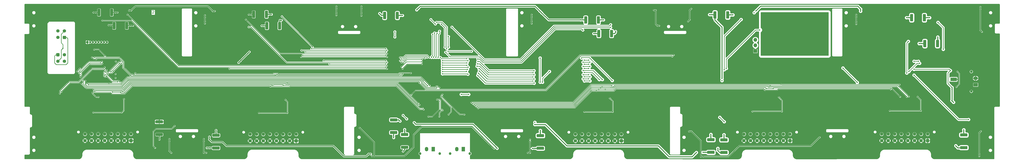
<source format=gbr>
%TF.GenerationSoftware,KiCad,Pcbnew,5.1.9*%
%TF.CreationDate,2021-03-05T10:38:49+01:00*%
%TF.ProjectId,CellsBoard,43656c6c-7342-46f6-9172-642e6b696361,rev?*%
%TF.SameCoordinates,Original*%
%TF.FileFunction,Copper,L2,Bot*%
%TF.FilePolarity,Positive*%
%FSLAX46Y46*%
G04 Gerber Fmt 4.6, Leading zero omitted, Abs format (unit mm)*
G04 Created by KiCad (PCBNEW 5.1.9) date 2021-03-05 10:38:49*
%MOMM*%
%LPD*%
G01*
G04 APERTURE LIST*
%TA.AperFunction,NonConductor*%
%ADD10C,0.200000*%
%TD*%
%TA.AperFunction,ComponentPad*%
%ADD11O,1.700000X1.700000*%
%TD*%
%TA.AperFunction,ComponentPad*%
%ADD12R,1.700000X1.700000*%
%TD*%
%TA.AperFunction,ComponentPad*%
%ADD13O,1.500000X2.000000*%
%TD*%
%TA.AperFunction,ComponentPad*%
%ADD14R,1.500000X2.000000*%
%TD*%
%TA.AperFunction,ComponentPad*%
%ADD15C,1.200000*%
%TD*%
%TA.AperFunction,ComponentPad*%
%ADD16O,1.000000X1.000000*%
%TD*%
%TA.AperFunction,ComponentPad*%
%ADD17R,1.000000X1.000000*%
%TD*%
%TA.AperFunction,ComponentPad*%
%ADD18O,2.000000X1.500000*%
%TD*%
%TA.AperFunction,ComponentPad*%
%ADD19R,2.000000X1.500000*%
%TD*%
%TA.AperFunction,ComponentPad*%
%ADD20C,1.500000*%
%TD*%
%TA.AperFunction,SMDPad,CuDef*%
%ADD21R,2.850000X1.650000*%
%TD*%
%TA.AperFunction,ComponentPad*%
%ADD22C,1.650000*%
%TD*%
%TA.AperFunction,ViaPad*%
%ADD23C,0.550000*%
%TD*%
%TA.AperFunction,ViaPad*%
%ADD24C,0.600000*%
%TD*%
%TA.AperFunction,ViaPad*%
%ADD25C,3.500000*%
%TD*%
%TA.AperFunction,ViaPad*%
%ADD26C,2.500000*%
%TD*%
%TA.AperFunction,Conductor*%
%ADD27C,0.400000*%
%TD*%
%TA.AperFunction,Conductor*%
%ADD28C,0.250000*%
%TD*%
%TA.AperFunction,Conductor*%
%ADD29C,0.200000*%
%TD*%
%TA.AperFunction,Conductor*%
%ADD30C,0.150000*%
%TD*%
%TA.AperFunction,Conductor*%
%ADD31C,0.025400*%
%TD*%
%TA.AperFunction,Conductor*%
%ADD32C,0.254000*%
%TD*%
G04 APERTURE END LIST*
D10*
X127907142Y-108707142D02*
X127964285Y-108650000D01*
X128078571Y-108592857D01*
X128364285Y-108592857D01*
X128478571Y-108650000D01*
X128535714Y-108707142D01*
X128592857Y-108821428D01*
X128592857Y-108935714D01*
X128535714Y-109107142D01*
X127850000Y-109792857D01*
X128592857Y-109792857D01*
D11*
X403021800Y-121945400D03*
X403021800Y-124485400D03*
D12*
X403021800Y-127025400D03*
D13*
X253000000Y-172000000D03*
D14*
X256000000Y-172000000D03*
D15*
X250000000Y-173960000D03*
X259000000Y-173960000D03*
D13*
X266750000Y-172000000D03*
D14*
X269750000Y-172000000D03*
D15*
X263750000Y-173960000D03*
X272750000Y-173960000D03*
%TA.AperFunction,SMDPad,CuDef*%
G36*
G01*
X481025000Y-122214999D02*
X481025000Y-125065001D01*
G75*
G02*
X480775001Y-125315000I-249999J0D01*
G01*
X479924999Y-125315000D01*
G75*
G02*
X479675000Y-125065001I0J249999D01*
G01*
X479675000Y-122214999D01*
G75*
G02*
X479924999Y-121965000I249999J0D01*
G01*
X480775001Y-121965000D01*
G75*
G02*
X481025000Y-122214999I0J-249999D01*
G01*
G37*
%TD.AperFunction*%
%TA.AperFunction,SMDPad,CuDef*%
G36*
G01*
X486825000Y-122214999D02*
X486825000Y-125065001D01*
G75*
G02*
X486575001Y-125315000I-249999J0D01*
G01*
X485724999Y-125315000D01*
G75*
G02*
X485475000Y-125065001I0J249999D01*
G01*
X485475000Y-122214999D01*
G75*
G02*
X485724999Y-121965000I249999J0D01*
G01*
X486575001Y-121965000D01*
G75*
G02*
X486825000Y-122214999I0J-249999D01*
G01*
G37*
%TD.AperFunction*%
%TA.AperFunction,SMDPad,CuDef*%
G36*
G01*
X479475000Y-113227001D02*
X479475000Y-110376999D01*
G75*
G02*
X479724999Y-110127000I249999J0D01*
G01*
X480575001Y-110127000D01*
G75*
G02*
X480825000Y-110376999I0J-249999D01*
G01*
X480825000Y-113227001D01*
G75*
G02*
X480575001Y-113477000I-249999J0D01*
G01*
X479724999Y-113477000D01*
G75*
G02*
X479475000Y-113227001I0J249999D01*
G01*
G37*
%TD.AperFunction*%
%TA.AperFunction,SMDPad,CuDef*%
G36*
G01*
X473675000Y-113227001D02*
X473675000Y-110376999D01*
G75*
G02*
X473924999Y-110127000I249999J0D01*
G01*
X474775001Y-110127000D01*
G75*
G02*
X475025000Y-110376999I0J-249999D01*
G01*
X475025000Y-113227001D01*
G75*
G02*
X474775001Y-113477000I-249999J0D01*
G01*
X473924999Y-113477000D01*
G75*
G02*
X473675000Y-113227001I0J249999D01*
G01*
G37*
%TD.AperFunction*%
%TA.AperFunction,SMDPad,CuDef*%
G36*
G01*
X389725000Y-111957001D02*
X389725000Y-109106999D01*
G75*
G02*
X389974999Y-108857000I249999J0D01*
G01*
X390825001Y-108857000D01*
G75*
G02*
X391075000Y-109106999I0J-249999D01*
G01*
X391075000Y-111957001D01*
G75*
G02*
X390825001Y-112207000I-249999J0D01*
G01*
X389974999Y-112207000D01*
G75*
G02*
X389725000Y-111957001I0J249999D01*
G01*
G37*
%TD.AperFunction*%
%TA.AperFunction,SMDPad,CuDef*%
G36*
G01*
X383925000Y-111957001D02*
X383925000Y-109106999D01*
G75*
G02*
X384174999Y-108857000I249999J0D01*
G01*
X385025001Y-108857000D01*
G75*
G02*
X385275000Y-109106999I0J-249999D01*
G01*
X385275000Y-111957001D01*
G75*
G02*
X385025001Y-112207000I-249999J0D01*
G01*
X384174999Y-112207000D01*
G75*
G02*
X383925000Y-111957001I0J249999D01*
G01*
G37*
%TD.AperFunction*%
%TA.AperFunction,SMDPad,CuDef*%
G36*
G01*
X390112601Y-168391400D02*
X387262599Y-168391400D01*
G75*
G02*
X387012600Y-168141401I0J249999D01*
G01*
X387012600Y-167291399D01*
G75*
G02*
X387262599Y-167041400I249999J0D01*
G01*
X390112601Y-167041400D01*
G75*
G02*
X390362600Y-167291399I0J-249999D01*
G01*
X390362600Y-168141401D01*
G75*
G02*
X390112601Y-168391400I-249999J0D01*
G01*
G37*
%TD.AperFunction*%
%TA.AperFunction,SMDPad,CuDef*%
G36*
G01*
X390112601Y-174191400D02*
X387262599Y-174191400D01*
G75*
G02*
X387012600Y-173941401I0J249999D01*
G01*
X387012600Y-173091399D01*
G75*
G02*
X387262599Y-172841400I249999J0D01*
G01*
X390112601Y-172841400D01*
G75*
G02*
X390362600Y-173091399I0J-249999D01*
G01*
X390362600Y-173941401D01*
G75*
G02*
X390112601Y-174191400I-249999J0D01*
G01*
G37*
%TD.AperFunction*%
%TA.AperFunction,SMDPad,CuDef*%
G36*
G01*
X384145401Y-168293400D02*
X381295399Y-168293400D01*
G75*
G02*
X381045400Y-168043401I0J249999D01*
G01*
X381045400Y-167193399D01*
G75*
G02*
X381295399Y-166943400I249999J0D01*
G01*
X384145401Y-166943400D01*
G75*
G02*
X384395400Y-167193399I0J-249999D01*
G01*
X384395400Y-168043401D01*
G75*
G02*
X384145401Y-168293400I-249999J0D01*
G01*
G37*
%TD.AperFunction*%
%TA.AperFunction,SMDPad,CuDef*%
G36*
G01*
X384145401Y-174093400D02*
X381295399Y-174093400D01*
G75*
G02*
X381045400Y-173843401I0J249999D01*
G01*
X381045400Y-172993399D01*
G75*
G02*
X381295399Y-172743400I249999J0D01*
G01*
X384145401Y-172743400D01*
G75*
G02*
X384395400Y-172993399I0J-249999D01*
G01*
X384395400Y-173843401D01*
G75*
G02*
X384145401Y-174093400I-249999J0D01*
G01*
G37*
%TD.AperFunction*%
%TA.AperFunction,SMDPad,CuDef*%
G36*
G01*
X306332501Y-166445000D02*
X303482499Y-166445000D01*
G75*
G02*
X303232500Y-166195001I0J249999D01*
G01*
X303232500Y-165344999D01*
G75*
G02*
X303482499Y-165095000I249999J0D01*
G01*
X306332501Y-165095000D01*
G75*
G02*
X306582500Y-165344999I0J-249999D01*
G01*
X306582500Y-166195001D01*
G75*
G02*
X306332501Y-166445000I-249999J0D01*
G01*
G37*
%TD.AperFunction*%
%TA.AperFunction,SMDPad,CuDef*%
G36*
G01*
X306332501Y-172245000D02*
X303482499Y-172245000D01*
G75*
G02*
X303232500Y-171995001I0J249999D01*
G01*
X303232500Y-171144999D01*
G75*
G02*
X303482499Y-170895000I249999J0D01*
G01*
X306332501Y-170895000D01*
G75*
G02*
X306582500Y-171144999I0J-249999D01*
G01*
X306582500Y-171995001D01*
G75*
G02*
X306332501Y-172245000I-249999J0D01*
G01*
G37*
%TD.AperFunction*%
%TA.AperFunction,SMDPad,CuDef*%
G36*
G01*
X330721000Y-114243001D02*
X330721000Y-111392999D01*
G75*
G02*
X330970999Y-111143000I249999J0D01*
G01*
X331821001Y-111143000D01*
G75*
G02*
X332071000Y-111392999I0J-249999D01*
G01*
X332071000Y-114243001D01*
G75*
G02*
X331821001Y-114493000I-249999J0D01*
G01*
X330970999Y-114493000D01*
G75*
G02*
X330721000Y-114243001I0J249999D01*
G01*
G37*
%TD.AperFunction*%
%TA.AperFunction,SMDPad,CuDef*%
G36*
G01*
X324921000Y-114243001D02*
X324921000Y-111392999D01*
G75*
G02*
X325170999Y-111143000I249999J0D01*
G01*
X326021001Y-111143000D01*
G75*
G02*
X326271000Y-111392999I0J-249999D01*
G01*
X326271000Y-114243001D01*
G75*
G02*
X326021001Y-114493000I-249999J0D01*
G01*
X325170999Y-114493000D01*
G75*
G02*
X324921000Y-114243001I0J249999D01*
G01*
G37*
%TD.AperFunction*%
%TA.AperFunction,SMDPad,CuDef*%
G36*
G01*
X238975000Y-112211001D02*
X238975000Y-109360999D01*
G75*
G02*
X239224999Y-109111000I249999J0D01*
G01*
X240075001Y-109111000D01*
G75*
G02*
X240325000Y-109360999I0J-249999D01*
G01*
X240325000Y-112211001D01*
G75*
G02*
X240075001Y-112461000I-249999J0D01*
G01*
X239224999Y-112461000D01*
G75*
G02*
X238975000Y-112211001I0J249999D01*
G01*
G37*
%TD.AperFunction*%
%TA.AperFunction,SMDPad,CuDef*%
G36*
G01*
X233175000Y-112211001D02*
X233175000Y-109360999D01*
G75*
G02*
X233424999Y-109111000I249999J0D01*
G01*
X234275001Y-109111000D01*
G75*
G02*
X234525000Y-109360999I0J-249999D01*
G01*
X234525000Y-112211001D01*
G75*
G02*
X234275001Y-112461000I-249999J0D01*
G01*
X233424999Y-112461000D01*
G75*
G02*
X233175000Y-112211001I0J249999D01*
G01*
G37*
%TD.AperFunction*%
%TA.AperFunction,SMDPad,CuDef*%
G36*
G01*
X236534999Y-163677000D02*
X239385001Y-163677000D01*
G75*
G02*
X239635000Y-163926999I0J-249999D01*
G01*
X239635000Y-164777001D01*
G75*
G02*
X239385001Y-165027000I-249999J0D01*
G01*
X236534999Y-165027000D01*
G75*
G02*
X236285000Y-164777001I0J249999D01*
G01*
X236285000Y-163926999D01*
G75*
G02*
X236534999Y-163677000I249999J0D01*
G01*
G37*
%TD.AperFunction*%
%TA.AperFunction,SMDPad,CuDef*%
G36*
G01*
X236534999Y-157877000D02*
X239385001Y-157877000D01*
G75*
G02*
X239635000Y-158126999I0J-249999D01*
G01*
X239635000Y-158977001D01*
G75*
G02*
X239385001Y-159227000I-249999J0D01*
G01*
X236534999Y-159227000D01*
G75*
G02*
X236285000Y-158977001I0J249999D01*
G01*
X236285000Y-158126999D01*
G75*
G02*
X236534999Y-157877000I249999J0D01*
G01*
G37*
%TD.AperFunction*%
%TA.AperFunction,SMDPad,CuDef*%
G36*
G01*
X244385001Y-165977000D02*
X241534999Y-165977000D01*
G75*
G02*
X241285000Y-165727001I0J249999D01*
G01*
X241285000Y-164876999D01*
G75*
G02*
X241534999Y-164627000I249999J0D01*
G01*
X244385001Y-164627000D01*
G75*
G02*
X244635000Y-164876999I0J-249999D01*
G01*
X244635000Y-165727001D01*
G75*
G02*
X244385001Y-165977000I-249999J0D01*
G01*
G37*
%TD.AperFunction*%
%TA.AperFunction,SMDPad,CuDef*%
G36*
G01*
X244385001Y-171777000D02*
X241534999Y-171777000D01*
G75*
G02*
X241285000Y-171527001I0J249999D01*
G01*
X241285000Y-170676999D01*
G75*
G02*
X241534999Y-170427000I249999J0D01*
G01*
X244385001Y-170427000D01*
G75*
G02*
X244635000Y-170676999I0J-249999D01*
G01*
X244635000Y-171527001D01*
G75*
G02*
X244385001Y-171777000I-249999J0D01*
G01*
G37*
%TD.AperFunction*%
%TA.AperFunction,SMDPad,CuDef*%
G36*
G01*
X158314001Y-166295000D02*
X155463999Y-166295000D01*
G75*
G02*
X155214000Y-166045001I0J249999D01*
G01*
X155214000Y-165194999D01*
G75*
G02*
X155463999Y-164945000I249999J0D01*
G01*
X158314001Y-164945000D01*
G75*
G02*
X158564000Y-165194999I0J-249999D01*
G01*
X158564000Y-166045001D01*
G75*
G02*
X158314001Y-166295000I-249999J0D01*
G01*
G37*
%TD.AperFunction*%
%TA.AperFunction,SMDPad,CuDef*%
G36*
G01*
X158314001Y-172095000D02*
X155463999Y-172095000D01*
G75*
G02*
X155214000Y-171845001I0J249999D01*
G01*
X155214000Y-170994999D01*
G75*
G02*
X155463999Y-170745000I249999J0D01*
G01*
X158314001Y-170745000D01*
G75*
G02*
X158564000Y-170994999I0J-249999D01*
G01*
X158564000Y-171845001D01*
G75*
G02*
X158314001Y-172095000I-249999J0D01*
G01*
G37*
%TD.AperFunction*%
%TA.AperFunction,SMDPad,CuDef*%
G36*
G01*
X180775000Y-114074999D02*
X180775000Y-116925001D01*
G75*
G02*
X180525001Y-117175000I-249999J0D01*
G01*
X179674999Y-117175000D01*
G75*
G02*
X179425000Y-116925001I0J249999D01*
G01*
X179425000Y-114074999D01*
G75*
G02*
X179674999Y-113825000I249999J0D01*
G01*
X180525001Y-113825000D01*
G75*
G02*
X180775000Y-114074999I0J-249999D01*
G01*
G37*
%TD.AperFunction*%
%TA.AperFunction,SMDPad,CuDef*%
G36*
G01*
X186575000Y-114074999D02*
X186575000Y-116925001D01*
G75*
G02*
X186325001Y-117175000I-249999J0D01*
G01*
X185474999Y-117175000D01*
G75*
G02*
X185225000Y-116925001I0J249999D01*
G01*
X185225000Y-114074999D01*
G75*
G02*
X185474999Y-113825000I249999J0D01*
G01*
X186325001Y-113825000D01*
G75*
G02*
X186575000Y-114074999I0J-249999D01*
G01*
G37*
%TD.AperFunction*%
%TA.AperFunction,SMDPad,CuDef*%
G36*
G01*
X179225000Y-111699001D02*
X179225000Y-108848999D01*
G75*
G02*
X179474999Y-108599000I249999J0D01*
G01*
X180325001Y-108599000D01*
G75*
G02*
X180575000Y-108848999I0J-249999D01*
G01*
X180575000Y-111699001D01*
G75*
G02*
X180325001Y-111949000I-249999J0D01*
G01*
X179474999Y-111949000D01*
G75*
G02*
X179225000Y-111699001I0J249999D01*
G01*
G37*
%TD.AperFunction*%
%TA.AperFunction,SMDPad,CuDef*%
G36*
G01*
X173425000Y-111699001D02*
X173425000Y-108848999D01*
G75*
G02*
X173674999Y-108599000I249999J0D01*
G01*
X174525001Y-108599000D01*
G75*
G02*
X174775000Y-108848999I0J-249999D01*
G01*
X174775000Y-111699001D01*
G75*
G02*
X174525001Y-111949000I-249999J0D01*
G01*
X173674999Y-111949000D01*
G75*
G02*
X173425000Y-111699001I0J249999D01*
G01*
G37*
%TD.AperFunction*%
%TA.AperFunction,SMDPad,CuDef*%
G36*
G01*
X108610000Y-110814001D02*
X108610000Y-107963999D01*
G75*
G02*
X108859999Y-107714000I249999J0D01*
G01*
X109710001Y-107714000D01*
G75*
G02*
X109960000Y-107963999I0J-249999D01*
G01*
X109960000Y-110814001D01*
G75*
G02*
X109710001Y-111064000I-249999J0D01*
G01*
X108859999Y-111064000D01*
G75*
G02*
X108610000Y-110814001I0J249999D01*
G01*
G37*
%TD.AperFunction*%
%TA.AperFunction,SMDPad,CuDef*%
G36*
G01*
X102810000Y-110814001D02*
X102810000Y-107963999D01*
G75*
G02*
X103059999Y-107714000I249999J0D01*
G01*
X103910001Y-107714000D01*
G75*
G02*
X104160000Y-107963999I0J-249999D01*
G01*
X104160000Y-110814001D01*
G75*
G02*
X103910001Y-111064000I-249999J0D01*
G01*
X103059999Y-111064000D01*
G75*
G02*
X102810000Y-110814001I0J249999D01*
G01*
G37*
%TD.AperFunction*%
%TA.AperFunction,SMDPad,CuDef*%
G36*
G01*
X111049000Y-114016999D02*
X111049000Y-116867001D01*
G75*
G02*
X110799001Y-117117000I-249999J0D01*
G01*
X109948999Y-117117000D01*
G75*
G02*
X109699000Y-116867001I0J249999D01*
G01*
X109699000Y-114016999D01*
G75*
G02*
X109948999Y-113767000I249999J0D01*
G01*
X110799001Y-113767000D01*
G75*
G02*
X111049000Y-114016999I0J-249999D01*
G01*
G37*
%TD.AperFunction*%
%TA.AperFunction,SMDPad,CuDef*%
G36*
G01*
X116849000Y-114016999D02*
X116849000Y-116867001D01*
G75*
G02*
X116599001Y-117117000I-249999J0D01*
G01*
X115748999Y-117117000D01*
G75*
G02*
X115499000Y-116867001I0J249999D01*
G01*
X115499000Y-114016999D01*
G75*
G02*
X115748999Y-113767000I249999J0D01*
G01*
X116599001Y-113767000D01*
G75*
G02*
X116849000Y-114016999I0J-249999D01*
G01*
G37*
%TD.AperFunction*%
%TA.AperFunction,SMDPad,CuDef*%
G36*
G01*
X129577999Y-164591000D02*
X132428001Y-164591000D01*
G75*
G02*
X132678000Y-164840999I0J-249999D01*
G01*
X132678000Y-165691001D01*
G75*
G02*
X132428001Y-165941000I-249999J0D01*
G01*
X129577999Y-165941000D01*
G75*
G02*
X129328000Y-165691001I0J249999D01*
G01*
X129328000Y-164840999D01*
G75*
G02*
X129577999Y-164591000I249999J0D01*
G01*
G37*
%TD.AperFunction*%
%TA.AperFunction,SMDPad,CuDef*%
G36*
G01*
X129577999Y-158791000D02*
X132428001Y-158791000D01*
G75*
G02*
X132678000Y-159040999I0J-249999D01*
G01*
X132678000Y-159891001D01*
G75*
G02*
X132428001Y-160141000I-249999J0D01*
G01*
X129577999Y-160141000D01*
G75*
G02*
X129328000Y-159891001I0J249999D01*
G01*
X129328000Y-159040999D01*
G75*
G02*
X129577999Y-158791000I249999J0D01*
G01*
G37*
%TD.AperFunction*%
D16*
X107140000Y-123000000D03*
X105870000Y-123000000D03*
X104600000Y-123000000D03*
X103330000Y-123000000D03*
X102060000Y-123000000D03*
X100790000Y-123000000D03*
X99520000Y-123000000D03*
D17*
X98250000Y-123000000D03*
%TA.AperFunction,SMDPad,CuDef*%
G36*
G01*
X332271000Y-117642999D02*
X332271000Y-120493001D01*
G75*
G02*
X332021001Y-120743000I-249999J0D01*
G01*
X331170999Y-120743000D01*
G75*
G02*
X330921000Y-120493001I0J249999D01*
G01*
X330921000Y-117642999D01*
G75*
G02*
X331170999Y-117393000I249999J0D01*
G01*
X332021001Y-117393000D01*
G75*
G02*
X332271000Y-117642999I0J-249999D01*
G01*
G37*
%TD.AperFunction*%
%TA.AperFunction,SMDPad,CuDef*%
G36*
G01*
X338071000Y-117642999D02*
X338071000Y-120493001D01*
G75*
G02*
X337821001Y-120743000I-249999J0D01*
G01*
X336970999Y-120743000D01*
G75*
G02*
X336721000Y-120493001I0J249999D01*
G01*
X336721000Y-117642999D01*
G75*
G02*
X336970999Y-117393000I249999J0D01*
G01*
X337821001Y-117393000D01*
G75*
G02*
X338071000Y-117642999I0J-249999D01*
G01*
G37*
%TD.AperFunction*%
%TA.AperFunction,SMDPad,CuDef*%
G36*
G01*
X499563001Y-166146000D02*
X496712999Y-166146000D01*
G75*
G02*
X496463000Y-165896001I0J249999D01*
G01*
X496463000Y-165045999D01*
G75*
G02*
X496712999Y-164796000I249999J0D01*
G01*
X499563001Y-164796000D01*
G75*
G02*
X499813000Y-165045999I0J-249999D01*
G01*
X499813000Y-165896001D01*
G75*
G02*
X499563001Y-166146000I-249999J0D01*
G01*
G37*
%TD.AperFunction*%
%TA.AperFunction,SMDPad,CuDef*%
G36*
G01*
X499563001Y-171946000D02*
X496712999Y-171946000D01*
G75*
G02*
X496463000Y-171696001I0J249999D01*
G01*
X496463000Y-170845999D01*
G75*
G02*
X496712999Y-170596000I249999J0D01*
G01*
X499563001Y-170596000D01*
G75*
G02*
X499813000Y-170845999I0J-249999D01*
G01*
X499813000Y-171696001D01*
G75*
G02*
X499563001Y-171946000I-249999J0D01*
G01*
G37*
%TD.AperFunction*%
D18*
X503500000Y-139500000D03*
D19*
X503500000Y-142500000D03*
D15*
X501540000Y-136500000D03*
X501540000Y-145500000D03*
D20*
X87750000Y-131750000D03*
X84750000Y-131750000D03*
X87750000Y-128750000D03*
%TA.AperFunction,ComponentPad*%
G36*
G01*
X84000000Y-129250000D02*
X84000000Y-128250000D01*
G75*
G02*
X84250000Y-128000000I250000J0D01*
G01*
X85250000Y-128000000D01*
G75*
G02*
X85500000Y-128250000I0J-250000D01*
G01*
X85500000Y-129250000D01*
G75*
G02*
X85250000Y-129500000I-250000J0D01*
G01*
X84250000Y-129500000D01*
G75*
G02*
X84000000Y-129250000I0J250000D01*
G01*
G37*
%TD.AperFunction*%
X84750000Y-117853000D03*
X87750000Y-117853000D03*
X84750000Y-120853000D03*
%TA.AperFunction,ComponentPad*%
G36*
G01*
X88500000Y-120353000D02*
X88500000Y-121353000D01*
G75*
G02*
X88250000Y-121603000I-250000J0D01*
G01*
X87250000Y-121603000D01*
G75*
G02*
X87000000Y-121353000I0J250000D01*
G01*
X87000000Y-120353000D01*
G75*
G02*
X87250000Y-120103000I250000J0D01*
G01*
X88250000Y-120103000D01*
G75*
G02*
X88500000Y-120353000I0J-250000D01*
G01*
G37*
%TD.AperFunction*%
D21*
X493500000Y-140000000D03*
D22*
X493500000Y-140000000D03*
D20*
X397807800Y-165075400D03*
X400807800Y-165075400D03*
X403807800Y-165075400D03*
X406807800Y-165075400D03*
X409807800Y-165075400D03*
X412807800Y-165075400D03*
X415807800Y-165075400D03*
X418807800Y-165075400D03*
X397807800Y-168075400D03*
X400807800Y-168075400D03*
X403807800Y-168075400D03*
X406807800Y-168075400D03*
X409807800Y-168075400D03*
X412807800Y-168075400D03*
X415807800Y-168075400D03*
%TA.AperFunction,ComponentPad*%
G36*
G01*
X419557800Y-167575400D02*
X419557800Y-168575400D01*
G75*
G02*
X419307800Y-168825400I-250000J0D01*
G01*
X418307800Y-168825400D01*
G75*
G02*
X418057800Y-168575400I0J250000D01*
G01*
X418057800Y-167575400D01*
G75*
G02*
X418307800Y-167325400I250000J0D01*
G01*
X419307800Y-167325400D01*
G75*
G02*
X419557800Y-167575400I0J-250000D01*
G01*
G37*
%TD.AperFunction*%
%TA.AperFunction,ComponentPad*%
G36*
G01*
X194226000Y-167629000D02*
X194226000Y-168629000D01*
G75*
G02*
X193976000Y-168879000I-250000J0D01*
G01*
X192976000Y-168879000D01*
G75*
G02*
X192726000Y-168629000I0J250000D01*
G01*
X192726000Y-167629000D01*
G75*
G02*
X192976000Y-167379000I250000J0D01*
G01*
X193976000Y-167379000D01*
G75*
G02*
X194226000Y-167629000I0J-250000D01*
G01*
G37*
%TD.AperFunction*%
X190476000Y-168129000D03*
X187476000Y-168129000D03*
X184476000Y-168129000D03*
X181476000Y-168129000D03*
X178476000Y-168129000D03*
X175476000Y-168129000D03*
X172476000Y-168129000D03*
X193476000Y-165129000D03*
X190476000Y-165129000D03*
X187476000Y-165129000D03*
X184476000Y-165129000D03*
X181476000Y-165129000D03*
X178476000Y-165129000D03*
X175476000Y-165129000D03*
X172476000Y-165129000D03*
X97100000Y-165040999D03*
X100100000Y-165040999D03*
X103100000Y-165040999D03*
X106100000Y-165040999D03*
X109100000Y-165040999D03*
X112100000Y-165040999D03*
X115100000Y-165040999D03*
X118100000Y-165040999D03*
X97100000Y-168040999D03*
X100100000Y-168040999D03*
X103100000Y-168040999D03*
X106100000Y-168040999D03*
X109100000Y-168040999D03*
X112100000Y-168040999D03*
X115100000Y-168040999D03*
%TA.AperFunction,ComponentPad*%
G36*
G01*
X118850000Y-167540999D02*
X118850000Y-168540999D01*
G75*
G02*
X118600000Y-168790999I-250000J0D01*
G01*
X117600000Y-168790999D01*
G75*
G02*
X117350000Y-168540999I0J250000D01*
G01*
X117350000Y-167540999D01*
G75*
G02*
X117600000Y-167290999I250000J0D01*
G01*
X118600000Y-167290999D01*
G75*
G02*
X118850000Y-167540999I0J-250000D01*
G01*
G37*
%TD.AperFunction*%
%TA.AperFunction,ComponentPad*%
G36*
G01*
X482389000Y-167550000D02*
X482389000Y-168550000D01*
G75*
G02*
X482139000Y-168800000I-250000J0D01*
G01*
X481139000Y-168800000D01*
G75*
G02*
X480889000Y-168550000I0J250000D01*
G01*
X480889000Y-167550000D01*
G75*
G02*
X481139000Y-167300000I250000J0D01*
G01*
X482139000Y-167300000D01*
G75*
G02*
X482389000Y-167550000I0J-250000D01*
G01*
G37*
%TD.AperFunction*%
X478639000Y-168050000D03*
X475639000Y-168050000D03*
X472639000Y-168050000D03*
X469639000Y-168050000D03*
X466639000Y-168050000D03*
X463639000Y-168050000D03*
X460639000Y-168050000D03*
X481639000Y-165050000D03*
X478639000Y-165050000D03*
X475639000Y-165050000D03*
X472639000Y-165050000D03*
X469639000Y-165050000D03*
X466639000Y-165050000D03*
X463639000Y-165050000D03*
X460639000Y-165050000D03*
%TA.AperFunction,ComponentPad*%
G36*
G01*
X342624000Y-167629000D02*
X342624000Y-168629000D01*
G75*
G02*
X342374000Y-168879000I-250000J0D01*
G01*
X341374000Y-168879000D01*
G75*
G02*
X341124000Y-168629000I0J250000D01*
G01*
X341124000Y-167629000D01*
G75*
G02*
X341374000Y-167379000I250000J0D01*
G01*
X342374000Y-167379000D01*
G75*
G02*
X342624000Y-167629000I0J-250000D01*
G01*
G37*
%TD.AperFunction*%
X338874000Y-168129000D03*
X335874000Y-168129000D03*
X332874000Y-168129000D03*
X329874000Y-168129000D03*
X326874000Y-168129000D03*
X323874000Y-168129000D03*
X320874000Y-168129000D03*
X341874000Y-165129000D03*
X338874000Y-165129000D03*
X335874000Y-165129000D03*
X332874000Y-165129000D03*
X329874000Y-165129000D03*
X326874000Y-165129000D03*
X323874000Y-165129000D03*
X320874000Y-165129000D03*
D23*
X110998000Y-139344400D03*
X110998000Y-137566400D03*
D24*
X323246000Y-112818000D03*
X324246000Y-112818000D03*
X248467000Y-108233000D03*
X249102000Y-107598000D03*
X304728000Y-108868000D03*
X305490000Y-109630000D03*
X231576000Y-109884000D03*
X232338000Y-110646000D03*
X285170000Y-171606000D03*
X284535000Y-170971000D03*
X248086000Y-160557000D03*
X247324000Y-159795000D03*
D23*
X240847000Y-159160000D03*
X240239000Y-158552000D03*
X242960000Y-172202000D03*
X242210000Y-172952000D03*
D24*
X227512000Y-174146000D03*
X226496000Y-174146000D03*
X153852000Y-167542000D03*
X153852000Y-166272000D03*
X167187000Y-132363000D03*
X171378000Y-128172000D03*
X172140000Y-127410000D03*
X167949000Y-131601000D03*
X153979000Y-171352000D03*
X152709000Y-171352000D03*
X186872000Y-112932000D03*
X186000000Y-112932000D03*
X171750000Y-110274000D03*
X172750000Y-110274000D03*
X155419000Y-108784000D03*
X156308000Y-108784000D03*
X117228000Y-108439000D03*
X118149500Y-108439000D03*
X100906000Y-109389000D03*
X101922000Y-109389000D03*
X117941000Y-115442000D03*
X119024000Y-115442000D03*
D23*
X260250000Y-137500000D03*
X271835000Y-137633500D03*
X260250000Y-136500000D03*
X271200000Y-136427000D03*
X260250000Y-135500000D03*
X271644500Y-135474500D03*
X260250000Y-134500000D03*
X271962000Y-134458500D03*
X260250000Y-133500000D03*
X271327000Y-133569500D03*
X260250000Y-132500000D03*
X271390500Y-132490000D03*
X260250000Y-131500000D03*
X271835000Y-131474000D03*
X259250000Y-130000000D03*
X271390500Y-130521500D03*
X258250000Y-130000000D03*
X258881000Y-117948500D03*
X250750000Y-133000000D03*
X241990000Y-135100000D03*
X250750000Y-132000000D03*
X241482000Y-134268000D03*
X250750000Y-131000000D03*
X241500000Y-132250000D03*
X252250000Y-130250000D03*
X240948000Y-131500000D03*
X253250000Y-130000000D03*
X241500000Y-130750000D03*
X254250000Y-130000000D03*
X240924000Y-130000000D03*
X255250000Y-130000000D03*
X255750000Y-119409000D03*
X256250000Y-130000000D03*
X256600000Y-118769000D03*
X257250000Y-130000000D03*
X257801500Y-118964500D03*
X494474000Y-170407500D03*
X495410500Y-171344000D03*
X486250000Y-120640000D03*
X486250000Y-121402000D03*
X473000000Y-111802000D03*
X472000000Y-111802000D03*
X402460000Y-109532000D03*
X403280000Y-108712000D03*
X451032000Y-107852000D03*
X451032000Y-108868000D03*
X382110000Y-110392000D03*
X383214000Y-110392000D03*
X387786000Y-139602000D03*
X387786000Y-140618000D03*
X385246000Y-113556000D03*
X385950000Y-114260000D03*
X385881000Y-172622000D03*
X385881000Y-171606000D03*
X375381000Y-174187000D03*
X302378500Y-159668000D03*
X376102000Y-173466000D03*
X379150000Y-173434800D03*
X380064400Y-173434800D03*
D24*
X302387000Y-160680400D03*
X301362500Y-171606000D03*
X302505500Y-171606000D03*
D23*
X338746000Y-119068000D03*
X339246000Y-118068000D03*
X247070000Y-134522000D03*
X230306000Y-165510000D03*
X255000000Y-132250000D03*
X256000000Y-132250000D03*
X257000000Y-133250000D03*
X257000000Y-132250000D03*
X258000000Y-132250000D03*
X258000000Y-133250000D03*
X258000000Y-134250000D03*
X254000000Y-132250000D03*
X253000000Y-132250000D03*
X253000000Y-133250000D03*
X254000000Y-133250000D03*
X253000000Y-134250000D03*
X253000000Y-135250000D03*
X258000000Y-135250000D03*
X258000000Y-136250000D03*
X257000000Y-136250000D03*
X254000000Y-136250000D03*
X253000000Y-136250000D03*
X257000000Y-137250000D03*
X256000000Y-137250000D03*
X255000000Y-137250000D03*
X254000000Y-137250000D03*
X253000000Y-137250000D03*
D25*
X255500000Y-134750000D03*
D23*
X240720000Y-133379000D03*
X257500000Y-156000000D03*
X265250000Y-156000000D03*
X273095500Y-140000000D03*
X220750000Y-174000000D03*
X245513500Y-141656000D03*
X247133500Y-136935000D03*
X245513500Y-142406000D03*
X243577500Y-138332000D03*
X162361000Y-147476000D03*
D24*
X131003000Y-158116000D03*
X131003000Y-157116000D03*
D23*
X102480500Y-138776500D03*
X241750000Y-121000000D03*
X243000000Y-121000000D03*
X243000000Y-122250000D03*
X241750000Y-122250000D03*
X244750000Y-117000000D03*
X274095500Y-140000000D03*
X274095500Y-141000000D03*
X273095500Y-141000000D03*
X266333000Y-122262000D03*
X266333000Y-123512000D03*
X265083000Y-123512000D03*
X265083000Y-122262000D03*
X372580000Y-124812000D03*
X373830000Y-124812000D03*
X373830000Y-125848000D03*
X372580000Y-125848000D03*
X141490000Y-147449000D03*
X142740000Y-147449000D03*
X142740000Y-146199000D03*
X141490000Y-146199000D03*
X379645000Y-140721000D03*
X379645000Y-139471000D03*
X380895000Y-140721000D03*
X380895000Y-139471000D03*
X232581000Y-107714000D03*
X231331000Y-107714000D03*
X242888000Y-107694000D03*
X244138000Y-107694000D03*
X315290000Y-127313000D03*
X315290000Y-126063000D03*
X314040000Y-127313000D03*
X314040000Y-126063000D03*
X383898000Y-147612000D03*
X382648000Y-147612000D03*
X382648000Y-146362000D03*
X383898000Y-146362000D03*
X402587500Y-113396000D03*
X402587500Y-114646000D03*
X176652000Y-126357000D03*
X177902000Y-125107000D03*
X177902000Y-126357000D03*
X176652000Y-125107000D03*
X105782500Y-141253000D03*
X99877000Y-138776500D03*
X104195000Y-140300500D03*
X121031000Y-129159000D03*
X115722400Y-137464800D03*
X121221500Y-130873500D03*
X252023000Y-117123000D03*
X260087500Y-117059500D03*
X248276500Y-148111000D03*
X249864000Y-148111000D03*
X279074000Y-161573000D03*
X242117000Y-129188000D03*
X245355500Y-144872500D03*
X400333600Y-125251000D03*
X400397100Y-123981000D03*
X285106500Y-134776000D03*
X296536500Y-134649000D03*
X249991000Y-127092500D03*
X249991000Y-127918000D03*
X250880000Y-127092500D03*
X250880000Y-127918000D03*
X260595500Y-141888000D03*
X262945000Y-139157500D03*
X261040000Y-129251500D03*
X204017000Y-130712000D03*
X199000500Y-130712000D03*
X246810000Y-174190000D03*
X110794800Y-132740400D03*
X365053000Y-129569000D03*
X246117500Y-146904500D03*
X245800000Y-137125500D03*
X119951500Y-137096500D03*
D26*
X416250000Y-120500000D03*
D23*
X435250000Y-122000000D03*
X435250000Y-121000000D03*
X434250000Y-121000000D03*
X434250000Y-122000000D03*
X406222200Y-120523000D03*
X407466800Y-119456200D03*
X410881000Y-120825000D03*
X411706500Y-120825000D03*
X412805000Y-126013000D03*
X413821000Y-126013000D03*
X413821000Y-126965500D03*
X412805000Y-126965500D03*
X435220500Y-111090500D03*
X434204500Y-111090500D03*
X434204500Y-111979500D03*
X435220500Y-111979500D03*
X411979500Y-110773000D03*
X412868500Y-110773000D03*
X412868500Y-111662000D03*
X411916000Y-111662000D03*
X409168600Y-122224800D03*
X407746200Y-123647200D03*
X102163000Y-130712000D03*
X100266000Y-129942000D03*
X183910000Y-138373000D03*
X241355000Y-138332000D03*
X275264000Y-152175000D03*
X332414000Y-144047000D03*
X409249000Y-143539000D03*
X472114000Y-147984000D03*
X117919500Y-138303000D03*
X101274000Y-129950000D03*
X184713000Y-137824000D03*
X241990000Y-137697000D03*
X274629000Y-151667000D03*
X333049000Y-143412000D03*
X409908800Y-142904000D03*
X473003000Y-147857000D03*
X118554500Y-137668000D03*
X95559000Y-142015000D03*
X249673500Y-141316500D03*
X365751500Y-128870500D03*
X258750000Y-157000000D03*
X257749992Y-149250000D03*
X253750000Y-157000000D03*
X258754000Y-150016000D03*
X270184000Y-156112000D03*
X260024000Y-147920500D03*
X262997500Y-156037500D03*
X260151000Y-146904500D03*
X94924000Y-136808000D03*
X104195000Y-132490000D03*
X500308000Y-158398000D03*
X475416000Y-138078000D03*
X327524500Y-140745000D03*
X324984500Y-140745000D03*
X276343500Y-138268500D03*
X302061000Y-141761000D03*
X472812500Y-122647500D03*
X472114000Y-137125500D03*
X324413000Y-139792500D03*
X327016500Y-139792500D03*
X276661000Y-137252500D03*
X301489500Y-140808500D03*
X486338000Y-113948000D03*
X488750000Y-126268000D03*
X477956000Y-132680500D03*
X473066500Y-136427000D03*
X324984500Y-138840000D03*
X327588000Y-138840000D03*
X277042000Y-136236500D03*
X301997500Y-139856000D03*
X396500000Y-112629000D03*
X388802000Y-135601500D03*
X324413000Y-137887500D03*
X327016500Y-137887500D03*
X301489500Y-138903500D03*
X276915000Y-135093500D03*
X331791700Y-140122700D03*
X388802000Y-159414000D03*
X386770000Y-157382000D03*
X324984500Y-136935000D03*
X275999996Y-134014000D03*
X301997500Y-137951000D03*
X333176000Y-140110000D03*
X324413000Y-135982500D03*
X276216500Y-132934500D03*
X301553000Y-136998500D03*
X305857500Y-141330000D03*
X309046000Y-136427000D03*
X301997500Y-136046000D03*
X276407000Y-131855000D03*
X324286000Y-117504000D03*
X276343500Y-130712000D03*
X336986000Y-114964000D03*
X264532500Y-116107000D03*
X256976000Y-114710000D03*
X254944000Y-112678000D03*
X243910000Y-158144000D03*
X242244000Y-156493000D03*
X238497500Y-120615500D03*
X238500000Y-118250000D03*
X234370000Y-131500000D03*
X206049000Y-131474000D03*
X234892000Y-132250000D03*
X171822500Y-116043500D03*
X186949998Y-111224000D03*
X200969000Y-125251000D03*
X208716000Y-132998000D03*
X234370000Y-133000000D03*
X116461000Y-110339000D03*
X234888000Y-133750000D03*
X104957000Y-113059000D03*
X234370000Y-134500000D03*
X162996000Y-135250000D03*
X137977000Y-161319000D03*
X234912000Y-135250000D03*
X129073000Y-171366000D03*
X101266000Y-126402000D03*
X106227000Y-129315000D03*
X182554000Y-142650000D03*
X187507000Y-142777000D03*
X251134000Y-153191000D03*
X275899000Y-152683000D03*
X331525000Y-144682000D03*
X407958800Y-144194200D03*
X469077000Y-147995000D03*
X109664500Y-145923000D03*
X113339000Y-145952000D03*
X334521600Y-144682000D03*
X411175200Y-144174000D03*
X111141400Y-131817000D03*
X94924000Y-137824000D03*
X104830000Y-131855000D03*
X94924000Y-138750009D03*
X104957000Y-132744000D03*
X101020000Y-144809000D03*
X189412000Y-141634000D03*
X273359000Y-150651000D03*
X414710000Y-142269000D03*
X468812000Y-142396000D03*
X249165500Y-150905000D03*
X101401000Y-145444000D03*
X114101000Y-145571000D03*
X249737000Y-151667000D03*
X273994000Y-151159000D03*
X337566000Y-142938500D03*
X106100000Y-135538000D03*
X86287994Y-145698000D03*
X106100000Y-134522000D03*
X85614988Y-146460000D03*
X87037500Y-125810000D03*
X110109000Y-136334500D03*
X106299000Y-138112500D03*
X113728500Y-132715000D03*
X113093500Y-141224000D03*
X107442000Y-137858500D03*
X108902500Y-136588500D03*
X112839500Y-132651500D03*
X112077500Y-141160500D03*
X106934000Y-138557000D03*
X106934000Y-135763000D03*
X106489500Y-136715500D03*
X113284000Y-131953000D03*
X494750000Y-143500000D03*
X495147600Y-136448800D03*
X94797000Y-135030000D03*
X93499994Y-136300000D03*
X492000000Y-136000000D03*
X492750000Y-143750000D03*
X492750000Y-144620000D03*
X493450000Y-150524000D03*
X492688000Y-149762000D03*
X475416000Y-135411000D03*
X327016500Y-135030000D03*
X389754500Y-135030000D03*
X324921000Y-135030000D03*
X268787000Y-146904500D03*
X272216000Y-146904500D03*
X404977600Y-117475000D03*
X195689000Y-129750000D03*
X234951000Y-129750000D03*
X234370000Y-129000000D03*
X196397000Y-129000000D03*
X234956000Y-128250000D03*
X170500000Y-112667000D03*
X234370000Y-127500000D03*
X197794000Y-127537000D03*
X234903000Y-126750000D03*
X195889000Y-126750000D03*
X234370000Y-126000000D03*
X200461000Y-126013000D03*
X263008500Y-120425000D03*
X263008500Y-125314500D03*
X257547500Y-113884500D03*
X262150000Y-126046000D03*
X259643000Y-114710000D03*
X261350000Y-125307000D03*
X336986000Y-116234000D03*
X261675000Y-127600500D03*
X262818000Y-127156000D03*
X273486000Y-127156000D03*
X304791500Y-141316500D03*
X304791500Y-130267500D03*
X337684500Y-140554500D03*
X323714500Y-130267500D03*
X326983000Y-131250000D03*
X324984500Y-131251750D03*
X327524500Y-132172500D03*
X324349500Y-132172500D03*
X477426000Y-131750000D03*
X475416000Y-131728000D03*
X327016500Y-133125000D03*
X324921000Y-133125000D03*
X449508000Y-141380000D03*
X327461000Y-134077500D03*
X442967500Y-134839500D03*
X324413000Y-134077500D03*
D24*
X131003000Y-166616000D03*
X131003000Y-167616000D03*
D23*
X108774000Y-115192000D03*
X107774000Y-115192000D03*
D24*
X111040000Y-109389000D03*
D23*
X111955000Y-109389000D03*
D24*
X182250000Y-110274000D03*
X181250000Y-110274000D03*
X177750000Y-115500000D03*
X178750000Y-115500000D03*
X156889000Y-164270000D03*
X156889000Y-163270000D03*
X242960000Y-163952000D03*
X242960000Y-162952000D03*
X237960000Y-166702000D03*
X237960000Y-165702000D03*
X241000000Y-110786000D03*
X242000000Y-110786000D03*
X333746000Y-112818000D03*
X332746000Y-112818000D03*
X329246000Y-119068000D03*
X330246000Y-119068000D03*
X304907500Y-163420000D03*
X304907500Y-164420000D03*
X382720400Y-165268400D03*
X382720400Y-166268400D03*
X388687600Y-166366400D03*
X388687600Y-165366400D03*
X392750000Y-110532000D03*
X391750000Y-110532000D03*
X481500000Y-111802000D03*
X482500000Y-111802000D03*
X477742000Y-123640000D03*
X478678000Y-123640000D03*
X498138000Y-163121000D03*
X498138000Y-164121000D03*
D23*
X98099000Y-141888000D03*
X254372500Y-142840500D03*
X108077000Y-141888000D03*
X98607000Y-142523000D03*
X253420000Y-143031000D03*
X97165498Y-140662500D03*
X258754000Y-143793000D03*
X96337491Y-140720661D03*
X257738000Y-143793000D03*
X135564000Y-167288000D03*
X151312000Y-167288000D03*
X222432000Y-162208000D03*
X151820000Y-110646000D03*
X151820000Y-114456000D03*
X151820000Y-113440000D03*
X151820000Y-111662000D03*
X135564000Y-168304000D03*
X151312000Y-168304000D03*
X229036000Y-175162000D03*
X228020000Y-175162000D03*
X211764000Y-106582000D03*
X211764000Y-109630000D03*
X211764000Y-107598000D03*
X211764000Y-110646000D03*
X223194000Y-106582000D03*
X223194000Y-110900000D03*
X223194000Y-109630000D03*
X223194000Y-107598000D03*
X300918000Y-110392000D03*
X300918000Y-111408000D03*
X300918000Y-113440000D03*
X300918000Y-114456000D03*
X299140000Y-173638000D03*
X300156000Y-173638000D03*
X505134000Y-164494000D03*
X505896000Y-163732000D03*
X505134000Y-175162000D03*
X505134000Y-174146000D03*
X506404000Y-118266000D03*
X505642000Y-117504000D03*
X505642000Y-107852000D03*
X359084000Y-115472000D03*
X358322000Y-115472000D03*
X357560000Y-108360000D03*
X373054000Y-108360000D03*
X372292000Y-113440000D03*
X373054000Y-112678000D03*
X449000000Y-111408000D03*
X449000000Y-110392000D03*
X449000000Y-113694000D03*
X449000000Y-114710000D03*
X505642000Y-106836000D03*
X283138000Y-171098000D03*
X283773000Y-171733000D03*
X300156000Y-167542000D03*
X300156000Y-168431000D03*
X372741000Y-163800000D03*
X135605000Y-172790000D03*
X151312000Y-173638000D03*
X136453000Y-173638000D03*
X378134000Y-175416000D03*
X379277000Y-175416000D03*
X373816000Y-163800000D03*
X432363000Y-166526000D03*
X152391500Y-173638000D03*
X373726800Y-107687200D03*
X356670400Y-108360000D03*
X413731800Y-148199600D03*
X401624800Y-154686000D03*
X415086800Y-154686000D03*
X188510000Y-149304500D03*
X189420500Y-155384500D03*
X176462250Y-155380250D03*
X114863000Y-149000000D03*
X113919000Y-155130500D03*
X100838000Y-155130500D03*
X477003800Y-147971000D03*
X478536000Y-154381200D03*
X464312000Y-154381200D03*
X336605000Y-148682500D03*
X337921600Y-154889200D03*
X324916800Y-154889200D03*
X103178000Y-148112000D03*
X181792000Y-143285000D03*
X251642000Y-153826000D03*
X276534000Y-153191000D03*
X330423000Y-145317000D03*
X407308800Y-144844200D03*
X464748000Y-144555000D03*
X100533200Y-146050000D03*
D27*
X324246000Y-112818000D02*
X323246000Y-112818000D01*
X325596000Y-112818000D02*
X324246000Y-112818000D01*
X248467000Y-108233000D02*
X249102000Y-107598000D01*
X250118000Y-106582000D02*
X249102000Y-107598000D01*
X302442000Y-106582000D02*
X250118000Y-106582000D01*
X304728000Y-108868000D02*
X302442000Y-106582000D01*
X308678000Y-112818000D02*
X323246000Y-112818000D01*
X305490000Y-109630000D02*
X308678000Y-112818000D01*
X304728000Y-108868000D02*
X305490000Y-109630000D01*
X232338000Y-110646000D02*
X231576000Y-109884000D01*
X233710000Y-110646000D02*
X233850000Y-110786000D01*
X232338000Y-110646000D02*
X233710000Y-110646000D01*
X284535000Y-170971000D02*
X285170000Y-171606000D01*
X274121000Y-160557000D02*
X284535000Y-170971000D01*
X248086000Y-160557000D02*
X274121000Y-160557000D01*
X248086000Y-160557000D02*
X247324000Y-159795000D01*
X240239000Y-158552000D02*
X237960000Y-158552000D01*
X240847000Y-159160000D02*
X240239000Y-158552000D01*
X242960000Y-171102000D02*
X242960000Y-171952000D01*
X242960000Y-172202000D02*
X242210000Y-172952000D01*
X242960000Y-171952000D02*
X242960000Y-172202000D01*
X227512000Y-174146000D02*
X226496000Y-174146000D01*
X153852000Y-166272000D02*
X153852000Y-167542000D01*
X225480000Y-175162000D02*
X226496000Y-174146000D01*
X215129500Y-175162000D02*
X225480000Y-175162000D01*
X210430500Y-170463000D02*
X215129500Y-175162000D01*
X159821000Y-168685000D02*
X161599000Y-170463000D01*
X154995000Y-168685000D02*
X159821000Y-168685000D01*
X161599000Y-170463000D02*
X210430500Y-170463000D01*
X153852000Y-167542000D02*
X154995000Y-168685000D01*
X172140000Y-127410000D02*
X171378000Y-128172000D01*
X167187000Y-132363000D02*
X167949000Y-131601000D01*
X171378000Y-128172000D02*
X167949000Y-131601000D01*
X156821000Y-171352000D02*
X156889000Y-171420000D01*
X153979000Y-171352000D02*
X156821000Y-171352000D01*
X153979000Y-171352000D02*
X152709000Y-171352000D01*
X186000000Y-112932000D02*
X186872000Y-112932000D01*
X186000000Y-114350000D02*
X186000000Y-112932000D01*
X172750000Y-110274000D02*
X171750000Y-110274000D01*
X174100000Y-110274000D02*
X172750000Y-110274000D01*
X155419000Y-108784000D02*
X156308000Y-108784000D01*
X118149500Y-108439000D02*
X117228000Y-108439000D01*
X120006500Y-106582000D02*
X153217000Y-106582000D01*
X118149500Y-108439000D02*
X120006500Y-106582000D01*
X153217000Y-106582000D02*
X155419000Y-108784000D01*
X100906000Y-109389000D02*
X103485000Y-109389000D01*
X101922000Y-109389000D02*
X100906000Y-109389000D01*
X116174000Y-115442000D02*
X116174000Y-115842000D01*
X116174000Y-115842000D02*
X116274000Y-115942000D01*
X116174000Y-115442000D02*
X117941000Y-115442000D01*
X119024000Y-115442000D02*
X117941000Y-115442000D01*
D28*
X260568198Y-137500000D02*
X260250000Y-137500000D01*
X271835000Y-137633500D02*
X271701500Y-137500000D01*
X271701500Y-137500000D02*
X260568198Y-137500000D01*
X271127000Y-136500000D02*
X260250000Y-136500000D01*
X271200000Y-136427000D02*
X271127000Y-136500000D01*
X271619000Y-135500000D02*
X260250000Y-135500000D01*
X271644500Y-135474500D02*
X271619000Y-135500000D01*
X271920500Y-134500000D02*
X260250000Y-134500000D01*
X271962000Y-134458500D02*
X271920500Y-134500000D01*
X271257500Y-133500000D02*
X260250000Y-133500000D01*
X271327000Y-133569500D02*
X271257500Y-133500000D01*
X260260000Y-132490000D02*
X260250000Y-132500000D01*
X271390500Y-132490000D02*
X260260000Y-132490000D01*
X271809000Y-131500000D02*
X260250000Y-131500000D01*
X271835000Y-131474000D02*
X271809000Y-131500000D01*
X259771500Y-130521500D02*
X259250000Y-130000000D01*
X271390500Y-130521500D02*
X259771500Y-130521500D01*
X258309500Y-119599500D02*
X258309500Y-129940500D01*
X258881000Y-117948500D02*
X258881000Y-119028000D01*
X258309500Y-129940500D02*
X258250000Y-130000000D01*
X258881000Y-119028000D02*
X258309500Y-119599500D01*
X250431802Y-133000000D02*
X250750000Y-133000000D01*
X244090000Y-133000000D02*
X250431802Y-133000000D01*
X241990000Y-135100000D02*
X244090000Y-133000000D01*
X243750000Y-132000000D02*
X250750000Y-132000000D01*
X241482000Y-134268000D02*
X243750000Y-132000000D01*
X243861000Y-131000000D02*
X250750000Y-131000000D01*
X242611000Y-132250000D02*
X243861000Y-131000000D01*
X241500000Y-132250000D02*
X242611000Y-132250000D01*
X243785500Y-130250000D02*
X252250000Y-130250000D01*
X242535500Y-131500000D02*
X243785500Y-130250000D01*
X240948000Y-131500000D02*
X242535500Y-131500000D01*
X252750011Y-129500011D02*
X253250000Y-130000000D01*
X243662364Y-129500011D02*
X252750011Y-129500011D01*
X242412375Y-130750000D02*
X243662364Y-129500011D01*
X241500000Y-130750000D02*
X242412375Y-130750000D01*
X253184000Y-128934000D02*
X254250000Y-130000000D01*
X243514000Y-128934000D02*
X253184000Y-128934000D01*
X242448000Y-130000000D02*
X243514000Y-128934000D01*
X240924000Y-130000000D02*
X242448000Y-130000000D01*
X255250000Y-129517000D02*
X255250000Y-130000000D01*
X255750000Y-129017000D02*
X255250000Y-129517000D01*
X255750000Y-119409000D02*
X255750000Y-129017000D01*
X256250000Y-129533000D02*
X256250000Y-130000000D01*
X256595000Y-129188000D02*
X256250000Y-129533000D01*
X256595000Y-118774000D02*
X256595000Y-129188000D01*
X256600000Y-118769000D02*
X256595000Y-118774000D01*
X257250000Y-129549000D02*
X257250000Y-130000000D01*
X257400000Y-129399000D02*
X257250000Y-129549000D01*
X257400000Y-119366000D02*
X257400000Y-129399000D01*
X257801500Y-118964500D02*
X257400000Y-119366000D01*
D27*
X498065000Y-171344000D02*
X498138000Y-171271000D01*
X495410500Y-171344000D02*
X498065000Y-171344000D01*
X495410500Y-171344000D02*
X494474000Y-170407500D01*
X486250000Y-120640000D02*
X486250000Y-121402000D01*
X486250000Y-123540000D02*
X486150000Y-123640000D01*
X486250000Y-121402000D02*
X486250000Y-123540000D01*
X405439000Y-106553000D02*
X403280000Y-108712000D01*
X449733000Y-106553000D02*
X405439000Y-106553000D01*
X451032000Y-107852000D02*
X449733000Y-106553000D01*
X451032000Y-107852000D02*
X451032000Y-107979600D01*
X451032000Y-107852000D02*
X451032000Y-108868000D01*
X474350000Y-111802000D02*
X472000000Y-111802000D01*
X387484400Y-115794400D02*
X385950000Y-114260000D01*
X387786000Y-116096000D02*
X387484400Y-115794400D01*
X387786000Y-139602000D02*
X387786000Y-116096000D01*
X384600000Y-112910000D02*
X384600000Y-110532000D01*
X385246000Y-113556000D02*
X384600000Y-112910000D01*
X385950000Y-114260000D02*
X385246000Y-113556000D01*
X384460000Y-110392000D02*
X384600000Y-110532000D01*
X383214000Y-110392000D02*
X384460000Y-110392000D01*
X383214000Y-110392000D02*
X382110000Y-110392000D01*
X385881000Y-171606000D02*
X385956600Y-171606000D01*
X386775400Y-173516400D02*
X388687600Y-173516400D01*
X385881000Y-172622000D02*
X386775400Y-173516400D01*
X385881000Y-171606000D02*
X385881000Y-172622000D01*
X375381000Y-174187000D02*
X376102000Y-173466000D01*
X379150000Y-173434800D02*
X380064400Y-173434800D01*
X363677200Y-175437800D02*
X374130200Y-175437800D01*
X374130200Y-175437800D02*
X375381000Y-174187000D01*
X358698800Y-170459400D02*
X363677200Y-175437800D01*
X316992000Y-170459400D02*
X358698800Y-170459400D01*
X307213000Y-160680400D02*
X316992000Y-170459400D01*
X302387000Y-160680400D02*
X307213000Y-160680400D01*
X383155400Y-173434800D02*
X383235200Y-173355000D01*
X380064400Y-173434800D02*
X383155400Y-173434800D01*
X301362500Y-171606000D02*
X302505500Y-171606000D01*
X304871500Y-171606000D02*
X304907500Y-171570000D01*
X302505500Y-171606000D02*
X304871500Y-171606000D01*
X337396000Y-119068000D02*
X338746000Y-119068000D01*
X338746000Y-119068000D02*
X339246000Y-118568000D01*
X339246000Y-118068000D02*
X339246000Y-118568000D01*
X131003000Y-158116000D02*
X131003000Y-157116000D01*
X131003000Y-159466000D02*
X131003000Y-158116000D01*
D28*
X364799000Y-129315000D02*
X365053000Y-129569000D01*
X323333500Y-129315000D02*
X364799000Y-129315000D01*
X307458500Y-145190000D02*
X323333500Y-129315000D01*
X247832000Y-145190000D02*
X307458500Y-145190000D01*
X246117500Y-146904500D02*
X247832000Y-145190000D01*
X240593000Y-137125500D02*
X245800000Y-137125500D01*
X240148500Y-137570000D02*
X240593000Y-137125500D01*
X185475000Y-137570000D02*
X240148500Y-137570000D01*
X183189000Y-137189000D02*
X185094000Y-137189000D01*
X182837000Y-137541000D02*
X183189000Y-137189000D01*
X185094000Y-137189000D02*
X185475000Y-137570000D01*
X120396000Y-137541000D02*
X182837000Y-137541000D01*
X119951500Y-137096500D02*
X120396000Y-137541000D01*
X100266000Y-129942000D02*
X101036000Y-130712000D01*
X101036000Y-130712000D02*
X102163000Y-130712000D01*
X338256000Y-144047000D02*
X332414000Y-144047000D01*
X339018000Y-143285000D02*
X338256000Y-144047000D01*
X408614000Y-143285000D02*
X339018000Y-143285000D01*
X408868000Y-143539000D02*
X408614000Y-143285000D01*
X409249000Y-143539000D02*
X408868000Y-143539000D01*
X410265000Y-143539000D02*
X409249000Y-143539000D01*
X410392000Y-143412000D02*
X410265000Y-143539000D01*
X467542000Y-143412000D02*
X410392000Y-143412000D01*
X472114000Y-147984000D02*
X467542000Y-143412000D01*
X241355000Y-138332000D02*
X240847000Y-138332000D01*
X240847000Y-138332000D02*
X240720000Y-138459000D01*
X240720000Y-138459000D02*
X184459000Y-138459000D01*
X184459000Y-138459000D02*
X184373000Y-138373000D01*
X184373000Y-138373000D02*
X183910000Y-138373000D01*
X328159500Y-144047000D02*
X320285500Y-151921000D01*
X275518000Y-151921000D02*
X275264000Y-152175000D01*
X320285500Y-151921000D02*
X275518000Y-151921000D01*
X332414000Y-144047000D02*
X328159500Y-144047000D01*
X183443000Y-138373000D02*
X183910000Y-138373000D01*
X118075500Y-138459000D02*
X183357000Y-138459000D01*
X183357000Y-138459000D02*
X183443000Y-138373000D01*
X117919500Y-138303000D02*
X117856000Y-138303000D01*
X117856000Y-138303000D02*
X114363500Y-134810500D01*
X114363500Y-134810500D02*
X114363500Y-132143500D01*
X114363500Y-132143500D02*
X112678000Y-130458000D01*
X112678000Y-130458000D02*
X102417000Y-130458000D01*
X102417000Y-130458000D02*
X102163000Y-130712000D01*
X117919500Y-138303000D02*
X118075500Y-138459000D01*
X410265000Y-142904000D02*
X409908800Y-142904000D01*
X468050000Y-142904000D02*
X410265000Y-142904000D01*
X473003000Y-147857000D02*
X468050000Y-142904000D01*
X241990000Y-137697000D02*
X240720000Y-137697000D01*
X240720000Y-137697000D02*
X240417000Y-138000000D01*
X240417000Y-138000000D02*
X185270000Y-138000000D01*
X185094000Y-137824000D02*
X184713000Y-137824000D01*
X185270000Y-138000000D02*
X185094000Y-137824000D01*
X274883000Y-151413000D02*
X274629000Y-151667000D01*
X320095000Y-151413000D02*
X274883000Y-151413000D01*
X328096000Y-143412000D02*
X320095000Y-151413000D01*
X333049000Y-143412000D02*
X328096000Y-143412000D01*
X114871500Y-131953000D02*
X112868500Y-129950000D01*
X114871500Y-134620000D02*
X114871500Y-131953000D01*
X118872000Y-137668000D02*
X119204000Y-138000000D01*
X118554500Y-137668000D02*
X118872000Y-137668000D01*
X183140000Y-138000000D02*
X183316000Y-137824000D01*
X119204000Y-138000000D02*
X183140000Y-138000000D01*
X183316000Y-137824000D02*
X184713000Y-137824000D01*
X118554500Y-137668000D02*
X117919500Y-137668000D01*
X112868500Y-129950000D02*
X101274000Y-129950000D01*
X117919500Y-137668000D02*
X114871500Y-134620000D01*
X336867500Y-143539000D02*
X336740500Y-143412000D01*
X338002000Y-143539000D02*
X336867500Y-143539000D01*
X338764000Y-142777000D02*
X338002000Y-143539000D01*
X409376000Y-142777000D02*
X338764000Y-142777000D01*
X409503000Y-142904000D02*
X409376000Y-142777000D01*
X336740500Y-143412000D02*
X333049000Y-143412000D01*
X409908800Y-142904000D02*
X409503000Y-142904000D01*
X249673500Y-141824500D02*
X249673500Y-141316500D01*
X307204500Y-144682000D02*
X252531000Y-144682000D01*
X252531000Y-144682000D02*
X249673500Y-141824500D01*
X323079500Y-128807000D02*
X307204500Y-144682000D01*
X365688000Y-128807000D02*
X323079500Y-128807000D01*
X365751500Y-128870500D02*
X365688000Y-128807000D01*
X97718000Y-144174000D02*
X95559000Y-142015000D01*
X114334500Y-144174000D02*
X97718000Y-144174000D01*
X117509500Y-140999000D02*
X114334500Y-144174000D01*
X249356000Y-140999000D02*
X117509500Y-140999000D01*
X249673500Y-141316500D02*
X249356000Y-140999000D01*
X260084426Y-154415000D02*
X260151182Y-154407478D01*
X260151182Y-154407478D02*
X260214591Y-154385290D01*
X260214591Y-154385290D02*
X260271472Y-154349549D01*
X260354716Y-153984834D02*
X260318975Y-153927953D01*
X260318975Y-153927953D02*
X260271472Y-153880450D01*
X260271472Y-153880450D02*
X260214591Y-153844709D01*
X260214591Y-153844709D02*
X260151182Y-153822521D01*
X260151182Y-153822521D02*
X260084426Y-153815000D01*
X259418709Y-153645165D02*
X259396521Y-153581756D01*
X260354716Y-154245165D02*
X260376904Y-154181756D01*
X259689000Y-154415000D02*
X260084426Y-154415000D01*
X260376904Y-154181756D02*
X260384426Y-154115000D01*
X259004000Y-149250000D02*
X257749992Y-149250000D01*
X260318975Y-154302046D02*
X260354716Y-154245165D01*
X260271472Y-154349549D02*
X260318975Y-154302046D01*
X260384426Y-154115000D02*
X260376904Y-154048243D01*
X259501953Y-153749549D02*
X259454450Y-153702046D01*
X259389000Y-149635000D02*
X259004000Y-149250000D01*
X259389000Y-153515000D02*
X259389000Y-149635000D01*
X259396521Y-154648243D02*
X259418709Y-154584834D01*
X259396521Y-153581756D02*
X259389000Y-153515000D01*
X259558834Y-153785290D02*
X259501953Y-153749549D01*
X259622243Y-154422521D02*
X259689000Y-154415000D01*
X259454450Y-153702046D02*
X259418709Y-153645165D01*
X260084426Y-153815000D02*
X259689000Y-153815000D01*
X260376904Y-154048243D02*
X260354716Y-153984834D01*
X259622243Y-153807478D02*
X259558834Y-153785290D01*
X258750000Y-157000000D02*
X258750000Y-155354000D01*
X259689000Y-153815000D02*
X259622243Y-153807478D01*
X259558834Y-154444709D02*
X259622243Y-154422521D01*
X259501953Y-154480450D02*
X259558834Y-154444709D01*
X259454450Y-154527953D02*
X259501953Y-154480450D01*
X259418709Y-154584834D02*
X259454450Y-154527953D01*
X259396521Y-154707479D02*
X259396521Y-154648243D01*
X258750000Y-155354000D02*
X259396521Y-154707479D01*
X253750000Y-157000000D02*
X255580000Y-157000000D01*
X258754000Y-150025000D02*
X258754000Y-150016000D01*
X258754000Y-153826000D02*
X258754000Y-150025000D01*
X255580000Y-157000000D02*
X258754000Y-153826000D01*
X268215500Y-156112000D02*
X270184000Y-156112000D01*
X260024000Y-147920500D02*
X268215500Y-156112000D01*
X264215000Y-154820000D02*
X262997500Y-156037500D01*
X264215000Y-152937000D02*
X264215000Y-154820000D01*
X259452500Y-148174500D02*
X264215000Y-152937000D01*
X259452500Y-147603000D02*
X259452500Y-148174500D01*
X260151000Y-146904500D02*
X259452500Y-147603000D01*
X99242000Y-132490000D02*
X94924000Y-136808000D01*
X104195000Y-132490000D02*
X99242000Y-132490000D01*
X495736000Y-158398000D02*
X500308000Y-158398000D01*
X475416000Y-138078000D02*
X495736000Y-158398000D01*
X324984500Y-140745000D02*
X327524500Y-140745000D01*
X279836000Y-141761000D02*
X276343500Y-138268500D01*
X302061000Y-141761000D02*
X279836000Y-141761000D01*
X472114000Y-123346000D02*
X472812500Y-122647500D01*
X472114000Y-137125500D02*
X472114000Y-123346000D01*
X327016500Y-139792500D02*
X324413000Y-139792500D01*
X280217000Y-140808500D02*
X276661000Y-137252500D01*
X301489500Y-140808500D02*
X280217000Y-140808500D01*
X488750000Y-116360000D02*
X486338000Y-113948000D01*
X488750000Y-126268000D02*
X488750000Y-116360000D01*
X476813000Y-132680500D02*
X477956000Y-132680500D01*
X473066500Y-136427000D02*
X476813000Y-132680500D01*
X327588000Y-138840000D02*
X324984500Y-138840000D01*
X280661500Y-139856000D02*
X277042000Y-136236500D01*
X301997500Y-139856000D02*
X280661500Y-139856000D01*
X388802000Y-120327000D02*
X396500000Y-112629000D01*
X388802000Y-135601500D02*
X388802000Y-120327000D01*
X327016500Y-137887500D02*
X324413000Y-137887500D01*
X281042500Y-138903500D02*
X301489500Y-138903500D01*
X277232500Y-135093500D02*
X281042500Y-138903500D01*
X276915000Y-135093500D02*
X277232500Y-135093500D01*
X388802000Y-159414000D02*
X386770000Y-157382000D01*
X329747000Y-138078000D02*
X331791700Y-140122700D01*
X328604000Y-136935000D02*
X329747000Y-138078000D01*
X324984500Y-136935000D02*
X328604000Y-136935000D01*
X277232500Y-134014000D02*
X275999996Y-134014000D01*
X281169500Y-137951000D02*
X277232500Y-134014000D01*
X301997500Y-137951000D02*
X281169500Y-137951000D01*
X329048500Y-135982500D02*
X333176000Y-140110000D01*
X324413000Y-135982500D02*
X329048500Y-135982500D01*
X277232500Y-132934500D02*
X276216500Y-132934500D01*
X281296500Y-136998500D02*
X277232500Y-132934500D01*
X301553000Y-136998500D02*
X281296500Y-136998500D01*
X305871000Y-141316500D02*
X305857500Y-141330000D01*
X305871000Y-139602000D02*
X305871000Y-141316500D01*
X309046000Y-136427000D02*
X305871000Y-139602000D01*
X277232500Y-131855000D02*
X281423500Y-136046000D01*
X281423500Y-136046000D02*
X301997500Y-136046000D01*
X276407000Y-131855000D02*
X277232500Y-131855000D01*
X323714500Y-116932500D02*
X324286000Y-117504000D01*
X311649500Y-116932500D02*
X323714500Y-116932500D01*
X296346000Y-132236000D02*
X311649500Y-116932500D01*
X278693000Y-132236000D02*
X296346000Y-132236000D01*
X277169000Y-130712000D02*
X278693000Y-132236000D01*
X276343500Y-130712000D02*
X277169000Y-130712000D01*
X336414500Y-115535500D02*
X336986000Y-114964000D01*
X311141500Y-115535500D02*
X336414500Y-115535500D01*
X295838000Y-130839000D02*
X311141500Y-115535500D01*
X264532500Y-116107000D02*
X279264500Y-130839000D01*
X279264500Y-130839000D02*
X295838000Y-130839000D01*
X254944000Y-112694000D02*
X256960000Y-114710000D01*
X254944000Y-112678000D02*
X254944000Y-112694000D01*
X256960000Y-114710000D02*
X256976000Y-114710000D01*
X242244000Y-156493000D02*
X242259000Y-156493000D01*
X242259000Y-156493000D02*
X243910000Y-158144000D01*
X238500000Y-120613000D02*
X238497500Y-120615500D01*
X238500000Y-118250000D02*
X238500000Y-120613000D01*
X206049000Y-131474000D02*
X206075000Y-131500000D01*
X206075000Y-131500000D02*
X234370000Y-131500000D01*
X208448000Y-132250000D02*
X234892000Y-132250000D01*
X189108500Y-132250000D02*
X208448000Y-132250000D01*
X172902000Y-116043500D02*
X189108500Y-132250000D01*
X171822500Y-116043500D02*
X172902000Y-116043500D01*
X200969000Y-125243002D02*
X186949998Y-111224000D01*
X200969000Y-125251000D02*
X200969000Y-125243002D01*
X234370000Y-133000000D02*
X208718000Y-133000000D01*
X208718000Y-133000000D02*
X208716000Y-132998000D01*
X191750000Y-133750000D02*
X229534000Y-133750000D01*
X139872000Y-133750000D02*
X191750000Y-133750000D01*
X116461000Y-110339000D02*
X139872000Y-133750000D01*
X229500000Y-133750000D02*
X234888000Y-133750000D01*
X118165000Y-113059000D02*
X104957000Y-113059000D01*
X139628000Y-134522000D02*
X118165000Y-113059000D01*
X234348000Y-134522000D02*
X139628000Y-134522000D01*
X234370000Y-134500000D02*
X234348000Y-134522000D01*
X193500000Y-135250000D02*
X190250000Y-135250000D01*
X193500000Y-135250000D02*
X229510000Y-135250000D01*
X162996000Y-135250000D02*
X190140000Y-135250000D01*
X234912000Y-135250000D02*
X229500000Y-135250000D01*
X136707000Y-162589000D02*
X137977000Y-161319000D01*
X128198000Y-170491000D02*
X128198000Y-163859000D01*
X129468000Y-162589000D02*
X136707000Y-162589000D01*
X129073000Y-171366000D02*
X128198000Y-170491000D01*
X128198000Y-163859000D02*
X129468000Y-162589000D01*
X99520000Y-123000000D02*
X99520000Y-123020000D01*
X103441000Y-126402000D02*
X101266000Y-126402000D01*
X106227000Y-129188000D02*
X103441000Y-126402000D01*
X106227000Y-129315000D02*
X106227000Y-129188000D01*
X187253000Y-142523000D02*
X183189000Y-142523000D01*
X187507000Y-142777000D02*
X187253000Y-142523000D01*
X183062000Y-142650000D02*
X182554000Y-142650000D01*
X183189000Y-142523000D02*
X183062000Y-142650000D01*
X190047000Y-142777000D02*
X187507000Y-142777000D01*
X190301000Y-142523000D02*
X190047000Y-142777000D01*
X239354750Y-142523000D02*
X190301000Y-142523000D01*
X250022750Y-153191000D02*
X239354750Y-142523000D01*
X251134000Y-153191000D02*
X250022750Y-153191000D01*
X276153000Y-152429000D02*
X275899000Y-152683000D01*
X320476000Y-152429000D02*
X276153000Y-152429000D01*
X328223000Y-144682000D02*
X320476000Y-152429000D01*
X331525000Y-144682000D02*
X328223000Y-144682000D01*
X113339000Y-145952000D02*
X113310000Y-145923000D01*
X113310000Y-145923000D02*
X109664500Y-145923000D01*
X182173000Y-142650000D02*
X182554000Y-142650000D01*
X118462000Y-142523000D02*
X182046000Y-142523000D01*
X114779000Y-146206000D02*
X118462000Y-142523000D01*
X182046000Y-142523000D02*
X182173000Y-142650000D01*
X113593000Y-146206000D02*
X114779000Y-146206000D01*
X113339000Y-145952000D02*
X113593000Y-146206000D01*
X407557600Y-143793000D02*
X407958800Y-144194200D01*
X339272000Y-143793000D02*
X407557600Y-143793000D01*
X338383000Y-144682000D02*
X339272000Y-143793000D01*
X334521600Y-144682000D02*
X338383000Y-144682000D01*
X331525000Y-144682000D02*
X334521600Y-144682000D01*
X465002000Y-143920000D02*
X469077000Y-147995000D01*
X411175200Y-144174000D02*
X411429200Y-143920000D01*
X411429200Y-143920000D02*
X465002000Y-143920000D01*
X411175200Y-144174000D02*
X411155000Y-144194200D01*
X411155000Y-144194200D02*
X407958800Y-144194200D01*
X94289000Y-137189000D02*
X94924000Y-137824000D01*
X94289000Y-136490500D02*
X94289000Y-137189000D01*
X98924500Y-131855000D02*
X94289000Y-136490500D01*
X104830000Y-131855000D02*
X98924500Y-131855000D01*
X95013991Y-138750009D02*
X94924000Y-138750009D01*
X95559000Y-138205000D02*
X95013991Y-138750009D01*
X95559000Y-136935000D02*
X95559000Y-138205000D01*
X99369000Y-133125000D02*
X95559000Y-136935000D01*
X104576000Y-133125000D02*
X99369000Y-133125000D01*
X104957000Y-132744000D02*
X104576000Y-133125000D01*
X415218000Y-142396000D02*
X415091000Y-142269000D01*
X468812000Y-142396000D02*
X415218000Y-142396000D01*
X415091000Y-142269000D02*
X414710000Y-142269000D01*
X189666000Y-141634000D02*
X189412000Y-141634000D01*
X189793000Y-141507000D02*
X189666000Y-141634000D01*
X239767500Y-141507000D02*
X189793000Y-141507000D01*
X249165500Y-150905000D02*
X239767500Y-141507000D01*
X273613000Y-150397000D02*
X273359000Y-150651000D01*
X319714000Y-150397000D02*
X273613000Y-150397000D01*
X327842000Y-142269000D02*
X319714000Y-150397000D01*
X414710000Y-142269000D02*
X327842000Y-142269000D01*
X114525000Y-144809000D02*
X101020000Y-144809000D01*
X117827000Y-141507000D02*
X114525000Y-144809000D01*
X188904000Y-141507000D02*
X117827000Y-141507000D01*
X189031000Y-141634000D02*
X188904000Y-141507000D01*
X189412000Y-141634000D02*
X189031000Y-141634000D01*
X101782000Y-145444000D02*
X101401000Y-145444000D01*
X101909000Y-145317000D02*
X101782000Y-145444000D01*
X113847000Y-145317000D02*
X101909000Y-145317000D01*
X114101000Y-145571000D02*
X113847000Y-145317000D01*
X114588500Y-145571000D02*
X114101000Y-145571000D01*
X118144500Y-142015000D02*
X114588500Y-145571000D01*
X188523000Y-142015000D02*
X118144500Y-142015000D01*
X188777000Y-142269000D02*
X188523000Y-142015000D01*
X189793000Y-142269000D02*
X188777000Y-142269000D01*
X190047000Y-142015000D02*
X189793000Y-142269000D01*
X239513500Y-142015000D02*
X190047000Y-142015000D01*
X249165500Y-151667000D02*
X239513500Y-142015000D01*
X249737000Y-151667000D02*
X249165500Y-151667000D01*
X319904500Y-150905000D02*
X274248000Y-150905000D01*
X328032500Y-142777000D02*
X319904500Y-150905000D01*
X336960000Y-142777000D02*
X328032500Y-142777000D01*
X337121500Y-142938500D02*
X336960000Y-142777000D01*
X274248000Y-150905000D02*
X273994000Y-151159000D01*
X337566000Y-142938500D02*
X337121500Y-142938500D01*
X100512000Y-135538000D02*
X106100000Y-135538000D01*
X94416000Y-141634000D02*
X100512000Y-135538000D01*
X90351994Y-141634000D02*
X94416000Y-141634000D01*
X86287994Y-145698000D02*
X90351994Y-141634000D01*
X89844000Y-141126000D02*
X85614988Y-145355012D01*
X94162000Y-141126000D02*
X89844000Y-141126000D01*
X100258000Y-135030000D02*
X94162000Y-141126000D01*
X85614988Y-145355012D02*
X85614988Y-146460000D01*
X105592000Y-135030000D02*
X100258000Y-135030000D01*
X106100000Y-134522000D02*
X105592000Y-135030000D01*
X86288000Y-130212000D02*
X84750000Y-131750000D01*
X86288000Y-126559500D02*
X86288000Y-130212000D01*
X87037500Y-125810000D02*
X86288000Y-126559500D01*
X86250000Y-123308000D02*
X87037500Y-124095500D01*
X86250000Y-119353000D02*
X86250000Y-123308000D01*
X87037500Y-124095500D02*
X87037500Y-125810000D01*
X87750000Y-117853000D02*
X86250000Y-119353000D01*
X84000000Y-133250000D02*
X83250000Y-132500000D01*
X88500000Y-133250000D02*
X84000000Y-133250000D01*
X83805000Y-128750000D02*
X84750000Y-128750000D01*
X83250000Y-132500000D02*
X83250000Y-129305000D01*
X89250000Y-132500000D02*
X88500000Y-133250000D01*
X83250000Y-129305000D02*
X83805000Y-128750000D01*
X89250000Y-121355000D02*
X89250000Y-132500000D01*
X88748000Y-120853000D02*
X89250000Y-121355000D01*
X87750000Y-120853000D02*
X88748000Y-120853000D01*
X109220000Y-137223500D02*
X110109000Y-136334500D01*
X107188000Y-137223500D02*
X109220000Y-137223500D01*
X106299000Y-138112500D02*
X107188000Y-137223500D01*
X113728500Y-132715000D02*
X110109000Y-136334500D01*
X112458500Y-140589000D02*
X113093500Y-141224000D01*
X107442000Y-138049000D02*
X109982000Y-140589000D01*
X109982000Y-140589000D02*
X112458500Y-140589000D01*
X107442000Y-137858500D02*
X107442000Y-138049000D01*
X112839500Y-132651500D02*
X108902500Y-136588500D01*
X109601000Y-141160500D02*
X112077500Y-141160500D01*
X106997500Y-138557000D02*
X109601000Y-141160500D01*
X106934000Y-138557000D02*
X106997500Y-138557000D01*
X106616500Y-138874500D02*
X106934000Y-138557000D01*
X106045000Y-138874500D02*
X106616500Y-138874500D01*
X105727500Y-138557000D02*
X106045000Y-138874500D01*
X105727500Y-136588500D02*
X105727500Y-138557000D01*
X106172000Y-136144000D02*
X105727500Y-136588500D01*
X106553000Y-136144000D02*
X106172000Y-136144000D01*
X106934000Y-135763000D02*
X106553000Y-136144000D01*
X107823000Y-136715500D02*
X106489500Y-136715500D01*
X112585500Y-131953000D02*
X107823000Y-136715500D01*
X113284000Y-131953000D02*
X112585500Y-131953000D01*
X496117000Y-142133000D02*
X494750000Y-143500000D01*
X496117000Y-137418200D02*
X496117000Y-142133000D01*
X495147600Y-136448800D02*
X496117000Y-137418200D01*
X93527000Y-136300000D02*
X94797000Y-135030000D01*
X93499994Y-136300000D02*
X93527000Y-136300000D01*
D27*
X492688000Y-149762000D02*
X493450000Y-150524000D01*
X492750000Y-149700000D02*
X492750000Y-143750000D01*
X492688000Y-149762000D02*
X492750000Y-149700000D01*
D28*
X490910000Y-137090000D02*
X492000000Y-136000000D01*
X490910000Y-141910000D02*
X490910000Y-137090000D01*
X492750000Y-143750000D02*
X490910000Y-141910000D01*
X491411000Y-135411000D02*
X492000000Y-136000000D01*
X475416000Y-135411000D02*
X491411000Y-135411000D01*
X324921000Y-135030000D02*
X327016500Y-135030000D01*
X268787000Y-146904500D02*
X272216000Y-146904500D01*
X389754500Y-130793100D02*
X389754500Y-135030000D01*
X404977600Y-117475000D02*
X403072600Y-117475000D01*
X403072600Y-117475000D02*
X389754500Y-130793100D01*
X234951000Y-129750000D02*
X195689000Y-129750000D01*
X196397000Y-129000000D02*
X234370000Y-129000000D01*
X186083000Y-128250000D02*
X234956000Y-128250000D01*
X170500000Y-112667000D02*
X186083000Y-128250000D01*
X234333000Y-127537000D02*
X234370000Y-127500000D01*
X197794000Y-127537000D02*
X234333000Y-127537000D01*
X198835000Y-126750000D02*
X234903000Y-126750000D01*
X195889000Y-126750000D02*
X198835000Y-126750000D01*
X200474000Y-126000000D02*
X234370000Y-126000000D01*
X200461000Y-126013000D02*
X200474000Y-126000000D01*
X263008500Y-125314500D02*
X263008500Y-120425000D01*
X259960500Y-113884500D02*
X257547500Y-113884500D01*
X262150000Y-116074000D02*
X259960500Y-113884500D01*
X262150000Y-126046000D02*
X262150000Y-116074000D01*
X261350000Y-116417000D02*
X259643000Y-114710000D01*
X261350000Y-125307000D02*
X261350000Y-116417000D01*
X296092000Y-131537500D02*
X311395500Y-116234000D01*
X278947000Y-131537500D02*
X296092000Y-131537500D01*
X311395500Y-116234000D02*
X336986000Y-116234000D01*
X277105500Y-129696000D02*
X278947000Y-131537500D01*
X263770500Y-129696000D02*
X277105500Y-129696000D01*
X261675000Y-127600500D02*
X263770500Y-129696000D01*
X273486000Y-127156000D02*
X262818000Y-127156000D01*
X304791500Y-130267500D02*
X304791500Y-141316500D01*
X323714500Y-130267500D02*
X323905000Y-130077000D01*
X323905000Y-130077000D02*
X327207000Y-130077000D01*
X327207000Y-130077000D02*
X337684500Y-140554500D01*
X324986250Y-131250000D02*
X326983000Y-131250000D01*
X324984500Y-131251750D02*
X324986250Y-131250000D01*
X324349500Y-132172500D02*
X327524500Y-132172500D01*
X475438000Y-131750000D02*
X477426000Y-131750000D01*
X475416000Y-131728000D02*
X475438000Y-131750000D01*
X324921000Y-133125000D02*
X327016500Y-133125000D01*
X442967500Y-134839500D02*
X449508000Y-141380000D01*
X326699000Y-134077500D02*
X327461000Y-134077500D01*
X324413000Y-134077500D02*
X326699000Y-134077500D01*
D27*
X131003000Y-166616000D02*
X131003000Y-167616000D01*
X131003000Y-165266000D02*
X131003000Y-166616000D01*
X108774000Y-115192000D02*
X110024000Y-115192000D01*
X110024000Y-115192000D02*
X110274000Y-115442000D01*
X108774000Y-115192000D02*
X107774000Y-115192000D01*
X109285000Y-109389000D02*
X111040000Y-109389000D01*
X111955000Y-109389000D02*
X111040000Y-109389000D01*
X179900000Y-110274000D02*
X181250000Y-110274000D01*
X181250000Y-110274000D02*
X182250000Y-110274000D01*
X180100000Y-115500000D02*
X178750000Y-115500000D01*
X178750000Y-115500000D02*
X177750000Y-115500000D01*
X156889000Y-165620000D02*
X156889000Y-164270000D01*
X156889000Y-164270000D02*
X156889000Y-163270000D01*
X242960000Y-163952000D02*
X242960000Y-162952000D01*
X242960000Y-165302000D02*
X242960000Y-163952000D01*
X237960000Y-165702000D02*
X237960000Y-166702000D01*
X237960000Y-164352000D02*
X237960000Y-165702000D01*
X239650000Y-110786000D02*
X241000000Y-110786000D01*
X241000000Y-110786000D02*
X242000000Y-110786000D01*
X332746000Y-112818000D02*
X333746000Y-112818000D01*
X331396000Y-112818000D02*
X332746000Y-112818000D01*
X331596000Y-119068000D02*
X330246000Y-119068000D01*
X330246000Y-119068000D02*
X329246000Y-119068000D01*
X304907500Y-165770000D02*
X304907500Y-164420000D01*
X304907500Y-164420000D02*
X304907500Y-163420000D01*
X382720400Y-167618400D02*
X382720400Y-166268400D01*
X382720400Y-166268400D02*
X382720400Y-165268400D01*
X388687600Y-167716400D02*
X388687600Y-166366400D01*
X388687600Y-166366400D02*
X388687600Y-165366400D01*
X391750000Y-110532000D02*
X392750000Y-110532000D01*
X390400000Y-110532000D02*
X391750000Y-110532000D01*
X480150000Y-111802000D02*
X481500000Y-111802000D01*
X481500000Y-111802000D02*
X482500000Y-111802000D01*
X478678000Y-123640000D02*
X477742000Y-123640000D01*
X480350000Y-123640000D02*
X478678000Y-123640000D01*
X498138000Y-165471000D02*
X498138000Y-164121000D01*
X498138000Y-164121000D02*
X498138000Y-163121000D01*
D28*
X98734000Y-141888000D02*
X98099000Y-141888000D01*
X108077000Y-141888000D02*
X98734000Y-141888000D01*
X250470000Y-138938000D02*
X254372500Y-142840500D01*
X116395500Y-138938000D02*
X250470000Y-138938000D01*
X113445500Y-141888000D02*
X116395500Y-138938000D01*
X108077000Y-141888000D02*
X113445500Y-141888000D01*
X116595500Y-139500000D02*
X113572500Y-142523000D01*
X113572500Y-142523000D02*
X98607000Y-142523000D01*
X250397000Y-139500000D02*
X116595500Y-139500000D01*
X251515000Y-140618000D02*
X250397000Y-139500000D01*
X251515000Y-141126000D02*
X251515000Y-140618000D01*
X253420000Y-143031000D02*
X251515000Y-141126000D01*
X97165498Y-140662500D02*
X97254500Y-140662500D01*
X97165498Y-142224498D02*
X97165498Y-140662500D01*
X98099000Y-143158000D02*
X97165498Y-142224498D01*
X113699500Y-143158000D02*
X98099000Y-143158000D01*
X116857500Y-140000000D02*
X113699500Y-143158000D01*
X253039000Y-143666000D02*
X251007000Y-141634000D01*
X257357000Y-143158000D02*
X256849000Y-143666000D01*
X256849000Y-143666000D02*
X253039000Y-143666000D01*
X258119000Y-143158000D02*
X257357000Y-143158000D01*
X250262000Y-140000000D02*
X116857500Y-140000000D01*
X251007000Y-140745000D02*
X250262000Y-140000000D01*
X251007000Y-141634000D02*
X251007000Y-140745000D01*
X258754000Y-143793000D02*
X258119000Y-143158000D01*
X96337491Y-142094991D02*
X96337491Y-140720661D01*
X97908500Y-143666000D02*
X96337491Y-142094991D01*
X113953500Y-143666000D02*
X97908500Y-143666000D01*
X117119500Y-140500000D02*
X113953500Y-143666000D01*
X250000000Y-140500000D02*
X117119500Y-140500000D01*
X252785000Y-144174000D02*
X250499000Y-141888000D01*
X250499000Y-141888000D02*
X250499000Y-140999000D01*
X257357000Y-144174000D02*
X252785000Y-144174000D01*
X250499000Y-140999000D02*
X250000000Y-140500000D01*
X257738000Y-143793000D02*
X257357000Y-144174000D01*
D27*
X151820000Y-113440000D02*
X151820000Y-114456000D01*
X151820000Y-111662000D02*
X151820000Y-113440000D01*
X151820000Y-110646000D02*
X151820000Y-111662000D01*
X135564000Y-167288000D02*
X135564000Y-168304000D01*
X229036000Y-168812000D02*
X222432000Y-162208000D01*
X229036000Y-175162000D02*
X229036000Y-168812000D01*
X229036000Y-175162000D02*
X228020000Y-175162000D01*
X211764000Y-106582000D02*
X211764000Y-109630000D01*
X211764000Y-109630000D02*
X211764000Y-110646000D01*
X223194000Y-106582000D02*
X223194000Y-110900000D01*
X300918000Y-111408000D02*
X300918000Y-110392000D01*
X300918000Y-113440000D02*
X300918000Y-111408000D01*
X300918000Y-114456000D02*
X300918000Y-113440000D01*
X299140000Y-173638000D02*
X300156000Y-173638000D01*
X505134000Y-164494000D02*
X505896000Y-163732000D01*
X505134000Y-174146000D02*
X505134000Y-164494000D01*
X505134000Y-175162000D02*
X505134000Y-174146000D01*
X506404000Y-118266000D02*
X505642000Y-117504000D01*
X505642000Y-117504000D02*
X505642000Y-107852000D01*
X358322000Y-115472000D02*
X359084000Y-115472000D01*
X357560000Y-114710000D02*
X358322000Y-115472000D01*
X357560000Y-108360000D02*
X357560000Y-114710000D01*
X373054000Y-112170000D02*
X373054000Y-111916000D01*
X373054000Y-108360000D02*
X373054000Y-112170000D01*
X373054000Y-111916000D02*
X373054000Y-112678000D01*
X373054000Y-112678000D02*
X373054000Y-112170000D01*
X372292000Y-113440000D02*
X373054000Y-112678000D01*
X449000000Y-110392000D02*
X449000000Y-111408000D01*
X449000000Y-111408000D02*
X449000000Y-113694000D01*
X449000000Y-114710000D02*
X449000000Y-113694000D01*
X505642000Y-107852000D02*
X505642000Y-106836000D01*
X300156000Y-173638000D02*
X300156000Y-168431000D01*
X135564000Y-172749000D02*
X135564000Y-168304000D01*
X135605000Y-172790000D02*
X135564000Y-172749000D01*
X151312000Y-167288000D02*
X151312000Y-173638000D01*
X136453000Y-173638000D02*
X135605000Y-172790000D01*
X378134000Y-175416000D02*
X379277000Y-175416000D01*
X372741000Y-163800000D02*
X373816000Y-163800000D01*
X378134000Y-168118000D02*
X378134000Y-175416000D01*
X373816000Y-163800000D02*
X378134000Y-168118000D01*
X152391500Y-173638000D02*
X151312000Y-173638000D01*
X390707000Y-175416000D02*
X379277000Y-175416000D01*
X428299000Y-170463000D02*
X395660000Y-170463000D01*
X432236000Y-166526000D02*
X428299000Y-170463000D01*
X395660000Y-170463000D02*
X390707000Y-175416000D01*
X432363000Y-166526000D02*
X432236000Y-166526000D01*
X242848000Y-175162000D02*
X229036000Y-175162000D01*
X247070000Y-170940000D02*
X242848000Y-175162000D01*
X247070000Y-165383000D02*
X247070000Y-170940000D01*
X250880000Y-161573000D02*
X247070000Y-165383000D01*
X273613000Y-161573000D02*
X250880000Y-161573000D01*
X283138000Y-171098000D02*
X273613000Y-161573000D01*
X283138000Y-171098000D02*
X283773000Y-171733000D01*
X373054000Y-108360000D02*
X373726800Y-107687200D01*
X357560000Y-108360000D02*
X356670400Y-108360000D01*
D28*
X415086800Y-154686000D02*
X401624800Y-154686000D01*
X415137600Y-149605400D02*
X413731800Y-148199600D01*
X415137600Y-154635200D02*
X415137600Y-149605400D01*
X415086800Y-154686000D02*
X415137600Y-154635200D01*
X176712000Y-155384500D02*
X189420500Y-155384500D01*
X176462250Y-155380250D02*
X176707750Y-155380250D01*
X176707750Y-155380250D02*
X176712000Y-155384500D01*
X189420500Y-150215000D02*
X188510000Y-149304500D01*
X189420500Y-155384500D02*
X189420500Y-150215000D01*
X113919000Y-155194000D02*
X113919000Y-155130500D01*
X113855500Y-155130500D02*
X113919000Y-155194000D01*
X100838000Y-155130500D02*
X113284000Y-155130500D01*
X113284000Y-155130500D02*
X113919000Y-155130500D01*
X114490500Y-154559000D02*
X113919000Y-155130500D01*
X114863000Y-154186500D02*
X114490500Y-154559000D01*
X114863000Y-149000000D02*
X114863000Y-154186500D01*
X464312000Y-154381200D02*
X478536000Y-154381200D01*
X478536000Y-149503200D02*
X477003800Y-147971000D01*
X478536000Y-154381200D02*
X478536000Y-149503200D01*
X324916800Y-154889200D02*
X337921600Y-154889200D01*
X337921600Y-149999100D02*
X336605000Y-148682500D01*
X337921600Y-154889200D02*
X337921600Y-149999100D01*
X338510000Y-145317000D02*
X330423000Y-145317000D01*
X339526000Y-144301000D02*
X338510000Y-145317000D01*
X406765600Y-144301000D02*
X339526000Y-144301000D01*
X407308800Y-144844200D02*
X406765600Y-144301000D01*
X407308800Y-144844200D02*
X413023800Y-144844200D01*
X413023800Y-144844200D02*
X413440000Y-144428000D01*
X413440000Y-144428000D02*
X464240000Y-144428000D01*
X464240000Y-144428000D02*
X464621000Y-144428000D01*
X464621000Y-144428000D02*
X464748000Y-144555000D01*
X249927500Y-153826000D02*
X251642000Y-153826000D01*
X239132500Y-143031000D02*
X249927500Y-153826000D01*
X190682000Y-143031000D02*
X239132500Y-143031000D01*
X190301000Y-143412000D02*
X190682000Y-143031000D01*
X187126000Y-143412000D02*
X190301000Y-143412000D01*
X186999000Y-143285000D02*
X187126000Y-143412000D01*
X181792000Y-143285000D02*
X186999000Y-143285000D01*
X276788000Y-152937000D02*
X276534000Y-153191000D01*
X320666500Y-152937000D02*
X276788000Y-152937000D01*
X328286500Y-145317000D02*
X320666500Y-152937000D01*
X330423000Y-145317000D02*
X328286500Y-145317000D01*
X181411000Y-143285000D02*
X181792000Y-143285000D01*
X100533200Y-146050000D02*
X108839000Y-146050000D01*
X109503000Y-146714000D02*
X115096500Y-146714000D01*
X108839000Y-146050000D02*
X109503000Y-146714000D01*
X115096500Y-146714000D02*
X118779500Y-143031000D01*
X118779500Y-143031000D02*
X181157000Y-143031000D01*
X181157000Y-143031000D02*
X181411000Y-143285000D01*
X102138000Y-148112000D02*
X103178000Y-148112000D01*
X100533200Y-146507200D02*
X102138000Y-148112000D01*
X100533200Y-146050000D02*
X100533200Y-146507200D01*
D29*
X436337520Y-109359423D02*
X436369325Y-109380675D01*
X436390577Y-109412480D01*
X436400000Y-109459851D01*
X436400000Y-129040149D01*
X436390577Y-129087520D01*
X436369325Y-129119325D01*
X436337520Y-129140577D01*
X436290149Y-129150000D01*
X405709851Y-129150000D01*
X405662480Y-129140577D01*
X405630675Y-129119325D01*
X405609423Y-129087520D01*
X405600000Y-129040149D01*
X405600000Y-118532420D01*
X405758492Y-118426519D01*
X405929119Y-118255892D01*
X406063181Y-118055255D01*
X406155524Y-117832319D01*
X406202600Y-117595652D01*
X406202600Y-117354348D01*
X406155524Y-117117681D01*
X406063181Y-116894745D01*
X405929119Y-116694108D01*
X405758492Y-116523481D01*
X405600000Y-116417580D01*
X405600000Y-109459851D01*
X405609423Y-109412480D01*
X405630675Y-109380675D01*
X405662480Y-109359423D01*
X405709851Y-109350000D01*
X436290149Y-109350000D01*
X436337520Y-109359423D01*
%TA.AperFunction,Conductor*%
D30*
G36*
X436337520Y-109359423D02*
G01*
X436369325Y-109380675D01*
X436390577Y-109412480D01*
X436400000Y-109459851D01*
X436400000Y-129040149D01*
X436390577Y-129087520D01*
X436369325Y-129119325D01*
X436337520Y-129140577D01*
X436290149Y-129150000D01*
X405709851Y-129150000D01*
X405662480Y-129140577D01*
X405630675Y-129119325D01*
X405609423Y-129087520D01*
X405600000Y-129040149D01*
X405600000Y-118532420D01*
X405758492Y-118426519D01*
X405929119Y-118255892D01*
X406063181Y-118055255D01*
X406155524Y-117832319D01*
X406202600Y-117595652D01*
X406202600Y-117354348D01*
X406155524Y-117117681D01*
X406063181Y-116894745D01*
X405929119Y-116694108D01*
X405758492Y-116523481D01*
X405600000Y-116417580D01*
X405600000Y-109459851D01*
X405609423Y-109412480D01*
X405630675Y-109380675D01*
X405662480Y-109359423D01*
X405709851Y-109350000D01*
X436290149Y-109350000D01*
X436337520Y-109359423D01*
G37*
%TD.AperFunction*%
D31*
X129237300Y-110487300D02*
X125762700Y-110487300D01*
X125762700Y-108193300D01*
X127435872Y-108193300D01*
X127435872Y-110478700D01*
X129064129Y-110478700D01*
X129064129Y-108193300D01*
X127435872Y-108193300D01*
X125762700Y-108193300D01*
X125762700Y-108012700D01*
X129237300Y-108012700D01*
X129237300Y-110487300D01*
%TA.AperFunction,Conductor*%
D30*
G36*
X129237300Y-110487300D02*
G01*
X125762700Y-110487300D01*
X125762700Y-108193300D01*
X127435872Y-108193300D01*
X127435872Y-110478700D01*
X129064129Y-110478700D01*
X129064129Y-108193300D01*
X127435872Y-108193300D01*
X125762700Y-108193300D01*
X125762700Y-108012700D01*
X129237300Y-108012700D01*
X129237300Y-110487300D01*
G37*
%TD.AperFunction*%
D32*
X514279397Y-105601546D02*
X514307666Y-105610081D01*
X514333750Y-105623950D01*
X514356633Y-105642614D01*
X514375466Y-105665379D01*
X514389511Y-105691353D01*
X514398246Y-105719571D01*
X514403001Y-105764817D01*
X514403000Y-114233030D01*
X514398454Y-114279397D01*
X514389919Y-114307666D01*
X514376050Y-114333750D01*
X514357386Y-114356633D01*
X514334623Y-114375465D01*
X514308646Y-114389511D01*
X514280429Y-114398246D01*
X514235193Y-114403000D01*
X512732964Y-114403000D01*
X512718299Y-114404444D01*
X512716806Y-114404434D01*
X512711984Y-114404907D01*
X512687865Y-114407442D01*
X512681976Y-114408022D01*
X512681780Y-114408082D01*
X512663460Y-114410007D01*
X512632668Y-114416328D01*
X512601760Y-114422224D01*
X512597122Y-114423624D01*
X512550512Y-114438052D01*
X512521526Y-114450237D01*
X512492353Y-114462024D01*
X512488075Y-114464298D01*
X512445156Y-114487505D01*
X512419060Y-114505108D01*
X512392776Y-114522307D01*
X512389021Y-114525369D01*
X512351426Y-114556468D01*
X512329250Y-114578798D01*
X512306786Y-114600798D01*
X512303698Y-114604531D01*
X512272861Y-114642342D01*
X512255453Y-114668545D01*
X512237695Y-114694478D01*
X512235390Y-114698740D01*
X512212483Y-114741820D01*
X512200489Y-114770919D01*
X512188105Y-114799812D01*
X512186672Y-114804440D01*
X512172571Y-114851149D01*
X512166462Y-114882003D01*
X512159924Y-114912763D01*
X512159417Y-114917581D01*
X512154656Y-114966141D01*
X512154656Y-114966161D01*
X512153001Y-114982964D01*
X512153000Y-118517035D01*
X512154444Y-118531700D01*
X512154434Y-118533194D01*
X512154907Y-118538016D01*
X512157444Y-118562150D01*
X512158022Y-118568023D01*
X512158081Y-118568219D01*
X512160007Y-118586540D01*
X512166328Y-118617332D01*
X512172224Y-118648240D01*
X512173624Y-118652878D01*
X512188052Y-118699488D01*
X512200242Y-118728485D01*
X512212024Y-118757647D01*
X512214298Y-118761925D01*
X512237505Y-118804844D01*
X512255074Y-118830890D01*
X512272306Y-118857224D01*
X512275368Y-118860979D01*
X512306468Y-118898573D01*
X512328798Y-118920749D01*
X512350798Y-118943213D01*
X512354531Y-118946302D01*
X512392341Y-118977139D01*
X512418532Y-118994539D01*
X512444478Y-119012305D01*
X512448740Y-119014610D01*
X512491820Y-119037517D01*
X512520894Y-119049501D01*
X512549811Y-119061895D01*
X512554431Y-119063324D01*
X512554433Y-119063325D01*
X512554434Y-119063325D01*
X512554440Y-119063327D01*
X512601148Y-119077429D01*
X512631979Y-119083533D01*
X512662763Y-119090076D01*
X512667582Y-119090583D01*
X512716141Y-119095344D01*
X512716151Y-119095344D01*
X512732964Y-119097000D01*
X514233030Y-119097000D01*
X514279397Y-119101546D01*
X514307666Y-119110081D01*
X514333750Y-119123950D01*
X514356633Y-119142614D01*
X514375466Y-119165379D01*
X514389511Y-119191353D01*
X514398246Y-119219571D01*
X514403001Y-119264817D01*
X514403000Y-152233030D01*
X514398454Y-152279397D01*
X514389919Y-152307666D01*
X514376050Y-152333750D01*
X514357386Y-152356633D01*
X514334623Y-152375465D01*
X514308646Y-152389511D01*
X514280429Y-152398246D01*
X514235193Y-152403000D01*
X512482964Y-152403000D01*
X512468299Y-152404444D01*
X512466806Y-152404434D01*
X512461984Y-152404907D01*
X512437865Y-152407442D01*
X512431976Y-152408022D01*
X512431780Y-152408082D01*
X512413460Y-152410007D01*
X512382668Y-152416328D01*
X512351760Y-152422224D01*
X512347122Y-152423624D01*
X512300512Y-152438052D01*
X512271526Y-152450237D01*
X512242353Y-152462024D01*
X512238075Y-152464298D01*
X512195156Y-152487505D01*
X512169060Y-152505108D01*
X512142776Y-152522307D01*
X512139021Y-152525369D01*
X512101426Y-152556468D01*
X512079250Y-152578798D01*
X512056786Y-152600798D01*
X512053698Y-152604531D01*
X512022861Y-152642342D01*
X512005453Y-152668545D01*
X511987695Y-152694478D01*
X511985390Y-152698740D01*
X511962483Y-152741820D01*
X511950489Y-152770919D01*
X511938105Y-152799812D01*
X511936672Y-152804440D01*
X511922571Y-152851149D01*
X511916462Y-152882003D01*
X511909924Y-152912763D01*
X511909417Y-152917581D01*
X511904656Y-152966141D01*
X511904656Y-152966161D01*
X511903001Y-152982964D01*
X511903000Y-176233030D01*
X511898454Y-176279397D01*
X511889919Y-176307666D01*
X511876050Y-176333750D01*
X511857386Y-176356633D01*
X511834623Y-176375465D01*
X511808646Y-176389511D01*
X511780429Y-176398246D01*
X511735196Y-176403000D01*
X484824986Y-176401921D01*
X484505707Y-176370616D01*
X484214928Y-176282824D01*
X483946737Y-176140226D01*
X483711354Y-175948251D01*
X483517738Y-175714211D01*
X483373271Y-175447024D01*
X483283452Y-175156866D01*
X483250000Y-174838596D01*
X483250000Y-174255384D01*
X483248443Y-174239575D01*
X483248526Y-174227672D01*
X483248053Y-174222850D01*
X483209190Y-173853095D01*
X483202865Y-173822284D01*
X483196973Y-173791394D01*
X483195572Y-173786756D01*
X483085630Y-173431592D01*
X483073452Y-173402621D01*
X483061662Y-173373440D01*
X483059387Y-173369162D01*
X482882555Y-173042117D01*
X482864983Y-173016065D01*
X482847747Y-172989726D01*
X482844685Y-172985971D01*
X482607696Y-172699502D01*
X482585391Y-172677353D01*
X482563376Y-172654871D01*
X482559643Y-172651783D01*
X482271525Y-172416799D01*
X482245327Y-172399393D01*
X482219379Y-172381627D01*
X482215118Y-172379322D01*
X481886845Y-172204777D01*
X481857767Y-172192792D01*
X481828861Y-172180403D01*
X481824233Y-172178970D01*
X481468310Y-172071510D01*
X481437441Y-172065398D01*
X481406695Y-172058863D01*
X481401877Y-172058356D01*
X481031861Y-172022076D01*
X481031849Y-172022076D01*
X481015036Y-172020420D01*
X461994464Y-172020420D01*
X461978655Y-172021977D01*
X461966752Y-172021894D01*
X461961930Y-172022367D01*
X461592175Y-172061230D01*
X461561364Y-172067555D01*
X461530474Y-172073447D01*
X461525836Y-172074848D01*
X461170672Y-172184790D01*
X461141701Y-172196968D01*
X461112520Y-172208758D01*
X461108242Y-172211033D01*
X460781197Y-172387865D01*
X460755145Y-172405437D01*
X460728806Y-172422673D01*
X460725051Y-172425735D01*
X460438582Y-172662724D01*
X460416433Y-172685029D01*
X460393951Y-172707044D01*
X460390863Y-172710777D01*
X460155879Y-172998895D01*
X460138473Y-173025093D01*
X460120707Y-173051041D01*
X460118402Y-173055302D01*
X459943857Y-173383575D01*
X459931872Y-173412653D01*
X459919483Y-173441559D01*
X459918050Y-173446187D01*
X459810590Y-173802110D01*
X459804478Y-173832979D01*
X459797943Y-173863725D01*
X459797436Y-173868543D01*
X459761512Y-174234931D01*
X459759934Y-174248110D01*
X459747857Y-174823807D01*
X459716196Y-175146713D01*
X459628404Y-175437492D01*
X459485806Y-175705683D01*
X459293831Y-175941066D01*
X459059791Y-176134682D01*
X458792604Y-176279149D01*
X458502446Y-176368968D01*
X458184164Y-176402421D01*
X421818462Y-176404499D01*
X421499207Y-176373196D01*
X421208428Y-176285404D01*
X420940237Y-176142806D01*
X420704854Y-175950831D01*
X420511238Y-175716791D01*
X420366771Y-175449604D01*
X420276952Y-175159446D01*
X420243500Y-174841176D01*
X420243500Y-174257964D01*
X420241943Y-174242155D01*
X420242026Y-174230252D01*
X420241553Y-174225430D01*
X420202690Y-173855675D01*
X420196359Y-173824833D01*
X420190473Y-173793974D01*
X420189072Y-173789336D01*
X420079130Y-173434172D01*
X420066952Y-173405201D01*
X420055162Y-173376020D01*
X420052887Y-173371742D01*
X419876055Y-173044697D01*
X419858483Y-173018645D01*
X419841247Y-172992306D01*
X419838185Y-172988551D01*
X419601196Y-172702082D01*
X419578891Y-172679933D01*
X419556876Y-172657451D01*
X419553143Y-172654363D01*
X419265025Y-172419379D01*
X419238827Y-172401973D01*
X419212879Y-172384207D01*
X419208618Y-172381902D01*
X418880345Y-172207357D01*
X418851267Y-172195372D01*
X418822361Y-172182983D01*
X418817733Y-172181550D01*
X418461810Y-172074090D01*
X418430941Y-172067978D01*
X418400195Y-172061443D01*
X418395377Y-172060936D01*
X418025361Y-172024656D01*
X418025349Y-172024656D01*
X418008536Y-172023000D01*
X398987964Y-172023000D01*
X398972155Y-172024557D01*
X398960252Y-172024474D01*
X398955430Y-172024947D01*
X398585675Y-172063810D01*
X398554864Y-172070135D01*
X398523974Y-172076027D01*
X398519336Y-172077428D01*
X398164172Y-172187370D01*
X398135201Y-172199548D01*
X398106020Y-172211338D01*
X398101742Y-172213613D01*
X397774697Y-172390445D01*
X397748645Y-172408017D01*
X397722306Y-172425253D01*
X397718551Y-172428315D01*
X397432082Y-172665304D01*
X397409933Y-172687609D01*
X397387451Y-172709624D01*
X397384363Y-172713357D01*
X397149379Y-173001475D01*
X397131973Y-173027673D01*
X397114207Y-173053621D01*
X397111902Y-173057882D01*
X396937357Y-173386155D01*
X396925372Y-173415233D01*
X396912983Y-173444139D01*
X396911550Y-173448767D01*
X396804090Y-173804690D01*
X396797978Y-173835559D01*
X396791443Y-173866305D01*
X396790936Y-173871123D01*
X396755012Y-174237511D01*
X396753434Y-174250690D01*
X396741357Y-174826387D01*
X396709696Y-175149293D01*
X396621904Y-175440072D01*
X396479306Y-175708263D01*
X396287331Y-175943646D01*
X396053291Y-176137262D01*
X395786104Y-176281729D01*
X395495946Y-176371548D01*
X395177675Y-176405000D01*
X344798985Y-176403001D01*
X344479707Y-176371696D01*
X344188928Y-176283904D01*
X343920737Y-176141306D01*
X343685354Y-175949331D01*
X343491738Y-175715291D01*
X343347271Y-175448104D01*
X343257452Y-175157946D01*
X343224000Y-174839676D01*
X343224000Y-174256464D01*
X343222443Y-174240655D01*
X343222526Y-174228752D01*
X343222053Y-174223930D01*
X343183190Y-173854175D01*
X343176865Y-173823364D01*
X343170973Y-173792474D01*
X343169572Y-173787836D01*
X343059630Y-173432672D01*
X343047452Y-173403701D01*
X343035662Y-173374520D01*
X343033387Y-173370242D01*
X342856555Y-173043197D01*
X342838983Y-173017145D01*
X342821747Y-172990806D01*
X342818685Y-172987051D01*
X342581696Y-172700582D01*
X342559391Y-172678433D01*
X342537376Y-172655951D01*
X342533643Y-172652863D01*
X342245525Y-172417879D01*
X342219327Y-172400473D01*
X342193379Y-172382707D01*
X342189118Y-172380402D01*
X341860845Y-172205857D01*
X341831767Y-172193872D01*
X341802861Y-172181483D01*
X341798233Y-172180050D01*
X341442310Y-172072590D01*
X341411441Y-172066478D01*
X341380695Y-172059943D01*
X341375877Y-172059436D01*
X341005861Y-172023156D01*
X341005849Y-172023156D01*
X340989036Y-172021500D01*
X321968464Y-172021500D01*
X321952655Y-172023057D01*
X321940752Y-172022974D01*
X321935930Y-172023447D01*
X321566175Y-172062310D01*
X321535364Y-172068635D01*
X321504474Y-172074527D01*
X321499836Y-172075928D01*
X321144672Y-172185870D01*
X321115701Y-172198048D01*
X321086520Y-172209838D01*
X321082242Y-172212113D01*
X320755197Y-172388945D01*
X320729145Y-172406517D01*
X320702806Y-172423753D01*
X320699051Y-172426815D01*
X320412582Y-172663804D01*
X320390433Y-172686109D01*
X320367951Y-172708124D01*
X320364863Y-172711857D01*
X320129879Y-172999975D01*
X320112473Y-173026173D01*
X320094707Y-173052121D01*
X320092402Y-173056382D01*
X319917857Y-173384655D01*
X319905872Y-173413733D01*
X319893483Y-173442639D01*
X319892050Y-173447267D01*
X319784590Y-173803190D01*
X319778478Y-173834059D01*
X319771943Y-173864805D01*
X319771436Y-173869623D01*
X319735512Y-174236011D01*
X319733934Y-174249190D01*
X319721857Y-174824887D01*
X319690196Y-175147793D01*
X319602404Y-175438572D01*
X319459806Y-175706763D01*
X319267831Y-175942146D01*
X319033791Y-176135762D01*
X318766604Y-176280229D01*
X318476446Y-176370048D01*
X318158168Y-176403501D01*
X272876257Y-176403129D01*
X272872841Y-174809355D01*
X272999978Y-174784066D01*
X273155942Y-174719464D01*
X273296306Y-174625676D01*
X273415676Y-174506306D01*
X273509464Y-174365942D01*
X273574066Y-174209978D01*
X273607000Y-174044407D01*
X273607000Y-173875593D01*
X273574066Y-173710022D01*
X273522531Y-173585603D01*
X298608000Y-173585603D01*
X298608000Y-173690397D01*
X298628445Y-173793179D01*
X298668548Y-173889996D01*
X298726769Y-173977130D01*
X298800870Y-174051231D01*
X298888004Y-174109452D01*
X298984821Y-174149555D01*
X299087603Y-174170000D01*
X299192397Y-174170000D01*
X299295179Y-174149555D01*
X299391996Y-174109452D01*
X299413625Y-174095000D01*
X299882375Y-174095000D01*
X299904004Y-174109452D01*
X300000821Y-174149555D01*
X300103603Y-174170000D01*
X300208397Y-174170000D01*
X300311179Y-174149555D01*
X300407996Y-174109452D01*
X300495130Y-174051231D01*
X300569231Y-173977130D01*
X300627452Y-173889996D01*
X300667555Y-173793179D01*
X300688000Y-173690397D01*
X300688000Y-173585603D01*
X300667555Y-173482821D01*
X300627452Y-173386004D01*
X300613000Y-173364375D01*
X300613000Y-171957600D01*
X300629623Y-171997731D01*
X300720128Y-172133181D01*
X300835319Y-172248372D01*
X300970769Y-172338877D01*
X301121273Y-172401218D01*
X301281048Y-172433000D01*
X301443952Y-172433000D01*
X301603727Y-172401218D01*
X301754231Y-172338877D01*
X301763027Y-172333000D01*
X302104973Y-172333000D01*
X302113769Y-172338877D01*
X302264273Y-172401218D01*
X302424048Y-172433000D01*
X302586952Y-172433000D01*
X302746727Y-172401218D01*
X302806688Y-172376381D01*
X302834329Y-172428095D01*
X302931275Y-172546225D01*
X303049405Y-172643171D01*
X303184179Y-172715209D01*
X303330417Y-172759570D01*
X303482499Y-172774549D01*
X306332501Y-172774549D01*
X306484583Y-172759570D01*
X306630821Y-172715209D01*
X306765595Y-172643171D01*
X306883725Y-172546225D01*
X306980671Y-172428095D01*
X307052709Y-172293321D01*
X307097070Y-172147083D01*
X307112049Y-171995001D01*
X307112049Y-171144999D01*
X307097070Y-170992917D01*
X307052709Y-170846679D01*
X306980671Y-170711905D01*
X306883725Y-170593775D01*
X306765595Y-170496829D01*
X306630821Y-170424791D01*
X306484583Y-170380430D01*
X306332501Y-170365451D01*
X303482499Y-170365451D01*
X303330417Y-170380430D01*
X303184179Y-170424791D01*
X303049405Y-170496829D01*
X302931275Y-170593775D01*
X302834329Y-170711905D01*
X302775179Y-170822567D01*
X302746727Y-170810782D01*
X302586952Y-170779000D01*
X302424048Y-170779000D01*
X302264273Y-170810782D01*
X302113769Y-170873123D01*
X302104973Y-170879000D01*
X301763027Y-170879000D01*
X301754231Y-170873123D01*
X301603727Y-170810782D01*
X301443952Y-170779000D01*
X301281048Y-170779000D01*
X301121273Y-170810782D01*
X300970769Y-170873123D01*
X300835319Y-170963628D01*
X300720128Y-171078819D01*
X300629623Y-171214269D01*
X300613000Y-171254400D01*
X300613000Y-168704625D01*
X300627452Y-168682996D01*
X300667555Y-168586179D01*
X300688000Y-168483397D01*
X300688000Y-168378603D01*
X300667555Y-168275821D01*
X300627452Y-168179004D01*
X300569231Y-168091870D01*
X300495130Y-168017769D01*
X300448333Y-167986500D01*
X300495130Y-167955231D01*
X300569231Y-167881130D01*
X300627452Y-167793996D01*
X300667555Y-167697179D01*
X300688000Y-167594397D01*
X300688000Y-167489603D01*
X300667555Y-167386821D01*
X300627452Y-167290004D01*
X300569231Y-167202870D01*
X300495130Y-167128769D01*
X300407996Y-167070548D01*
X300311179Y-167030445D01*
X300208397Y-167010000D01*
X300103603Y-167010000D01*
X300000821Y-167030445D01*
X299904004Y-167070548D01*
X299816870Y-167128769D01*
X299742769Y-167202870D01*
X299684548Y-167290004D01*
X299644445Y-167386821D01*
X299624000Y-167489603D01*
X299624000Y-167594397D01*
X299644445Y-167697179D01*
X299684548Y-167793996D01*
X299742769Y-167881130D01*
X299816870Y-167955231D01*
X299863667Y-167986500D01*
X299816870Y-168017769D01*
X299742769Y-168091870D01*
X299684548Y-168179004D01*
X299644445Y-168275821D01*
X299624000Y-168378603D01*
X299624000Y-168483397D01*
X299644445Y-168586179D01*
X299684548Y-168682996D01*
X299699001Y-168704626D01*
X299699000Y-173181000D01*
X299413625Y-173181000D01*
X299391996Y-173166548D01*
X299295179Y-173126445D01*
X299192397Y-173106000D01*
X299087603Y-173106000D01*
X298984821Y-173126445D01*
X298888004Y-173166548D01*
X298800870Y-173224769D01*
X298726769Y-173298870D01*
X298668548Y-173386004D01*
X298628445Y-173482821D01*
X298608000Y-173585603D01*
X273522531Y-173585603D01*
X273509464Y-173554058D01*
X273415676Y-173413694D01*
X273296306Y-173294324D01*
X273155942Y-173200536D01*
X272999978Y-173135934D01*
X272869198Y-173109920D01*
X272851000Y-164620728D01*
X272848560Y-164596224D01*
X272841333Y-164572399D01*
X272829597Y-164550443D01*
X272813803Y-164531197D01*
X272794557Y-164515403D01*
X272772601Y-164503667D01*
X272748776Y-164496440D01*
X272724000Y-164494000D01*
X249991000Y-164494000D01*
X249966131Y-164496459D01*
X249942312Y-164503703D01*
X249920364Y-164515456D01*
X249901131Y-164531264D01*
X249885351Y-164550521D01*
X249873631Y-164572486D01*
X249866422Y-164596316D01*
X249864000Y-164621094D01*
X249870300Y-173112009D01*
X249750022Y-173135934D01*
X249594058Y-173200536D01*
X249453694Y-173294324D01*
X249334324Y-173413694D01*
X249240536Y-173554058D01*
X249175934Y-173710022D01*
X249143000Y-173875593D01*
X249143000Y-174044407D01*
X249175934Y-174209978D01*
X249240536Y-174365942D01*
X249334324Y-174506306D01*
X249453694Y-174625676D01*
X249594058Y-174719464D01*
X249750022Y-174784066D01*
X249871559Y-174808241D01*
X249872742Y-176402940D01*
X196223474Y-176402500D01*
X195904207Y-176371196D01*
X195613428Y-176283404D01*
X195345237Y-176140806D01*
X195109854Y-175948831D01*
X194916238Y-175714791D01*
X194771771Y-175447604D01*
X194681952Y-175157446D01*
X194648500Y-174839176D01*
X194648500Y-174255964D01*
X194646943Y-174240155D01*
X194647026Y-174228252D01*
X194646553Y-174223430D01*
X194607690Y-173853675D01*
X194601365Y-173822864D01*
X194595473Y-173791974D01*
X194594072Y-173787336D01*
X194484130Y-173432172D01*
X194471952Y-173403201D01*
X194460162Y-173374020D01*
X194457887Y-173369742D01*
X194281055Y-173042697D01*
X194263483Y-173016645D01*
X194246247Y-172990306D01*
X194243185Y-172986551D01*
X194006196Y-172700082D01*
X193983891Y-172677933D01*
X193961876Y-172655451D01*
X193958143Y-172652363D01*
X193670025Y-172417379D01*
X193643827Y-172399973D01*
X193617879Y-172382207D01*
X193613618Y-172379902D01*
X193285345Y-172205357D01*
X193256267Y-172193372D01*
X193227361Y-172180983D01*
X193222733Y-172179550D01*
X192866810Y-172072090D01*
X192835941Y-172065978D01*
X192805195Y-172059443D01*
X192800377Y-172058936D01*
X192430361Y-172022656D01*
X192430349Y-172022656D01*
X192413536Y-172021000D01*
X173392964Y-172021000D01*
X173377155Y-172022557D01*
X173365252Y-172022474D01*
X173360430Y-172022947D01*
X172990675Y-172061810D01*
X172959864Y-172068135D01*
X172928974Y-172074027D01*
X172924336Y-172075428D01*
X172569172Y-172185370D01*
X172540201Y-172197548D01*
X172511020Y-172209338D01*
X172506742Y-172211613D01*
X172179697Y-172388445D01*
X172153645Y-172406017D01*
X172127306Y-172423253D01*
X172123551Y-172426315D01*
X171837082Y-172663304D01*
X171814933Y-172685609D01*
X171792451Y-172707624D01*
X171789363Y-172711357D01*
X171554379Y-172999475D01*
X171536973Y-173025673D01*
X171519207Y-173051621D01*
X171516902Y-173055882D01*
X171342357Y-173384155D01*
X171330372Y-173413233D01*
X171317983Y-173442139D01*
X171316550Y-173446767D01*
X171209090Y-173802690D01*
X171202978Y-173833559D01*
X171196443Y-173864305D01*
X171195936Y-173869123D01*
X171160012Y-174235511D01*
X171158434Y-174248690D01*
X171146357Y-174824387D01*
X171114696Y-175147293D01*
X171026904Y-175438072D01*
X170884306Y-175706263D01*
X170692331Y-175941646D01*
X170458291Y-176135262D01*
X170191104Y-176279729D01*
X169900946Y-176369548D01*
X169582676Y-176403000D01*
X120826972Y-176403000D01*
X120507707Y-176371696D01*
X120216928Y-176283904D01*
X119948737Y-176141306D01*
X119713354Y-175949331D01*
X119519738Y-175715291D01*
X119375271Y-175448104D01*
X119285452Y-175157946D01*
X119252056Y-174840205D01*
X119257137Y-174266539D01*
X119255443Y-174247624D01*
X119255526Y-174235752D01*
X119255053Y-174230930D01*
X119216190Y-173861175D01*
X119209865Y-173830364D01*
X119203973Y-173799474D01*
X119202572Y-173794836D01*
X119092630Y-173439672D01*
X119080452Y-173410701D01*
X119068662Y-173381520D01*
X119066387Y-173377242D01*
X118889555Y-173050197D01*
X118871983Y-173024145D01*
X118854747Y-172997806D01*
X118851685Y-172994051D01*
X118614696Y-172707582D01*
X118592391Y-172685433D01*
X118570376Y-172662951D01*
X118566643Y-172659863D01*
X118278525Y-172424879D01*
X118252327Y-172407473D01*
X118226379Y-172389707D01*
X118222118Y-172387402D01*
X117893845Y-172212857D01*
X117864767Y-172200872D01*
X117835861Y-172188483D01*
X117831233Y-172187050D01*
X117475310Y-172079590D01*
X117444441Y-172073478D01*
X117413695Y-172066943D01*
X117408877Y-172066436D01*
X117038861Y-172030156D01*
X117038844Y-172030156D01*
X117022045Y-172028501D01*
X97987974Y-172028000D01*
X97972161Y-172029557D01*
X97960252Y-172029474D01*
X97955430Y-172029947D01*
X97585675Y-172068810D01*
X97554864Y-172075135D01*
X97523974Y-172081027D01*
X97519336Y-172082428D01*
X97164172Y-172192370D01*
X97135201Y-172204548D01*
X97106020Y-172216338D01*
X97101742Y-172218613D01*
X96774697Y-172395445D01*
X96748645Y-172413017D01*
X96722306Y-172430253D01*
X96718551Y-172433315D01*
X96432082Y-172670304D01*
X96409933Y-172692609D01*
X96387451Y-172714624D01*
X96384363Y-172718357D01*
X96149379Y-173006475D01*
X96131973Y-173032673D01*
X96114207Y-173058621D01*
X96111902Y-173062882D01*
X95937357Y-173391155D01*
X95925372Y-173420233D01*
X95912983Y-173449139D01*
X95911550Y-173453767D01*
X95804090Y-173809690D01*
X95797978Y-173840559D01*
X95791443Y-173871305D01*
X95790936Y-173876123D01*
X95754656Y-174246139D01*
X95754656Y-174246145D01*
X95753031Y-174262350D01*
X95752031Y-174827716D01*
X95720696Y-175147293D01*
X95632904Y-175438072D01*
X95490306Y-175706263D01*
X95298331Y-175941646D01*
X95064291Y-176135262D01*
X94797104Y-176279729D01*
X94506946Y-176369548D01*
X94188676Y-176403000D01*
X69766970Y-176403000D01*
X69720603Y-176398454D01*
X69692334Y-176389919D01*
X69666250Y-176376050D01*
X69643367Y-176357386D01*
X69624535Y-176334623D01*
X69610489Y-176308646D01*
X69601754Y-176280429D01*
X69597000Y-176235193D01*
X69597000Y-174766970D01*
X69601546Y-174720603D01*
X69610081Y-174692334D01*
X69623950Y-174666250D01*
X69642614Y-174643367D01*
X69665379Y-174624534D01*
X69691353Y-174610489D01*
X69719571Y-174601754D01*
X69764807Y-174597000D01*
X71267036Y-174597000D01*
X71281874Y-174595539D01*
X71284940Y-174595560D01*
X71289762Y-174595087D01*
X71386810Y-174584887D01*
X71417589Y-174578569D01*
X71448511Y-174572670D01*
X71453149Y-174571270D01*
X71546368Y-174542414D01*
X71575370Y-174530222D01*
X71604523Y-174518444D01*
X71608801Y-174516169D01*
X71694639Y-174469756D01*
X71720706Y-174452173D01*
X71747028Y-174434949D01*
X71750783Y-174431887D01*
X71825972Y-174369685D01*
X71848174Y-174347327D01*
X71870600Y-174325366D01*
X71873689Y-174321633D01*
X71935365Y-174246012D01*
X71952766Y-174219822D01*
X71970540Y-174193863D01*
X71972845Y-174189601D01*
X72018657Y-174103440D01*
X72030634Y-174074379D01*
X72043030Y-174045459D01*
X72044462Y-174040830D01*
X72072667Y-173947412D01*
X72078776Y-173916558D01*
X72085315Y-173885795D01*
X72085822Y-173880977D01*
X72095344Y-173783860D01*
X72095344Y-173783849D01*
X72097000Y-173767036D01*
X72097000Y-172413131D01*
X72868000Y-172413131D01*
X72868000Y-172586869D01*
X72901894Y-172757270D01*
X72968381Y-172917784D01*
X73064906Y-173062242D01*
X73187758Y-173185094D01*
X73332216Y-173281619D01*
X73492730Y-173348106D01*
X73663131Y-173382000D01*
X73836869Y-173382000D01*
X74007270Y-173348106D01*
X74167784Y-173281619D01*
X74312242Y-173185094D01*
X74435094Y-173062242D01*
X74531619Y-172917784D01*
X74598106Y-172757270D01*
X74632000Y-172586869D01*
X74632000Y-172413131D01*
X74598106Y-172242730D01*
X74531619Y-172082216D01*
X74435094Y-171937758D01*
X74312242Y-171814906D01*
X74167784Y-171718381D01*
X74007270Y-171651894D01*
X73836869Y-171618000D01*
X73663131Y-171618000D01*
X73492730Y-171651894D01*
X73332216Y-171718381D01*
X73187758Y-171814906D01*
X73064906Y-171937758D01*
X72968381Y-172082216D01*
X72901894Y-172242730D01*
X72868000Y-172413131D01*
X72097000Y-172413131D01*
X72097000Y-168817897D01*
X96355629Y-168817897D01*
X96423568Y-169011157D01*
X96625834Y-169124482D01*
X96846322Y-169196168D01*
X97076559Y-169223462D01*
X97307696Y-169205315D01*
X97530852Y-169142423D01*
X97737450Y-169037204D01*
X97776432Y-169011157D01*
X97844371Y-168817897D01*
X99355629Y-168817897D01*
X99423568Y-169011157D01*
X99625834Y-169124482D01*
X99846322Y-169196168D01*
X100076559Y-169223462D01*
X100307696Y-169205315D01*
X100530852Y-169142423D01*
X100737450Y-169037204D01*
X100776432Y-169011157D01*
X100844371Y-168817897D01*
X102355629Y-168817897D01*
X102423568Y-169011157D01*
X102625834Y-169124482D01*
X102846322Y-169196168D01*
X103076559Y-169223462D01*
X103307696Y-169205315D01*
X103530852Y-169142423D01*
X103737450Y-169037204D01*
X103776432Y-169011157D01*
X103844371Y-168817897D01*
X105355629Y-168817897D01*
X105423568Y-169011157D01*
X105625834Y-169124482D01*
X105846322Y-169196168D01*
X106076559Y-169223462D01*
X106307696Y-169205315D01*
X106530852Y-169142423D01*
X106737450Y-169037204D01*
X106776432Y-169011157D01*
X106844371Y-168817897D01*
X108355629Y-168817897D01*
X108423568Y-169011157D01*
X108625834Y-169124482D01*
X108846322Y-169196168D01*
X109076559Y-169223462D01*
X109307696Y-169205315D01*
X109530852Y-169142423D01*
X109737450Y-169037204D01*
X109776432Y-169011157D01*
X109844371Y-168817897D01*
X111355629Y-168817897D01*
X111423568Y-169011157D01*
X111625834Y-169124482D01*
X111846322Y-169196168D01*
X112076559Y-169223462D01*
X112307696Y-169205315D01*
X112530852Y-169142423D01*
X112737450Y-169037204D01*
X112776432Y-169011157D01*
X112844371Y-168817897D01*
X114355629Y-168817897D01*
X114423568Y-169011157D01*
X114625834Y-169124482D01*
X114846322Y-169196168D01*
X115076559Y-169223462D01*
X115307696Y-169205315D01*
X115530852Y-169142423D01*
X115737450Y-169037204D01*
X115776432Y-169011157D01*
X115844371Y-168817897D01*
X115817473Y-168790999D01*
X116920934Y-168790999D01*
X116929178Y-168874706D01*
X116953595Y-168955195D01*
X116993245Y-169029375D01*
X117046605Y-169094394D01*
X117111624Y-169147754D01*
X117185804Y-169187404D01*
X117266293Y-169211821D01*
X117350000Y-169220065D01*
X117970250Y-169217999D01*
X118077000Y-169111249D01*
X118077000Y-168063999D01*
X118123000Y-168063999D01*
X118123000Y-169111249D01*
X118229750Y-169217999D01*
X118850000Y-169220065D01*
X118933707Y-169211821D01*
X119014196Y-169187404D01*
X119088376Y-169147754D01*
X119153395Y-169094394D01*
X119206755Y-169029375D01*
X119246405Y-168955195D01*
X119270822Y-168874706D01*
X119279066Y-168790999D01*
X119277000Y-168170749D01*
X119170250Y-168063999D01*
X118123000Y-168063999D01*
X118077000Y-168063999D01*
X117029750Y-168063999D01*
X116923000Y-168170749D01*
X116920934Y-168790999D01*
X115817473Y-168790999D01*
X115100000Y-168073526D01*
X114355629Y-168817897D01*
X112844371Y-168817897D01*
X112100000Y-168073526D01*
X111355629Y-168817897D01*
X109844371Y-168817897D01*
X109100000Y-168073526D01*
X108355629Y-168817897D01*
X106844371Y-168817897D01*
X106100000Y-168073526D01*
X105355629Y-168817897D01*
X103844371Y-168817897D01*
X103100000Y-168073526D01*
X102355629Y-168817897D01*
X100844371Y-168817897D01*
X100100000Y-168073526D01*
X99355629Y-168817897D01*
X97844371Y-168817897D01*
X97100000Y-168073526D01*
X96355629Y-168817897D01*
X72097000Y-168817897D01*
X72097000Y-168017558D01*
X95917537Y-168017558D01*
X95935684Y-168248695D01*
X95998576Y-168471851D01*
X96103795Y-168678449D01*
X96129842Y-168717431D01*
X96323102Y-168785370D01*
X97067473Y-168040999D01*
X97132527Y-168040999D01*
X97876898Y-168785370D01*
X98070158Y-168717431D01*
X98183483Y-168515165D01*
X98255169Y-168294677D01*
X98282463Y-168064440D01*
X98278783Y-168017558D01*
X98917537Y-168017558D01*
X98935684Y-168248695D01*
X98998576Y-168471851D01*
X99103795Y-168678449D01*
X99129842Y-168717431D01*
X99323102Y-168785370D01*
X100067473Y-168040999D01*
X100132527Y-168040999D01*
X100876898Y-168785370D01*
X101070158Y-168717431D01*
X101183483Y-168515165D01*
X101255169Y-168294677D01*
X101282463Y-168064440D01*
X101278783Y-168017558D01*
X101917537Y-168017558D01*
X101935684Y-168248695D01*
X101998576Y-168471851D01*
X102103795Y-168678449D01*
X102129842Y-168717431D01*
X102323102Y-168785370D01*
X103067473Y-168040999D01*
X103132527Y-168040999D01*
X103876898Y-168785370D01*
X104070158Y-168717431D01*
X104183483Y-168515165D01*
X104255169Y-168294677D01*
X104282463Y-168064440D01*
X104278783Y-168017558D01*
X104917537Y-168017558D01*
X104935684Y-168248695D01*
X104998576Y-168471851D01*
X105103795Y-168678449D01*
X105129842Y-168717431D01*
X105323102Y-168785370D01*
X106067473Y-168040999D01*
X106132527Y-168040999D01*
X106876898Y-168785370D01*
X107070158Y-168717431D01*
X107183483Y-168515165D01*
X107255169Y-168294677D01*
X107282463Y-168064440D01*
X107278783Y-168017558D01*
X107917537Y-168017558D01*
X107935684Y-168248695D01*
X107998576Y-168471851D01*
X108103795Y-168678449D01*
X108129842Y-168717431D01*
X108323102Y-168785370D01*
X109067473Y-168040999D01*
X109132527Y-168040999D01*
X109876898Y-168785370D01*
X110070158Y-168717431D01*
X110183483Y-168515165D01*
X110255169Y-168294677D01*
X110282463Y-168064440D01*
X110278783Y-168017558D01*
X110917537Y-168017558D01*
X110935684Y-168248695D01*
X110998576Y-168471851D01*
X111103795Y-168678449D01*
X111129842Y-168717431D01*
X111323102Y-168785370D01*
X112067473Y-168040999D01*
X112132527Y-168040999D01*
X112876898Y-168785370D01*
X113070158Y-168717431D01*
X113183483Y-168515165D01*
X113255169Y-168294677D01*
X113282463Y-168064440D01*
X113278783Y-168017558D01*
X113917537Y-168017558D01*
X113935684Y-168248695D01*
X113998576Y-168471851D01*
X114103795Y-168678449D01*
X114129842Y-168717431D01*
X114323102Y-168785370D01*
X115067473Y-168040999D01*
X115132527Y-168040999D01*
X115876898Y-168785370D01*
X116070158Y-168717431D01*
X116183483Y-168515165D01*
X116255169Y-168294677D01*
X116282463Y-168064440D01*
X116264316Y-167833303D01*
X116201424Y-167610147D01*
X116096205Y-167403549D01*
X116070158Y-167364567D01*
X115876898Y-167296628D01*
X115132527Y-168040999D01*
X115067473Y-168040999D01*
X114323102Y-167296628D01*
X114129842Y-167364567D01*
X114016517Y-167566833D01*
X113944831Y-167787321D01*
X113917537Y-168017558D01*
X113278783Y-168017558D01*
X113264316Y-167833303D01*
X113201424Y-167610147D01*
X113096205Y-167403549D01*
X113070158Y-167364567D01*
X112876898Y-167296628D01*
X112132527Y-168040999D01*
X112067473Y-168040999D01*
X111323102Y-167296628D01*
X111129842Y-167364567D01*
X111016517Y-167566833D01*
X110944831Y-167787321D01*
X110917537Y-168017558D01*
X110278783Y-168017558D01*
X110264316Y-167833303D01*
X110201424Y-167610147D01*
X110096205Y-167403549D01*
X110070158Y-167364567D01*
X109876898Y-167296628D01*
X109132527Y-168040999D01*
X109067473Y-168040999D01*
X108323102Y-167296628D01*
X108129842Y-167364567D01*
X108016517Y-167566833D01*
X107944831Y-167787321D01*
X107917537Y-168017558D01*
X107278783Y-168017558D01*
X107264316Y-167833303D01*
X107201424Y-167610147D01*
X107096205Y-167403549D01*
X107070158Y-167364567D01*
X106876898Y-167296628D01*
X106132527Y-168040999D01*
X106067473Y-168040999D01*
X105323102Y-167296628D01*
X105129842Y-167364567D01*
X105016517Y-167566833D01*
X104944831Y-167787321D01*
X104917537Y-168017558D01*
X104278783Y-168017558D01*
X104264316Y-167833303D01*
X104201424Y-167610147D01*
X104096205Y-167403549D01*
X104070158Y-167364567D01*
X103876898Y-167296628D01*
X103132527Y-168040999D01*
X103067473Y-168040999D01*
X102323102Y-167296628D01*
X102129842Y-167364567D01*
X102016517Y-167566833D01*
X101944831Y-167787321D01*
X101917537Y-168017558D01*
X101278783Y-168017558D01*
X101264316Y-167833303D01*
X101201424Y-167610147D01*
X101096205Y-167403549D01*
X101070158Y-167364567D01*
X100876898Y-167296628D01*
X100132527Y-168040999D01*
X100067473Y-168040999D01*
X99323102Y-167296628D01*
X99129842Y-167364567D01*
X99016517Y-167566833D01*
X98944831Y-167787321D01*
X98917537Y-168017558D01*
X98278783Y-168017558D01*
X98264316Y-167833303D01*
X98201424Y-167610147D01*
X98096205Y-167403549D01*
X98070158Y-167364567D01*
X97876898Y-167296628D01*
X97132527Y-168040999D01*
X97067473Y-168040999D01*
X96323102Y-167296628D01*
X96129842Y-167364567D01*
X96016517Y-167566833D01*
X95944831Y-167787321D01*
X95917537Y-168017558D01*
X72097000Y-168017558D01*
X72097000Y-166413131D01*
X72868000Y-166413131D01*
X72868000Y-166586869D01*
X72901894Y-166757270D01*
X72968381Y-166917784D01*
X73064906Y-167062242D01*
X73187758Y-167185094D01*
X73332216Y-167281619D01*
X73492730Y-167348106D01*
X73663131Y-167382000D01*
X73836869Y-167382000D01*
X74007270Y-167348106D01*
X74167784Y-167281619D01*
X74194001Y-167264101D01*
X96355629Y-167264101D01*
X97100000Y-168008472D01*
X97844371Y-167264101D01*
X99355629Y-167264101D01*
X100100000Y-168008472D01*
X100844371Y-167264101D01*
X102355629Y-167264101D01*
X103100000Y-168008472D01*
X103844371Y-167264101D01*
X105355629Y-167264101D01*
X106100000Y-168008472D01*
X106844371Y-167264101D01*
X108355629Y-167264101D01*
X109100000Y-168008472D01*
X109844371Y-167264101D01*
X111355629Y-167264101D01*
X112100000Y-168008472D01*
X112844371Y-167264101D01*
X114355629Y-167264101D01*
X115100000Y-168008472D01*
X115817473Y-167290999D01*
X116920934Y-167290999D01*
X116923000Y-167911249D01*
X117029750Y-168017999D01*
X118077000Y-168017999D01*
X118077000Y-166970749D01*
X118123000Y-166970749D01*
X118123000Y-168017999D01*
X119170250Y-168017999D01*
X119277000Y-167911249D01*
X119279066Y-167290999D01*
X119270822Y-167207292D01*
X119246405Y-167126803D01*
X119206755Y-167052623D01*
X119153395Y-166987604D01*
X119088376Y-166934244D01*
X119014196Y-166894594D01*
X118933707Y-166870177D01*
X118850000Y-166861933D01*
X118229750Y-166863999D01*
X118123000Y-166970749D01*
X118077000Y-166970749D01*
X117970250Y-166863999D01*
X117350000Y-166861933D01*
X117266293Y-166870177D01*
X117185804Y-166894594D01*
X117111624Y-166934244D01*
X117046605Y-166987604D01*
X116993245Y-167052623D01*
X116953595Y-167126803D01*
X116929178Y-167207292D01*
X116920934Y-167290999D01*
X115817473Y-167290999D01*
X115844371Y-167264101D01*
X115776432Y-167070841D01*
X115574166Y-166957516D01*
X115353678Y-166885830D01*
X115123441Y-166858536D01*
X114892304Y-166876683D01*
X114669148Y-166939575D01*
X114462550Y-167044794D01*
X114423568Y-167070841D01*
X114355629Y-167264101D01*
X112844371Y-167264101D01*
X112776432Y-167070841D01*
X112574166Y-166957516D01*
X112353678Y-166885830D01*
X112123441Y-166858536D01*
X111892304Y-166876683D01*
X111669148Y-166939575D01*
X111462550Y-167044794D01*
X111423568Y-167070841D01*
X111355629Y-167264101D01*
X109844371Y-167264101D01*
X109776432Y-167070841D01*
X109574166Y-166957516D01*
X109353678Y-166885830D01*
X109123441Y-166858536D01*
X108892304Y-166876683D01*
X108669148Y-166939575D01*
X108462550Y-167044794D01*
X108423568Y-167070841D01*
X108355629Y-167264101D01*
X106844371Y-167264101D01*
X106776432Y-167070841D01*
X106574166Y-166957516D01*
X106353678Y-166885830D01*
X106123441Y-166858536D01*
X105892304Y-166876683D01*
X105669148Y-166939575D01*
X105462550Y-167044794D01*
X105423568Y-167070841D01*
X105355629Y-167264101D01*
X103844371Y-167264101D01*
X103776432Y-167070841D01*
X103574166Y-166957516D01*
X103353678Y-166885830D01*
X103123441Y-166858536D01*
X102892304Y-166876683D01*
X102669148Y-166939575D01*
X102462550Y-167044794D01*
X102423568Y-167070841D01*
X102355629Y-167264101D01*
X100844371Y-167264101D01*
X100776432Y-167070841D01*
X100574166Y-166957516D01*
X100353678Y-166885830D01*
X100123441Y-166858536D01*
X99892304Y-166876683D01*
X99669148Y-166939575D01*
X99462550Y-167044794D01*
X99423568Y-167070841D01*
X99355629Y-167264101D01*
X97844371Y-167264101D01*
X97776432Y-167070841D01*
X97574166Y-166957516D01*
X97353678Y-166885830D01*
X97123441Y-166858536D01*
X96892304Y-166876683D01*
X96669148Y-166939575D01*
X96462550Y-167044794D01*
X96423568Y-167070841D01*
X96355629Y-167264101D01*
X74194001Y-167264101D01*
X74312242Y-167185094D01*
X74435094Y-167062242D01*
X74531619Y-166917784D01*
X74598106Y-166757270D01*
X74632000Y-166586869D01*
X74632000Y-166413131D01*
X74598106Y-166242730D01*
X74531619Y-166082216D01*
X74435094Y-165937758D01*
X74312242Y-165814906D01*
X74167784Y-165718381D01*
X74007270Y-165651894D01*
X73836869Y-165618000D01*
X73663131Y-165618000D01*
X73492730Y-165651894D01*
X73332216Y-165718381D01*
X73187758Y-165814906D01*
X73064906Y-165937758D01*
X72968381Y-166082216D01*
X72901894Y-166242730D01*
X72868000Y-166413131D01*
X72097000Y-166413131D01*
X72097000Y-164941818D01*
X96093000Y-164941818D01*
X96093000Y-165140180D01*
X96131699Y-165334730D01*
X96207609Y-165517992D01*
X96317812Y-165682924D01*
X96458075Y-165823187D01*
X96623007Y-165933390D01*
X96806269Y-166009300D01*
X97000819Y-166047999D01*
X97199181Y-166047999D01*
X97393731Y-166009300D01*
X97576993Y-165933390D01*
X97741925Y-165823187D01*
X97882188Y-165682924D01*
X97992391Y-165517992D01*
X98068301Y-165334730D01*
X98107000Y-165140180D01*
X98107000Y-164941818D01*
X99093000Y-164941818D01*
X99093000Y-165140180D01*
X99131699Y-165334730D01*
X99207609Y-165517992D01*
X99317812Y-165682924D01*
X99458075Y-165823187D01*
X99623007Y-165933390D01*
X99806269Y-166009300D01*
X100000819Y-166047999D01*
X100199181Y-166047999D01*
X100393731Y-166009300D01*
X100576993Y-165933390D01*
X100741925Y-165823187D01*
X100882188Y-165682924D01*
X100992391Y-165517992D01*
X101068301Y-165334730D01*
X101107000Y-165140180D01*
X101107000Y-164941818D01*
X102093000Y-164941818D01*
X102093000Y-165140180D01*
X102131699Y-165334730D01*
X102207609Y-165517992D01*
X102317812Y-165682924D01*
X102458075Y-165823187D01*
X102623007Y-165933390D01*
X102806269Y-166009300D01*
X103000819Y-166047999D01*
X103199181Y-166047999D01*
X103393731Y-166009300D01*
X103576993Y-165933390D01*
X103741925Y-165823187D01*
X103882188Y-165682924D01*
X103992391Y-165517992D01*
X104068301Y-165334730D01*
X104107000Y-165140180D01*
X104107000Y-164941818D01*
X105093000Y-164941818D01*
X105093000Y-165140180D01*
X105131699Y-165334730D01*
X105207609Y-165517992D01*
X105317812Y-165682924D01*
X105458075Y-165823187D01*
X105623007Y-165933390D01*
X105806269Y-166009300D01*
X106000819Y-166047999D01*
X106199181Y-166047999D01*
X106393731Y-166009300D01*
X106576993Y-165933390D01*
X106741925Y-165823187D01*
X106882188Y-165682924D01*
X106992391Y-165517992D01*
X107068301Y-165334730D01*
X107107000Y-165140180D01*
X107107000Y-164941818D01*
X108093000Y-164941818D01*
X108093000Y-165140180D01*
X108131699Y-165334730D01*
X108207609Y-165517992D01*
X108317812Y-165682924D01*
X108458075Y-165823187D01*
X108623007Y-165933390D01*
X108806269Y-166009300D01*
X109000819Y-166047999D01*
X109199181Y-166047999D01*
X109393731Y-166009300D01*
X109576993Y-165933390D01*
X109741925Y-165823187D01*
X109882188Y-165682924D01*
X109992391Y-165517992D01*
X110068301Y-165334730D01*
X110107000Y-165140180D01*
X110107000Y-164941818D01*
X111093000Y-164941818D01*
X111093000Y-165140180D01*
X111131699Y-165334730D01*
X111207609Y-165517992D01*
X111317812Y-165682924D01*
X111458075Y-165823187D01*
X111623007Y-165933390D01*
X111806269Y-166009300D01*
X112000819Y-166047999D01*
X112199181Y-166047999D01*
X112393731Y-166009300D01*
X112576993Y-165933390D01*
X112741925Y-165823187D01*
X112882188Y-165682924D01*
X112992391Y-165517992D01*
X113068301Y-165334730D01*
X113107000Y-165140180D01*
X113107000Y-164941818D01*
X114093000Y-164941818D01*
X114093000Y-165140180D01*
X114131699Y-165334730D01*
X114207609Y-165517992D01*
X114317812Y-165682924D01*
X114458075Y-165823187D01*
X114623007Y-165933390D01*
X114806269Y-166009300D01*
X115000819Y-166047999D01*
X115199181Y-166047999D01*
X115393731Y-166009300D01*
X115576993Y-165933390D01*
X115741925Y-165823187D01*
X115882188Y-165682924D01*
X115992391Y-165517992D01*
X116068301Y-165334730D01*
X116107000Y-165140180D01*
X116107000Y-164941818D01*
X117093000Y-164941818D01*
X117093000Y-165140180D01*
X117131699Y-165334730D01*
X117207609Y-165517992D01*
X117317812Y-165682924D01*
X117458075Y-165823187D01*
X117623007Y-165933390D01*
X117806269Y-166009300D01*
X118000819Y-166047999D01*
X118199181Y-166047999D01*
X118393731Y-166009300D01*
X118576993Y-165933390D01*
X118741925Y-165823187D01*
X118882188Y-165682924D01*
X118992391Y-165517992D01*
X119068301Y-165334730D01*
X119107000Y-165140180D01*
X119107000Y-164941818D01*
X119068301Y-164747268D01*
X118992391Y-164564006D01*
X118882188Y-164399074D01*
X118741925Y-164258811D01*
X118576993Y-164148608D01*
X118393731Y-164072698D01*
X118199181Y-164033999D01*
X118000819Y-164033999D01*
X117806269Y-164072698D01*
X117623007Y-164148608D01*
X117458075Y-164258811D01*
X117317812Y-164399074D01*
X117207609Y-164564006D01*
X117131699Y-164747268D01*
X117093000Y-164941818D01*
X116107000Y-164941818D01*
X116068301Y-164747268D01*
X115992391Y-164564006D01*
X115882188Y-164399074D01*
X115741925Y-164258811D01*
X115576993Y-164148608D01*
X115393731Y-164072698D01*
X115199181Y-164033999D01*
X115000819Y-164033999D01*
X114806269Y-164072698D01*
X114623007Y-164148608D01*
X114458075Y-164258811D01*
X114317812Y-164399074D01*
X114207609Y-164564006D01*
X114131699Y-164747268D01*
X114093000Y-164941818D01*
X113107000Y-164941818D01*
X113068301Y-164747268D01*
X112992391Y-164564006D01*
X112882188Y-164399074D01*
X112741925Y-164258811D01*
X112576993Y-164148608D01*
X112393731Y-164072698D01*
X112199181Y-164033999D01*
X112000819Y-164033999D01*
X111806269Y-164072698D01*
X111623007Y-164148608D01*
X111458075Y-164258811D01*
X111317812Y-164399074D01*
X111207609Y-164564006D01*
X111131699Y-164747268D01*
X111093000Y-164941818D01*
X110107000Y-164941818D01*
X110068301Y-164747268D01*
X109992391Y-164564006D01*
X109882188Y-164399074D01*
X109741925Y-164258811D01*
X109576993Y-164148608D01*
X109393731Y-164072698D01*
X109199181Y-164033999D01*
X109000819Y-164033999D01*
X108806269Y-164072698D01*
X108623007Y-164148608D01*
X108458075Y-164258811D01*
X108317812Y-164399074D01*
X108207609Y-164564006D01*
X108131699Y-164747268D01*
X108093000Y-164941818D01*
X107107000Y-164941818D01*
X107068301Y-164747268D01*
X106992391Y-164564006D01*
X106882188Y-164399074D01*
X106741925Y-164258811D01*
X106576993Y-164148608D01*
X106393731Y-164072698D01*
X106199181Y-164033999D01*
X106000819Y-164033999D01*
X105806269Y-164072698D01*
X105623007Y-164148608D01*
X105458075Y-164258811D01*
X105317812Y-164399074D01*
X105207609Y-164564006D01*
X105131699Y-164747268D01*
X105093000Y-164941818D01*
X104107000Y-164941818D01*
X104068301Y-164747268D01*
X103992391Y-164564006D01*
X103882188Y-164399074D01*
X103741925Y-164258811D01*
X103576993Y-164148608D01*
X103393731Y-164072698D01*
X103199181Y-164033999D01*
X103000819Y-164033999D01*
X102806269Y-164072698D01*
X102623007Y-164148608D01*
X102458075Y-164258811D01*
X102317812Y-164399074D01*
X102207609Y-164564006D01*
X102131699Y-164747268D01*
X102093000Y-164941818D01*
X101107000Y-164941818D01*
X101068301Y-164747268D01*
X100992391Y-164564006D01*
X100882188Y-164399074D01*
X100741925Y-164258811D01*
X100576993Y-164148608D01*
X100393731Y-164072698D01*
X100199181Y-164033999D01*
X100000819Y-164033999D01*
X99806269Y-164072698D01*
X99623007Y-164148608D01*
X99458075Y-164258811D01*
X99317812Y-164399074D01*
X99207609Y-164564006D01*
X99131699Y-164747268D01*
X99093000Y-164941818D01*
X98107000Y-164941818D01*
X98068301Y-164747268D01*
X97992391Y-164564006D01*
X97882188Y-164399074D01*
X97741925Y-164258811D01*
X97576993Y-164148608D01*
X97393731Y-164072698D01*
X97199181Y-164033999D01*
X97000819Y-164033999D01*
X96806269Y-164072698D01*
X96623007Y-164148608D01*
X96458075Y-164258811D01*
X96317812Y-164399074D01*
X96207609Y-164564006D01*
X96131699Y-164747268D01*
X96093000Y-164941818D01*
X72097000Y-164941818D01*
X72097000Y-164026441D01*
X93343000Y-164026441D01*
X93343000Y-164175557D01*
X93372091Y-164321808D01*
X93429155Y-164459573D01*
X93512000Y-164583558D01*
X93617441Y-164688999D01*
X93741426Y-164771844D01*
X93879191Y-164828908D01*
X94025442Y-164857999D01*
X94174558Y-164857999D01*
X94320809Y-164828908D01*
X94458574Y-164771844D01*
X94582559Y-164688999D01*
X94688000Y-164583558D01*
X94770845Y-164459573D01*
X94827909Y-164321808D01*
X94857000Y-164175557D01*
X94857000Y-164026441D01*
X120343000Y-164026441D01*
X120343000Y-164175557D01*
X120372091Y-164321808D01*
X120429155Y-164459573D01*
X120512000Y-164583558D01*
X120617441Y-164688999D01*
X120741426Y-164771844D01*
X120879191Y-164828908D01*
X121025442Y-164857999D01*
X121174558Y-164857999D01*
X121320809Y-164828908D01*
X121458574Y-164771844D01*
X121582559Y-164688999D01*
X121688000Y-164583558D01*
X121770845Y-164459573D01*
X121827909Y-164321808D01*
X121857000Y-164175557D01*
X121857000Y-164026441D01*
X121827909Y-163880190D01*
X121819132Y-163859000D01*
X127814152Y-163859000D01*
X127816001Y-163877772D01*
X127816000Y-170472238D01*
X127814152Y-170491000D01*
X127816000Y-170509761D01*
X127821528Y-170565884D01*
X127843371Y-170637891D01*
X127878842Y-170704254D01*
X127926578Y-170762422D01*
X127941160Y-170774389D01*
X128541000Y-171374229D01*
X128541000Y-171418397D01*
X128561445Y-171521179D01*
X128601548Y-171617996D01*
X128659769Y-171705130D01*
X128733870Y-171779231D01*
X128821004Y-171837452D01*
X128917821Y-171877555D01*
X129020603Y-171898000D01*
X129125397Y-171898000D01*
X129228179Y-171877555D01*
X129324996Y-171837452D01*
X129412130Y-171779231D01*
X129486231Y-171705130D01*
X129544452Y-171617996D01*
X129584555Y-171521179D01*
X129605000Y-171418397D01*
X129605000Y-171313603D01*
X129584555Y-171210821D01*
X129544452Y-171114004D01*
X129486231Y-171026870D01*
X129412130Y-170952769D01*
X129324996Y-170894548D01*
X129228179Y-170854445D01*
X129125397Y-170834000D01*
X129081229Y-170834000D01*
X128580000Y-170332771D01*
X128580000Y-164840999D01*
X129069757Y-164840999D01*
X129069757Y-165691001D01*
X129079523Y-165790154D01*
X129108445Y-165885497D01*
X129155411Y-165973365D01*
X129218618Y-166050382D01*
X129295635Y-166113589D01*
X129383503Y-166160555D01*
X129478846Y-166189477D01*
X129577999Y-166199243D01*
X130546001Y-166199243D01*
X130546001Y-166297374D01*
X130509393Y-166352162D01*
X130467405Y-166453529D01*
X130446000Y-166561140D01*
X130446000Y-166670860D01*
X130467405Y-166778471D01*
X130509393Y-166879838D01*
X130546000Y-166934625D01*
X130546001Y-167297375D01*
X130509393Y-167352162D01*
X130467405Y-167453529D01*
X130446000Y-167561140D01*
X130446000Y-167670860D01*
X130467405Y-167778471D01*
X130509393Y-167879838D01*
X130570350Y-167971067D01*
X130647933Y-168048650D01*
X130739162Y-168109607D01*
X130840529Y-168151595D01*
X130948140Y-168173000D01*
X131057860Y-168173000D01*
X131165471Y-168151595D01*
X131266838Y-168109607D01*
X131358067Y-168048650D01*
X131435650Y-167971067D01*
X131496607Y-167879838D01*
X131538595Y-167778471D01*
X131560000Y-167670860D01*
X131560000Y-167561140D01*
X131538595Y-167453529D01*
X131496607Y-167352162D01*
X131460000Y-167297376D01*
X131460000Y-167235603D01*
X135032000Y-167235603D01*
X135032000Y-167340397D01*
X135052445Y-167443179D01*
X135092548Y-167539996D01*
X135107000Y-167561625D01*
X135107001Y-168030374D01*
X135092548Y-168052004D01*
X135052445Y-168148821D01*
X135032000Y-168251603D01*
X135032000Y-168356397D01*
X135052445Y-168459179D01*
X135092548Y-168555996D01*
X135107001Y-168577626D01*
X135107000Y-172602096D01*
X135093445Y-172634821D01*
X135073000Y-172737603D01*
X135073000Y-172842397D01*
X135093445Y-172945179D01*
X135133548Y-173041996D01*
X135191769Y-173129130D01*
X135265870Y-173203231D01*
X135353004Y-173261452D01*
X135449821Y-173301555D01*
X135475336Y-173306630D01*
X135936370Y-173767665D01*
X135941445Y-173793179D01*
X135981548Y-173889996D01*
X136039769Y-173977130D01*
X136113870Y-174051231D01*
X136201004Y-174109452D01*
X136297821Y-174149555D01*
X136400603Y-174170000D01*
X136505397Y-174170000D01*
X136608179Y-174149555D01*
X136704996Y-174109452D01*
X136792130Y-174051231D01*
X136866231Y-173977130D01*
X136924452Y-173889996D01*
X136964555Y-173793179D01*
X136985000Y-173690397D01*
X136985000Y-173585603D01*
X136964555Y-173482821D01*
X136924452Y-173386004D01*
X136866231Y-173298870D01*
X136792130Y-173224769D01*
X136704996Y-173166548D01*
X136608179Y-173126445D01*
X136582665Y-173121370D01*
X136121630Y-172660336D01*
X136116555Y-172634821D01*
X136076452Y-172538004D01*
X136021000Y-172455014D01*
X136021000Y-168577625D01*
X136035452Y-168555996D01*
X136075555Y-168459179D01*
X136096000Y-168356397D01*
X136096000Y-168251603D01*
X136075555Y-168148821D01*
X136035452Y-168052004D01*
X136021000Y-168030375D01*
X136021000Y-167561625D01*
X136035452Y-167539996D01*
X136075555Y-167443179D01*
X136096000Y-167340397D01*
X136096000Y-167235603D01*
X150780000Y-167235603D01*
X150780000Y-167340397D01*
X150800445Y-167443179D01*
X150840548Y-167539996D01*
X150855000Y-167561625D01*
X150855000Y-168030375D01*
X150840548Y-168052004D01*
X150800445Y-168148821D01*
X150780000Y-168251603D01*
X150780000Y-168356397D01*
X150800445Y-168459179D01*
X150840548Y-168555996D01*
X150855000Y-168577625D01*
X150855001Y-173364374D01*
X150840548Y-173386004D01*
X150800445Y-173482821D01*
X150780000Y-173585603D01*
X150780000Y-173690397D01*
X150800445Y-173793179D01*
X150840548Y-173889996D01*
X150898769Y-173977130D01*
X150972870Y-174051231D01*
X151060004Y-174109452D01*
X151156821Y-174149555D01*
X151259603Y-174170000D01*
X151364397Y-174170000D01*
X151467179Y-174149555D01*
X151563996Y-174109452D01*
X151585625Y-174095000D01*
X152117875Y-174095000D01*
X152139504Y-174109452D01*
X152236321Y-174149555D01*
X152339103Y-174170000D01*
X152443897Y-174170000D01*
X152546679Y-174149555D01*
X152643496Y-174109452D01*
X152730630Y-174051231D01*
X152804731Y-173977130D01*
X152862952Y-173889996D01*
X152903055Y-173793179D01*
X152923500Y-173690397D01*
X152923500Y-173585603D01*
X152903055Y-173482821D01*
X152862952Y-173386004D01*
X152804731Y-173298870D01*
X152730630Y-173224769D01*
X152643496Y-173166548D01*
X152546679Y-173126445D01*
X152443897Y-173106000D01*
X152339103Y-173106000D01*
X152236321Y-173126445D01*
X152139504Y-173166548D01*
X152117875Y-173181000D01*
X151769000Y-173181000D01*
X151769000Y-171285321D01*
X152032000Y-171285321D01*
X152032000Y-171418679D01*
X152058016Y-171549474D01*
X152109050Y-171672680D01*
X152183140Y-171783563D01*
X152277437Y-171877860D01*
X152388320Y-171951950D01*
X152511526Y-172002984D01*
X152642321Y-172029000D01*
X152775679Y-172029000D01*
X152906474Y-172002984D01*
X153029680Y-171951950D01*
X153064027Y-171929000D01*
X153623973Y-171929000D01*
X153658320Y-171951950D01*
X153781526Y-172002984D01*
X153912321Y-172029000D01*
X154045679Y-172029000D01*
X154176474Y-172002984D01*
X154299680Y-171951950D01*
X154334027Y-171929000D01*
X154843449Y-171929000D01*
X154847259Y-171967678D01*
X154883042Y-172085641D01*
X154941152Y-172194356D01*
X155019354Y-172289646D01*
X155114644Y-172367848D01*
X155223359Y-172425958D01*
X155341322Y-172461741D01*
X155463999Y-172473824D01*
X158314001Y-172473824D01*
X158436678Y-172461741D01*
X158554641Y-172425958D01*
X158663356Y-172367848D01*
X158758646Y-172289646D01*
X158836848Y-172194356D01*
X158894958Y-172085641D01*
X158930741Y-171967678D01*
X158942824Y-171845001D01*
X158942824Y-170994999D01*
X158930741Y-170872322D01*
X158894958Y-170754359D01*
X158836848Y-170645644D01*
X158758646Y-170550354D01*
X158663356Y-170472152D01*
X158554641Y-170414042D01*
X158436678Y-170378259D01*
X158314001Y-170366176D01*
X155463999Y-170366176D01*
X155341322Y-170378259D01*
X155223359Y-170414042D01*
X155114644Y-170472152D01*
X155019354Y-170550354D01*
X154941152Y-170645644D01*
X154883042Y-170754359D01*
X154876781Y-170775000D01*
X154334027Y-170775000D01*
X154299680Y-170752050D01*
X154176474Y-170701016D01*
X154045679Y-170675000D01*
X153912321Y-170675000D01*
X153781526Y-170701016D01*
X153658320Y-170752050D01*
X153623973Y-170775000D01*
X153064027Y-170775000D01*
X153029680Y-170752050D01*
X152906474Y-170701016D01*
X152775679Y-170675000D01*
X152642321Y-170675000D01*
X152511526Y-170701016D01*
X152388320Y-170752050D01*
X152277437Y-170826140D01*
X152183140Y-170920437D01*
X152109050Y-171031320D01*
X152058016Y-171154526D01*
X152032000Y-171285321D01*
X151769000Y-171285321D01*
X151769000Y-168577625D01*
X151783452Y-168555996D01*
X151823555Y-168459179D01*
X151844000Y-168356397D01*
X151844000Y-168251603D01*
X151823555Y-168148821D01*
X151783452Y-168052004D01*
X151769000Y-168030375D01*
X151769000Y-167561625D01*
X151783452Y-167539996D01*
X151823555Y-167443179D01*
X151844000Y-167340397D01*
X151844000Y-167235603D01*
X151823555Y-167132821D01*
X151783452Y-167036004D01*
X151725231Y-166948870D01*
X151651130Y-166874769D01*
X151563996Y-166816548D01*
X151467179Y-166776445D01*
X151364397Y-166756000D01*
X151259603Y-166756000D01*
X151156821Y-166776445D01*
X151060004Y-166816548D01*
X150972870Y-166874769D01*
X150898769Y-166948870D01*
X150840548Y-167036004D01*
X150800445Y-167132821D01*
X150780000Y-167235603D01*
X136096000Y-167235603D01*
X136075555Y-167132821D01*
X136035452Y-167036004D01*
X135977231Y-166948870D01*
X135903130Y-166874769D01*
X135815996Y-166816548D01*
X135719179Y-166776445D01*
X135616397Y-166756000D01*
X135511603Y-166756000D01*
X135408821Y-166776445D01*
X135312004Y-166816548D01*
X135224870Y-166874769D01*
X135150769Y-166948870D01*
X135092548Y-167036004D01*
X135052445Y-167132821D01*
X135032000Y-167235603D01*
X131460000Y-167235603D01*
X131460000Y-166934624D01*
X131496607Y-166879838D01*
X131538595Y-166778471D01*
X131560000Y-166670860D01*
X131560000Y-166561140D01*
X131538595Y-166453529D01*
X131496607Y-166352162D01*
X131460000Y-166297376D01*
X131460000Y-166199243D01*
X132428001Y-166199243D01*
X132527154Y-166189477D01*
X132622497Y-166160555D01*
X132710365Y-166113589D01*
X132771847Y-166063131D01*
X139718000Y-166063131D01*
X139718000Y-166236869D01*
X139751894Y-166407270D01*
X139818381Y-166567784D01*
X139914906Y-166712242D01*
X140037758Y-166835094D01*
X140182216Y-166931619D01*
X140342730Y-166998106D01*
X140513131Y-167032000D01*
X140686869Y-167032000D01*
X140857270Y-166998106D01*
X141017784Y-166931619D01*
X141162242Y-166835094D01*
X141285094Y-166712242D01*
X141381619Y-166567784D01*
X141448106Y-166407270D01*
X141482000Y-166236869D01*
X141482000Y-166063131D01*
X145718000Y-166063131D01*
X145718000Y-166236869D01*
X145751894Y-166407270D01*
X145818381Y-166567784D01*
X145914906Y-166712242D01*
X146037758Y-166835094D01*
X146182216Y-166931619D01*
X146342730Y-166998106D01*
X146513131Y-167032000D01*
X146686869Y-167032000D01*
X146857270Y-166998106D01*
X147017784Y-166931619D01*
X147162242Y-166835094D01*
X147285094Y-166712242D01*
X147381619Y-166567784D01*
X147448106Y-166407270D01*
X147482000Y-166236869D01*
X147482000Y-166205321D01*
X153175000Y-166205321D01*
X153175000Y-166338679D01*
X153201016Y-166469474D01*
X153252050Y-166592680D01*
X153275000Y-166627027D01*
X153275001Y-167186972D01*
X153252050Y-167221320D01*
X153201016Y-167344526D01*
X153175000Y-167475321D01*
X153175000Y-167608679D01*
X153201016Y-167739474D01*
X153252050Y-167862680D01*
X153326140Y-167973563D01*
X153420437Y-168067860D01*
X153531320Y-168141950D01*
X153654526Y-168192984D01*
X153695042Y-168201043D01*
X154566965Y-169072967D01*
X154585026Y-169094974D01*
X154607033Y-169113035D01*
X154607035Y-169113037D01*
X154615824Y-169120250D01*
X154672885Y-169167079D01*
X154773124Y-169220657D01*
X154881888Y-169253650D01*
X154966664Y-169262000D01*
X154966670Y-169262000D01*
X154994999Y-169264790D01*
X155023328Y-169262000D01*
X159581999Y-169262000D01*
X161170961Y-170850962D01*
X161189026Y-170872974D01*
X161276885Y-170945079D01*
X161377124Y-170998657D01*
X161421782Y-171012204D01*
X161485888Y-171031651D01*
X161543886Y-171037363D01*
X161570664Y-171040000D01*
X161570669Y-171040000D01*
X161599000Y-171042790D01*
X161627331Y-171040000D01*
X210191499Y-171040000D01*
X214701461Y-175549962D01*
X214719526Y-175571974D01*
X214807385Y-175644079D01*
X214875879Y-175680689D01*
X214907623Y-175697657D01*
X215016388Y-175730651D01*
X215129500Y-175741791D01*
X215157839Y-175739000D01*
X225451669Y-175739000D01*
X225480000Y-175741790D01*
X225508331Y-175739000D01*
X225508336Y-175739000D01*
X225538045Y-175736074D01*
X225593111Y-175730651D01*
X225637770Y-175717103D01*
X225701876Y-175697657D01*
X225802115Y-175644079D01*
X225889974Y-175571974D01*
X225908039Y-175549962D01*
X226652959Y-174805043D01*
X226693474Y-174796984D01*
X226816680Y-174745950D01*
X226851027Y-174723000D01*
X227156973Y-174723000D01*
X227191320Y-174745950D01*
X227314526Y-174796984D01*
X227445321Y-174823000D01*
X227578679Y-174823000D01*
X227613581Y-174816058D01*
X227606769Y-174822870D01*
X227548548Y-174910004D01*
X227508445Y-175006821D01*
X227488000Y-175109603D01*
X227488000Y-175214397D01*
X227508445Y-175317179D01*
X227548548Y-175413996D01*
X227606769Y-175501130D01*
X227680870Y-175575231D01*
X227768004Y-175633452D01*
X227864821Y-175673555D01*
X227967603Y-175694000D01*
X228072397Y-175694000D01*
X228175179Y-175673555D01*
X228271996Y-175633452D01*
X228293625Y-175619000D01*
X228762375Y-175619000D01*
X228784004Y-175633452D01*
X228880821Y-175673555D01*
X228983603Y-175694000D01*
X229088397Y-175694000D01*
X229191179Y-175673555D01*
X229287996Y-175633452D01*
X229309625Y-175619000D01*
X242825560Y-175619000D01*
X242848000Y-175621210D01*
X242870440Y-175619000D01*
X242870448Y-175619000D01*
X242937588Y-175612387D01*
X243023732Y-175586256D01*
X243103124Y-175543820D01*
X243172711Y-175486711D01*
X243187027Y-175469267D01*
X247377278Y-171279018D01*
X247394711Y-171264711D01*
X247409018Y-171247278D01*
X247409021Y-171247275D01*
X247451820Y-171195124D01*
X247460576Y-171178743D01*
X247494256Y-171115732D01*
X247520387Y-171029588D01*
X247527000Y-170962448D01*
X247527000Y-170962440D01*
X247529210Y-170940000D01*
X247527000Y-170917560D01*
X247527000Y-165572294D01*
X251069296Y-162030000D01*
X273423706Y-162030000D01*
X282621370Y-171227665D01*
X282626445Y-171253179D01*
X282666548Y-171349996D01*
X282724769Y-171437130D01*
X282798870Y-171511231D01*
X282886004Y-171569452D01*
X282982821Y-171609555D01*
X283008336Y-171614630D01*
X283256370Y-171862665D01*
X283261445Y-171888179D01*
X283301548Y-171984996D01*
X283359769Y-172072130D01*
X283433870Y-172146231D01*
X283521004Y-172204452D01*
X283617821Y-172244555D01*
X283720603Y-172265000D01*
X283825397Y-172265000D01*
X283928179Y-172244555D01*
X284024996Y-172204452D01*
X284112130Y-172146231D01*
X284186231Y-172072130D01*
X284244452Y-171984996D01*
X284284555Y-171888179D01*
X284305000Y-171785397D01*
X284305000Y-171769132D01*
X284372718Y-171836850D01*
X284374782Y-171847227D01*
X284437123Y-171997731D01*
X284527628Y-172133181D01*
X284642819Y-172248372D01*
X284778269Y-172338877D01*
X284928773Y-172401218D01*
X285088548Y-172433000D01*
X285251452Y-172433000D01*
X285411227Y-172401218D01*
X285561731Y-172338877D01*
X285697181Y-172248372D01*
X285812372Y-172133181D01*
X285902877Y-171997731D01*
X285965218Y-171847227D01*
X285997000Y-171687452D01*
X285997000Y-171524548D01*
X285965218Y-171364773D01*
X285902877Y-171214269D01*
X285812372Y-171078819D01*
X285697181Y-170963628D01*
X285561731Y-170873123D01*
X285411227Y-170810782D01*
X285400850Y-170808718D01*
X285332282Y-170740150D01*
X285330218Y-170729773D01*
X285267877Y-170579269D01*
X285177372Y-170443819D01*
X285062181Y-170328628D01*
X284926731Y-170238123D01*
X284776227Y-170175782D01*
X284765851Y-170173718D01*
X280655264Y-166063131D01*
X288118000Y-166063131D01*
X288118000Y-166236869D01*
X288151894Y-166407270D01*
X288218381Y-166567784D01*
X288314906Y-166712242D01*
X288437758Y-166835094D01*
X288582216Y-166931619D01*
X288742730Y-166998106D01*
X288913131Y-167032000D01*
X289086869Y-167032000D01*
X289257270Y-166998106D01*
X289417784Y-166931619D01*
X289562242Y-166835094D01*
X289685094Y-166712242D01*
X289781619Y-166567784D01*
X289848106Y-166407270D01*
X289882000Y-166236869D01*
X289882000Y-166063131D01*
X294118000Y-166063131D01*
X294118000Y-166236869D01*
X294151894Y-166407270D01*
X294218381Y-166567784D01*
X294314906Y-166712242D01*
X294437758Y-166835094D01*
X294582216Y-166931619D01*
X294742730Y-166998106D01*
X294913131Y-167032000D01*
X295086869Y-167032000D01*
X295257270Y-166998106D01*
X295417784Y-166931619D01*
X295562242Y-166835094D01*
X295685094Y-166712242D01*
X295781619Y-166567784D01*
X295848106Y-166407270D01*
X295882000Y-166236869D01*
X295882000Y-166063131D01*
X295848106Y-165892730D01*
X295781619Y-165732216D01*
X295685094Y-165587758D01*
X295562242Y-165464906D01*
X295417784Y-165368381D01*
X295361335Y-165344999D01*
X302602467Y-165344999D01*
X302602467Y-166195001D01*
X302619377Y-166366687D01*
X302669455Y-166531775D01*
X302750779Y-166683921D01*
X302860222Y-166817278D01*
X302993579Y-166926721D01*
X303145725Y-167008045D01*
X303310813Y-167058123D01*
X303482499Y-167075033D01*
X306332501Y-167075033D01*
X306504187Y-167058123D01*
X306669275Y-167008045D01*
X306821421Y-166926721D01*
X306954778Y-166817278D01*
X307064221Y-166683921D01*
X307145545Y-166531775D01*
X307195623Y-166366687D01*
X307212533Y-166195001D01*
X307212533Y-165344999D01*
X307195623Y-165173313D01*
X307145545Y-165008225D01*
X307064221Y-164856079D01*
X306954778Y-164722722D01*
X306821421Y-164613279D01*
X306669275Y-164531955D01*
X306504187Y-164481877D01*
X306332501Y-164464967D01*
X305834500Y-164464967D01*
X305834500Y-164328699D01*
X305798876Y-164149604D01*
X305734500Y-163994189D01*
X305734500Y-163845811D01*
X305798876Y-163690396D01*
X305834500Y-163511301D01*
X305834500Y-163328699D01*
X305798876Y-163149604D01*
X305728996Y-162980901D01*
X305627548Y-162829072D01*
X305498428Y-162699952D01*
X305346599Y-162598504D01*
X305177896Y-162528624D01*
X304998801Y-162493000D01*
X304816199Y-162493000D01*
X304637104Y-162528624D01*
X304468401Y-162598504D01*
X304316572Y-162699952D01*
X304187452Y-162829072D01*
X304086004Y-162980901D01*
X304016124Y-163149604D01*
X303980500Y-163328699D01*
X303980500Y-163511301D01*
X304016124Y-163690396D01*
X304080501Y-163845813D01*
X304080500Y-163994188D01*
X304016124Y-164149604D01*
X303980500Y-164328699D01*
X303980500Y-164464967D01*
X303482499Y-164464967D01*
X303310813Y-164481877D01*
X303145725Y-164531955D01*
X302993579Y-164613279D01*
X302860222Y-164722722D01*
X302750779Y-164856079D01*
X302669455Y-165008225D01*
X302619377Y-165173313D01*
X302602467Y-165344999D01*
X295361335Y-165344999D01*
X295257270Y-165301894D01*
X295086869Y-165268000D01*
X294913131Y-165268000D01*
X294742730Y-165301894D01*
X294582216Y-165368381D01*
X294437758Y-165464906D01*
X294314906Y-165587758D01*
X294218381Y-165732216D01*
X294151894Y-165892730D01*
X294118000Y-166063131D01*
X289882000Y-166063131D01*
X289848106Y-165892730D01*
X289781619Y-165732216D01*
X289685094Y-165587758D01*
X289562242Y-165464906D01*
X289417784Y-165368381D01*
X289257270Y-165301894D01*
X289086869Y-165268000D01*
X288913131Y-165268000D01*
X288742730Y-165301894D01*
X288582216Y-165368381D01*
X288437758Y-165464906D01*
X288314906Y-165587758D01*
X288218381Y-165732216D01*
X288151894Y-165892730D01*
X288118000Y-166063131D01*
X280655264Y-166063131D01*
X278359168Y-163767035D01*
X286653000Y-163767035D01*
X286654444Y-163781700D01*
X286654434Y-163783194D01*
X286654907Y-163788016D01*
X286657444Y-163812150D01*
X286658022Y-163818023D01*
X286658081Y-163818219D01*
X286660007Y-163836540D01*
X286666328Y-163867332D01*
X286672224Y-163898240D01*
X286673624Y-163902878D01*
X286688052Y-163949488D01*
X286700242Y-163978485D01*
X286712024Y-164007647D01*
X286714298Y-164011925D01*
X286737505Y-164054844D01*
X286755074Y-164080890D01*
X286772306Y-164107224D01*
X286775368Y-164110979D01*
X286806468Y-164148573D01*
X286828798Y-164170749D01*
X286850798Y-164193213D01*
X286854531Y-164196302D01*
X286892341Y-164227139D01*
X286918532Y-164244539D01*
X286944478Y-164262305D01*
X286948740Y-164264610D01*
X286991820Y-164287517D01*
X287020894Y-164299501D01*
X287049811Y-164311895D01*
X287054431Y-164313324D01*
X287054433Y-164313325D01*
X287054434Y-164313325D01*
X287054440Y-164313327D01*
X287101148Y-164327429D01*
X287131979Y-164333533D01*
X287162763Y-164340076D01*
X287167582Y-164340583D01*
X287216141Y-164345344D01*
X287216151Y-164345344D01*
X287232964Y-164347000D01*
X296517036Y-164347000D01*
X296531701Y-164345556D01*
X296533194Y-164345566D01*
X296538016Y-164345093D01*
X296562135Y-164342558D01*
X296568024Y-164341978D01*
X296568220Y-164341918D01*
X296586540Y-164339993D01*
X296617332Y-164333672D01*
X296648240Y-164327776D01*
X296652878Y-164326376D01*
X296699488Y-164311948D01*
X296728485Y-164299758D01*
X296757647Y-164287976D01*
X296761925Y-164285702D01*
X296804844Y-164262495D01*
X296830890Y-164244926D01*
X296857224Y-164227694D01*
X296860979Y-164224632D01*
X296898573Y-164193532D01*
X296920749Y-164171202D01*
X296943213Y-164149202D01*
X296946302Y-164145469D01*
X296977139Y-164107659D01*
X296994539Y-164081468D01*
X297012305Y-164055522D01*
X297014610Y-164051260D01*
X297037517Y-164008180D01*
X297049501Y-163979106D01*
X297061895Y-163950189D01*
X297063327Y-163945560D01*
X297077429Y-163898852D01*
X297083533Y-163868021D01*
X297090076Y-163837237D01*
X297090583Y-163832418D01*
X297095344Y-163783859D01*
X297095344Y-163783849D01*
X297097000Y-163767036D01*
X297097000Y-163232964D01*
X297095556Y-163218299D01*
X297095566Y-163216806D01*
X297095093Y-163211984D01*
X297092558Y-163187865D01*
X297091978Y-163181976D01*
X297091918Y-163181780D01*
X297089993Y-163163460D01*
X297083672Y-163132668D01*
X297077776Y-163101760D01*
X297076376Y-163097122D01*
X297061948Y-163050512D01*
X297049763Y-163021526D01*
X297037976Y-162992353D01*
X297035702Y-162988075D01*
X297012495Y-162945156D01*
X296994892Y-162919060D01*
X296977693Y-162892776D01*
X296974631Y-162889021D01*
X296943532Y-162851426D01*
X296921202Y-162829250D01*
X296899202Y-162806786D01*
X296895469Y-162803698D01*
X296857658Y-162772861D01*
X296831455Y-162755453D01*
X296805522Y-162737695D01*
X296801260Y-162735390D01*
X296758180Y-162712483D01*
X296729081Y-162700489D01*
X296700188Y-162688105D01*
X296695560Y-162686672D01*
X296648851Y-162672571D01*
X296617997Y-162666462D01*
X296587237Y-162659924D01*
X296582419Y-162659417D01*
X296533859Y-162654656D01*
X296533849Y-162654656D01*
X296517036Y-162653000D01*
X287232964Y-162653000D01*
X287218299Y-162654444D01*
X287216806Y-162654434D01*
X287211984Y-162654907D01*
X287187865Y-162657442D01*
X287181976Y-162658022D01*
X287181780Y-162658082D01*
X287163460Y-162660007D01*
X287132668Y-162666328D01*
X287101760Y-162672224D01*
X287097122Y-162673624D01*
X287050512Y-162688052D01*
X287021526Y-162700237D01*
X286992353Y-162712024D01*
X286988075Y-162714298D01*
X286945156Y-162737505D01*
X286919060Y-162755108D01*
X286892776Y-162772307D01*
X286889021Y-162775369D01*
X286851426Y-162806468D01*
X286829250Y-162828798D01*
X286806786Y-162850798D01*
X286803698Y-162854531D01*
X286772861Y-162892342D01*
X286755453Y-162918545D01*
X286737695Y-162944478D01*
X286735390Y-162948740D01*
X286712483Y-162991820D01*
X286700489Y-163020919D01*
X286688105Y-163049812D01*
X286686672Y-163054440D01*
X286672571Y-163101149D01*
X286666462Y-163132003D01*
X286659924Y-163162763D01*
X286659417Y-163167581D01*
X286654656Y-163216141D01*
X286654656Y-163216161D01*
X286653001Y-163232964D01*
X286653000Y-163767035D01*
X278359168Y-163767035D01*
X275181232Y-160589099D01*
X301460000Y-160589099D01*
X301460000Y-160771701D01*
X301495624Y-160950796D01*
X301565504Y-161119499D01*
X301666952Y-161271328D01*
X301796072Y-161400448D01*
X301947901Y-161501896D01*
X302116604Y-161571776D01*
X302295699Y-161607400D01*
X302478301Y-161607400D01*
X302657396Y-161571776D01*
X302812811Y-161507400D01*
X306870447Y-161507400D01*
X316378504Y-171015459D01*
X316404394Y-171047006D01*
X316435941Y-171072896D01*
X316435947Y-171072902D01*
X316530319Y-171150351D01*
X316530321Y-171150352D01*
X316673990Y-171227145D01*
X316829880Y-171274434D01*
X316951376Y-171286400D01*
X316951388Y-171286400D01*
X316991999Y-171290400D01*
X317032610Y-171286400D01*
X358356247Y-171286400D01*
X363063699Y-175993853D01*
X363089594Y-176025406D01*
X363121147Y-176051301D01*
X363121148Y-176051302D01*
X363215520Y-176128752D01*
X363285016Y-176165898D01*
X363359190Y-176205545D01*
X363515080Y-176252834D01*
X363636576Y-176264800D01*
X363636586Y-176264800D01*
X363677200Y-176268800D01*
X363717814Y-176264800D01*
X374089586Y-176264800D01*
X374130200Y-176268800D01*
X374170814Y-176264800D01*
X374170824Y-176264800D01*
X374292320Y-176252834D01*
X374448210Y-176205545D01*
X374591879Y-176128752D01*
X374717806Y-176025406D01*
X374743705Y-175993848D01*
X375710876Y-175026678D01*
X375808257Y-174986342D01*
X375955991Y-174887629D01*
X376081629Y-174761991D01*
X376180342Y-174614257D01*
X376220679Y-174516874D01*
X376431875Y-174305679D01*
X376529257Y-174265342D01*
X376676991Y-174166629D01*
X376802629Y-174040991D01*
X376901342Y-173893257D01*
X376969336Y-173729104D01*
X377004000Y-173554839D01*
X377004000Y-173377161D01*
X376969336Y-173202896D01*
X376901342Y-173038743D01*
X376802629Y-172891009D01*
X376676991Y-172765371D01*
X376529257Y-172666658D01*
X376365104Y-172598664D01*
X376190839Y-172564000D01*
X376013161Y-172564000D01*
X375838896Y-172598664D01*
X375674743Y-172666658D01*
X375527009Y-172765371D01*
X375401371Y-172891009D01*
X375302658Y-173038743D01*
X375262321Y-173136125D01*
X375051126Y-173347321D01*
X374953743Y-173387658D01*
X374806009Y-173486371D01*
X374680371Y-173612009D01*
X374581658Y-173759743D01*
X374541322Y-173857124D01*
X373787647Y-174610800D01*
X364019754Y-174610800D01*
X363425989Y-174017035D01*
X363903000Y-174017035D01*
X363904444Y-174031700D01*
X363904434Y-174033194D01*
X363904907Y-174038016D01*
X363907444Y-174062150D01*
X363908022Y-174068023D01*
X363908081Y-174068219D01*
X363910007Y-174086540D01*
X363916328Y-174117332D01*
X363922224Y-174148240D01*
X363923624Y-174152878D01*
X363938052Y-174199488D01*
X363950242Y-174228485D01*
X363962024Y-174257647D01*
X363964298Y-174261925D01*
X363987505Y-174304844D01*
X364005074Y-174330890D01*
X364022306Y-174357224D01*
X364025368Y-174360979D01*
X364056468Y-174398573D01*
X364078798Y-174420749D01*
X364100798Y-174443213D01*
X364104531Y-174446302D01*
X364142341Y-174477139D01*
X364168532Y-174494539D01*
X364194478Y-174512305D01*
X364198740Y-174514610D01*
X364241820Y-174537517D01*
X364270894Y-174549501D01*
X364299811Y-174561895D01*
X364304431Y-174563324D01*
X364304433Y-174563325D01*
X364304434Y-174563325D01*
X364304440Y-174563327D01*
X364351148Y-174577429D01*
X364381979Y-174583533D01*
X364412763Y-174590076D01*
X364417582Y-174590583D01*
X364466141Y-174595344D01*
X364466151Y-174595344D01*
X364482964Y-174597000D01*
X368267036Y-174597000D01*
X368281701Y-174595556D01*
X368283194Y-174595566D01*
X368288016Y-174595093D01*
X368312135Y-174592558D01*
X368318024Y-174591978D01*
X368318220Y-174591918D01*
X368336540Y-174589993D01*
X368367332Y-174583672D01*
X368398240Y-174577776D01*
X368402878Y-174576376D01*
X368449488Y-174561948D01*
X368478485Y-174549758D01*
X368507647Y-174537976D01*
X368511925Y-174535702D01*
X368554844Y-174512495D01*
X368580890Y-174494926D01*
X368607224Y-174477694D01*
X368610979Y-174474632D01*
X368648573Y-174443532D01*
X368670749Y-174421202D01*
X368693213Y-174399202D01*
X368696302Y-174395469D01*
X368727139Y-174357659D01*
X368744539Y-174331468D01*
X368762305Y-174305522D01*
X368764610Y-174301260D01*
X368787517Y-174258180D01*
X368799501Y-174229106D01*
X368811895Y-174200189D01*
X368813327Y-174195560D01*
X368827429Y-174148852D01*
X368833533Y-174118021D01*
X368840076Y-174087237D01*
X368840583Y-174082418D01*
X368845344Y-174033859D01*
X368845344Y-174033849D01*
X368847000Y-174017036D01*
X368847000Y-172413131D01*
X369568000Y-172413131D01*
X369568000Y-172586869D01*
X369601894Y-172757270D01*
X369668381Y-172917784D01*
X369764906Y-173062242D01*
X369887758Y-173185094D01*
X370032216Y-173281619D01*
X370192730Y-173348106D01*
X370363131Y-173382000D01*
X370536869Y-173382000D01*
X370707270Y-173348106D01*
X370867784Y-173281619D01*
X371012242Y-173185094D01*
X371135094Y-173062242D01*
X371231619Y-172917784D01*
X371298106Y-172757270D01*
X371332000Y-172586869D01*
X371332000Y-172413131D01*
X371298106Y-172242730D01*
X371231619Y-172082216D01*
X371135094Y-171937758D01*
X371012242Y-171814906D01*
X370867784Y-171718381D01*
X370707270Y-171651894D01*
X370536869Y-171618000D01*
X370363131Y-171618000D01*
X370192730Y-171651894D01*
X370032216Y-171718381D01*
X369887758Y-171814906D01*
X369764906Y-171937758D01*
X369668381Y-172082216D01*
X369601894Y-172242730D01*
X369568000Y-172413131D01*
X368847000Y-172413131D01*
X368847000Y-166413131D01*
X369568000Y-166413131D01*
X369568000Y-166586869D01*
X369601894Y-166757270D01*
X369668381Y-166917784D01*
X369764906Y-167062242D01*
X369887758Y-167185094D01*
X370032216Y-167281619D01*
X370192730Y-167348106D01*
X370363131Y-167382000D01*
X370536869Y-167382000D01*
X370707270Y-167348106D01*
X370867784Y-167281619D01*
X371012242Y-167185094D01*
X371135094Y-167062242D01*
X371231619Y-166917784D01*
X371298106Y-166757270D01*
X371332000Y-166586869D01*
X371332000Y-166413131D01*
X371298106Y-166242730D01*
X371231619Y-166082216D01*
X371135094Y-165937758D01*
X371012242Y-165814906D01*
X370867784Y-165718381D01*
X370707270Y-165651894D01*
X370536869Y-165618000D01*
X370363131Y-165618000D01*
X370192730Y-165651894D01*
X370032216Y-165718381D01*
X369887758Y-165814906D01*
X369764906Y-165937758D01*
X369668381Y-166082216D01*
X369601894Y-166242730D01*
X369568000Y-166413131D01*
X368847000Y-166413131D01*
X368847000Y-163747603D01*
X372209000Y-163747603D01*
X372209000Y-163852397D01*
X372229445Y-163955179D01*
X372269548Y-164051996D01*
X372327769Y-164139130D01*
X372401870Y-164213231D01*
X372489004Y-164271452D01*
X372585821Y-164311555D01*
X372688603Y-164332000D01*
X372793397Y-164332000D01*
X372896179Y-164311555D01*
X372992996Y-164271452D01*
X373014625Y-164257000D01*
X373542375Y-164257000D01*
X373564004Y-164271452D01*
X373660821Y-164311555D01*
X373686336Y-164316630D01*
X377677000Y-168307295D01*
X377677001Y-175142374D01*
X377662548Y-175164004D01*
X377622445Y-175260821D01*
X377602000Y-175363603D01*
X377602000Y-175468397D01*
X377622445Y-175571179D01*
X377662548Y-175667996D01*
X377720769Y-175755130D01*
X377794870Y-175829231D01*
X377882004Y-175887452D01*
X377978821Y-175927555D01*
X378081603Y-175948000D01*
X378186397Y-175948000D01*
X378289179Y-175927555D01*
X378385996Y-175887452D01*
X378407625Y-175873000D01*
X379003375Y-175873000D01*
X379025004Y-175887452D01*
X379121821Y-175927555D01*
X379224603Y-175948000D01*
X379329397Y-175948000D01*
X379432179Y-175927555D01*
X379528996Y-175887452D01*
X379550625Y-175873000D01*
X390684560Y-175873000D01*
X390707000Y-175875210D01*
X390729440Y-175873000D01*
X390729448Y-175873000D01*
X390796588Y-175866387D01*
X390882732Y-175840256D01*
X390962124Y-175797820D01*
X391031711Y-175740711D01*
X391046027Y-175723267D01*
X395849296Y-170920000D01*
X428276560Y-170920000D01*
X428299000Y-170922210D01*
X428321440Y-170920000D01*
X428321448Y-170920000D01*
X428388588Y-170913387D01*
X428474732Y-170887256D01*
X428554124Y-170844820D01*
X428623711Y-170787711D01*
X428638027Y-170770267D01*
X429089633Y-170318661D01*
X493572000Y-170318661D01*
X493572000Y-170496339D01*
X493606664Y-170670604D01*
X493674658Y-170834757D01*
X493773371Y-170982491D01*
X493899009Y-171108129D01*
X494046743Y-171206842D01*
X494144126Y-171247179D01*
X494570821Y-171673875D01*
X494611158Y-171771257D01*
X494709871Y-171918991D01*
X494835509Y-172044629D01*
X494983243Y-172143342D01*
X495147396Y-172211336D01*
X495321661Y-172246000D01*
X495499339Y-172246000D01*
X495673604Y-172211336D01*
X495770984Y-172171000D01*
X495973838Y-172171000D01*
X495981279Y-172184921D01*
X496090722Y-172318278D01*
X496224079Y-172427721D01*
X496376225Y-172509045D01*
X496541313Y-172559123D01*
X496712999Y-172576033D01*
X499563001Y-172576033D01*
X499734687Y-172559123D01*
X499899775Y-172509045D01*
X500051921Y-172427721D01*
X500185278Y-172318278D01*
X500294721Y-172184921D01*
X500376045Y-172032775D01*
X500426123Y-171867687D01*
X500443033Y-171696001D01*
X500443033Y-170845999D01*
X500426123Y-170674313D01*
X500376045Y-170509225D01*
X500294721Y-170357079D01*
X500185278Y-170223722D01*
X500051921Y-170114279D01*
X499899775Y-170032955D01*
X499734687Y-169982877D01*
X499563001Y-169965967D01*
X496712999Y-169965967D01*
X496541313Y-169982877D01*
X496376225Y-170032955D01*
X496224079Y-170114279D01*
X496090722Y-170223722D01*
X495981279Y-170357079D01*
X495899955Y-170509225D01*
X495897597Y-170517000D01*
X495770984Y-170517000D01*
X495740375Y-170504321D01*
X495313679Y-170077626D01*
X495273342Y-169980243D01*
X495174629Y-169832509D01*
X495048991Y-169706871D01*
X494901257Y-169608158D01*
X494737104Y-169540164D01*
X494562839Y-169505500D01*
X494385161Y-169505500D01*
X494210896Y-169540164D01*
X494046743Y-169608158D01*
X493899009Y-169706871D01*
X493773371Y-169832509D01*
X493674658Y-169980243D01*
X493606664Y-170144396D01*
X493572000Y-170318661D01*
X429089633Y-170318661D01*
X430581396Y-168826898D01*
X459894629Y-168826898D01*
X459962568Y-169020158D01*
X460164834Y-169133483D01*
X460385322Y-169205169D01*
X460615559Y-169232463D01*
X460846696Y-169214316D01*
X461069852Y-169151424D01*
X461276450Y-169046205D01*
X461315432Y-169020158D01*
X461383371Y-168826898D01*
X462894629Y-168826898D01*
X462962568Y-169020158D01*
X463164834Y-169133483D01*
X463385322Y-169205169D01*
X463615559Y-169232463D01*
X463846696Y-169214316D01*
X464069852Y-169151424D01*
X464276450Y-169046205D01*
X464315432Y-169020158D01*
X464383371Y-168826898D01*
X465894629Y-168826898D01*
X465962568Y-169020158D01*
X466164834Y-169133483D01*
X466385322Y-169205169D01*
X466615559Y-169232463D01*
X466846696Y-169214316D01*
X467069852Y-169151424D01*
X467276450Y-169046205D01*
X467315432Y-169020158D01*
X467383371Y-168826898D01*
X468894629Y-168826898D01*
X468962568Y-169020158D01*
X469164834Y-169133483D01*
X469385322Y-169205169D01*
X469615559Y-169232463D01*
X469846696Y-169214316D01*
X470069852Y-169151424D01*
X470276450Y-169046205D01*
X470315432Y-169020158D01*
X470383371Y-168826898D01*
X471894629Y-168826898D01*
X471962568Y-169020158D01*
X472164834Y-169133483D01*
X472385322Y-169205169D01*
X472615559Y-169232463D01*
X472846696Y-169214316D01*
X473069852Y-169151424D01*
X473276450Y-169046205D01*
X473315432Y-169020158D01*
X473383371Y-168826898D01*
X474894629Y-168826898D01*
X474962568Y-169020158D01*
X475164834Y-169133483D01*
X475385322Y-169205169D01*
X475615559Y-169232463D01*
X475846696Y-169214316D01*
X476069852Y-169151424D01*
X476276450Y-169046205D01*
X476315432Y-169020158D01*
X476383371Y-168826898D01*
X477894629Y-168826898D01*
X477962568Y-169020158D01*
X478164834Y-169133483D01*
X478385322Y-169205169D01*
X478615559Y-169232463D01*
X478846696Y-169214316D01*
X479069852Y-169151424D01*
X479276450Y-169046205D01*
X479315432Y-169020158D01*
X479383371Y-168826898D01*
X479356473Y-168800000D01*
X480459934Y-168800000D01*
X480468178Y-168883707D01*
X480492595Y-168964196D01*
X480532245Y-169038376D01*
X480585605Y-169103395D01*
X480650624Y-169156755D01*
X480724804Y-169196405D01*
X480805293Y-169220822D01*
X480889000Y-169229066D01*
X481509250Y-169227000D01*
X481616000Y-169120250D01*
X481616000Y-168073000D01*
X481662000Y-168073000D01*
X481662000Y-169120250D01*
X481768750Y-169227000D01*
X482389000Y-169229066D01*
X482472707Y-169220822D01*
X482553196Y-169196405D01*
X482627376Y-169156755D01*
X482692395Y-169103395D01*
X482745755Y-169038376D01*
X482785405Y-168964196D01*
X482809822Y-168883707D01*
X482818066Y-168800000D01*
X482816000Y-168179750D01*
X482709250Y-168073000D01*
X481662000Y-168073000D01*
X481616000Y-168073000D01*
X480568750Y-168073000D01*
X480462000Y-168179750D01*
X480459934Y-168800000D01*
X479356473Y-168800000D01*
X478639000Y-168082527D01*
X477894629Y-168826898D01*
X476383371Y-168826898D01*
X475639000Y-168082527D01*
X474894629Y-168826898D01*
X473383371Y-168826898D01*
X472639000Y-168082527D01*
X471894629Y-168826898D01*
X470383371Y-168826898D01*
X469639000Y-168082527D01*
X468894629Y-168826898D01*
X467383371Y-168826898D01*
X466639000Y-168082527D01*
X465894629Y-168826898D01*
X464383371Y-168826898D01*
X463639000Y-168082527D01*
X462894629Y-168826898D01*
X461383371Y-168826898D01*
X460639000Y-168082527D01*
X459894629Y-168826898D01*
X430581396Y-168826898D01*
X431381736Y-168026559D01*
X459456537Y-168026559D01*
X459474684Y-168257696D01*
X459537576Y-168480852D01*
X459642795Y-168687450D01*
X459668842Y-168726432D01*
X459862102Y-168794371D01*
X460606473Y-168050000D01*
X460671527Y-168050000D01*
X461415898Y-168794371D01*
X461609158Y-168726432D01*
X461722483Y-168524166D01*
X461794169Y-168303678D01*
X461821463Y-168073441D01*
X461817783Y-168026559D01*
X462456537Y-168026559D01*
X462474684Y-168257696D01*
X462537576Y-168480852D01*
X462642795Y-168687450D01*
X462668842Y-168726432D01*
X462862102Y-168794371D01*
X463606473Y-168050000D01*
X463671527Y-168050000D01*
X464415898Y-168794371D01*
X464609158Y-168726432D01*
X464722483Y-168524166D01*
X464794169Y-168303678D01*
X464821463Y-168073441D01*
X464817783Y-168026559D01*
X465456537Y-168026559D01*
X465474684Y-168257696D01*
X465537576Y-168480852D01*
X465642795Y-168687450D01*
X465668842Y-168726432D01*
X465862102Y-168794371D01*
X466606473Y-168050000D01*
X466671527Y-168050000D01*
X467415898Y-168794371D01*
X467609158Y-168726432D01*
X467722483Y-168524166D01*
X467794169Y-168303678D01*
X467821463Y-168073441D01*
X467817783Y-168026559D01*
X468456537Y-168026559D01*
X468474684Y-168257696D01*
X468537576Y-168480852D01*
X468642795Y-168687450D01*
X468668842Y-168726432D01*
X468862102Y-168794371D01*
X469606473Y-168050000D01*
X469671527Y-168050000D01*
X470415898Y-168794371D01*
X470609158Y-168726432D01*
X470722483Y-168524166D01*
X470794169Y-168303678D01*
X470821463Y-168073441D01*
X470817783Y-168026559D01*
X471456537Y-168026559D01*
X471474684Y-168257696D01*
X471537576Y-168480852D01*
X471642795Y-168687450D01*
X471668842Y-168726432D01*
X471862102Y-168794371D01*
X472606473Y-168050000D01*
X472671527Y-168050000D01*
X473415898Y-168794371D01*
X473609158Y-168726432D01*
X473722483Y-168524166D01*
X473794169Y-168303678D01*
X473821463Y-168073441D01*
X473817783Y-168026559D01*
X474456537Y-168026559D01*
X474474684Y-168257696D01*
X474537576Y-168480852D01*
X474642795Y-168687450D01*
X474668842Y-168726432D01*
X474862102Y-168794371D01*
X475606473Y-168050000D01*
X475671527Y-168050000D01*
X476415898Y-168794371D01*
X476609158Y-168726432D01*
X476722483Y-168524166D01*
X476794169Y-168303678D01*
X476821463Y-168073441D01*
X476817783Y-168026559D01*
X477456537Y-168026559D01*
X477474684Y-168257696D01*
X477537576Y-168480852D01*
X477642795Y-168687450D01*
X477668842Y-168726432D01*
X477862102Y-168794371D01*
X478606473Y-168050000D01*
X478671527Y-168050000D01*
X479415898Y-168794371D01*
X479609158Y-168726432D01*
X479722483Y-168524166D01*
X479794169Y-168303678D01*
X479821463Y-168073441D01*
X479803316Y-167842304D01*
X479740424Y-167619148D01*
X479635205Y-167412550D01*
X479609158Y-167373568D01*
X479415898Y-167305629D01*
X478671527Y-168050000D01*
X478606473Y-168050000D01*
X477862102Y-167305629D01*
X477668842Y-167373568D01*
X477555517Y-167575834D01*
X477483831Y-167796322D01*
X477456537Y-168026559D01*
X476817783Y-168026559D01*
X476803316Y-167842304D01*
X476740424Y-167619148D01*
X476635205Y-167412550D01*
X476609158Y-167373568D01*
X476415898Y-167305629D01*
X475671527Y-168050000D01*
X475606473Y-168050000D01*
X474862102Y-167305629D01*
X474668842Y-167373568D01*
X474555517Y-167575834D01*
X474483831Y-167796322D01*
X474456537Y-168026559D01*
X473817783Y-168026559D01*
X473803316Y-167842304D01*
X473740424Y-167619148D01*
X473635205Y-167412550D01*
X473609158Y-167373568D01*
X473415898Y-167305629D01*
X472671527Y-168050000D01*
X472606473Y-168050000D01*
X471862102Y-167305629D01*
X471668842Y-167373568D01*
X471555517Y-167575834D01*
X471483831Y-167796322D01*
X471456537Y-168026559D01*
X470817783Y-168026559D01*
X470803316Y-167842304D01*
X470740424Y-167619148D01*
X470635205Y-167412550D01*
X470609158Y-167373568D01*
X470415898Y-167305629D01*
X469671527Y-168050000D01*
X469606473Y-168050000D01*
X468862102Y-167305629D01*
X468668842Y-167373568D01*
X468555517Y-167575834D01*
X468483831Y-167796322D01*
X468456537Y-168026559D01*
X467817783Y-168026559D01*
X467803316Y-167842304D01*
X467740424Y-167619148D01*
X467635205Y-167412550D01*
X467609158Y-167373568D01*
X467415898Y-167305629D01*
X466671527Y-168050000D01*
X466606473Y-168050000D01*
X465862102Y-167305629D01*
X465668842Y-167373568D01*
X465555517Y-167575834D01*
X465483831Y-167796322D01*
X465456537Y-168026559D01*
X464817783Y-168026559D01*
X464803316Y-167842304D01*
X464740424Y-167619148D01*
X464635205Y-167412550D01*
X464609158Y-167373568D01*
X464415898Y-167305629D01*
X463671527Y-168050000D01*
X463606473Y-168050000D01*
X462862102Y-167305629D01*
X462668842Y-167373568D01*
X462555517Y-167575834D01*
X462483831Y-167796322D01*
X462456537Y-168026559D01*
X461817783Y-168026559D01*
X461803316Y-167842304D01*
X461740424Y-167619148D01*
X461635205Y-167412550D01*
X461609158Y-167373568D01*
X461415898Y-167305629D01*
X460671527Y-168050000D01*
X460606473Y-168050000D01*
X459862102Y-167305629D01*
X459668842Y-167373568D01*
X459555517Y-167575834D01*
X459483831Y-167796322D01*
X459456537Y-168026559D01*
X431381736Y-168026559D01*
X432135193Y-167273102D01*
X459894629Y-167273102D01*
X460639000Y-168017473D01*
X461383371Y-167273102D01*
X462894629Y-167273102D01*
X463639000Y-168017473D01*
X464383371Y-167273102D01*
X465894629Y-167273102D01*
X466639000Y-168017473D01*
X467383371Y-167273102D01*
X468894629Y-167273102D01*
X469639000Y-168017473D01*
X470383371Y-167273102D01*
X471894629Y-167273102D01*
X472639000Y-168017473D01*
X473383371Y-167273102D01*
X474894629Y-167273102D01*
X475639000Y-168017473D01*
X476383371Y-167273102D01*
X477894629Y-167273102D01*
X478639000Y-168017473D01*
X479356473Y-167300000D01*
X480459934Y-167300000D01*
X480462000Y-167920250D01*
X480568750Y-168027000D01*
X481616000Y-168027000D01*
X481616000Y-166979750D01*
X481662000Y-166979750D01*
X481662000Y-168027000D01*
X482709250Y-168027000D01*
X482816000Y-167920250D01*
X482818066Y-167300000D01*
X482809822Y-167216293D01*
X482785405Y-167135804D01*
X482745755Y-167061624D01*
X482692395Y-166996605D01*
X482627376Y-166943245D01*
X482553196Y-166903595D01*
X482472707Y-166879178D01*
X482389000Y-166870934D01*
X481768750Y-166873000D01*
X481662000Y-166979750D01*
X481616000Y-166979750D01*
X481509250Y-166873000D01*
X480889000Y-166870934D01*
X480805293Y-166879178D01*
X480724804Y-166903595D01*
X480650624Y-166943245D01*
X480585605Y-166996605D01*
X480532245Y-167061624D01*
X480492595Y-167135804D01*
X480468178Y-167216293D01*
X480459934Y-167300000D01*
X479356473Y-167300000D01*
X479383371Y-167273102D01*
X479315432Y-167079842D01*
X479113166Y-166966517D01*
X478892678Y-166894831D01*
X478662441Y-166867537D01*
X478431304Y-166885684D01*
X478208148Y-166948576D01*
X478001550Y-167053795D01*
X477962568Y-167079842D01*
X477894629Y-167273102D01*
X476383371Y-167273102D01*
X476315432Y-167079842D01*
X476113166Y-166966517D01*
X475892678Y-166894831D01*
X475662441Y-166867537D01*
X475431304Y-166885684D01*
X475208148Y-166948576D01*
X475001550Y-167053795D01*
X474962568Y-167079842D01*
X474894629Y-167273102D01*
X473383371Y-167273102D01*
X473315432Y-167079842D01*
X473113166Y-166966517D01*
X472892678Y-166894831D01*
X472662441Y-166867537D01*
X472431304Y-166885684D01*
X472208148Y-166948576D01*
X472001550Y-167053795D01*
X471962568Y-167079842D01*
X471894629Y-167273102D01*
X470383371Y-167273102D01*
X470315432Y-167079842D01*
X470113166Y-166966517D01*
X469892678Y-166894831D01*
X469662441Y-166867537D01*
X469431304Y-166885684D01*
X469208148Y-166948576D01*
X469001550Y-167053795D01*
X468962568Y-167079842D01*
X468894629Y-167273102D01*
X467383371Y-167273102D01*
X467315432Y-167079842D01*
X467113166Y-166966517D01*
X466892678Y-166894831D01*
X466662441Y-166867537D01*
X466431304Y-166885684D01*
X466208148Y-166948576D01*
X466001550Y-167053795D01*
X465962568Y-167079842D01*
X465894629Y-167273102D01*
X464383371Y-167273102D01*
X464315432Y-167079842D01*
X464113166Y-166966517D01*
X463892678Y-166894831D01*
X463662441Y-166867537D01*
X463431304Y-166885684D01*
X463208148Y-166948576D01*
X463001550Y-167053795D01*
X462962568Y-167079842D01*
X462894629Y-167273102D01*
X461383371Y-167273102D01*
X461315432Y-167079842D01*
X461113166Y-166966517D01*
X460892678Y-166894831D01*
X460662441Y-166867537D01*
X460431304Y-166885684D01*
X460208148Y-166948576D01*
X460001550Y-167053795D01*
X459962568Y-167079842D01*
X459894629Y-167273102D01*
X432135193Y-167273102D01*
X432350296Y-167058000D01*
X432415397Y-167058000D01*
X432518179Y-167037555D01*
X432614996Y-166997452D01*
X432702130Y-166939231D01*
X432776231Y-166865130D01*
X432834452Y-166777996D01*
X432874555Y-166681179D01*
X432895000Y-166578397D01*
X432895000Y-166473603D01*
X432874555Y-166370821D01*
X432834452Y-166274004D01*
X432776231Y-166186870D01*
X432702130Y-166112769D01*
X432627842Y-166063131D01*
X436518000Y-166063131D01*
X436518000Y-166236869D01*
X436551894Y-166407270D01*
X436618381Y-166567784D01*
X436714906Y-166712242D01*
X436837758Y-166835094D01*
X436982216Y-166931619D01*
X437142730Y-166998106D01*
X437313131Y-167032000D01*
X437486869Y-167032000D01*
X437657270Y-166998106D01*
X437817784Y-166931619D01*
X437962242Y-166835094D01*
X438085094Y-166712242D01*
X438181619Y-166567784D01*
X438248106Y-166407270D01*
X438282000Y-166236869D01*
X438282000Y-166063131D01*
X442518000Y-166063131D01*
X442518000Y-166236869D01*
X442551894Y-166407270D01*
X442618381Y-166567784D01*
X442714906Y-166712242D01*
X442837758Y-166835094D01*
X442982216Y-166931619D01*
X443142730Y-166998106D01*
X443313131Y-167032000D01*
X443486869Y-167032000D01*
X443657270Y-166998106D01*
X443817784Y-166931619D01*
X443962242Y-166835094D01*
X444085094Y-166712242D01*
X444181619Y-166567784D01*
X444248106Y-166407270D01*
X444282000Y-166236869D01*
X444282000Y-166063131D01*
X444248106Y-165892730D01*
X444181619Y-165732216D01*
X444085094Y-165587758D01*
X443962242Y-165464906D01*
X443817784Y-165368381D01*
X443657270Y-165301894D01*
X443486869Y-165268000D01*
X443313131Y-165268000D01*
X443142730Y-165301894D01*
X442982216Y-165368381D01*
X442837758Y-165464906D01*
X442714906Y-165587758D01*
X442618381Y-165732216D01*
X442551894Y-165892730D01*
X442518000Y-166063131D01*
X438282000Y-166063131D01*
X438248106Y-165892730D01*
X438181619Y-165732216D01*
X438085094Y-165587758D01*
X437962242Y-165464906D01*
X437817784Y-165368381D01*
X437657270Y-165301894D01*
X437486869Y-165268000D01*
X437313131Y-165268000D01*
X437142730Y-165301894D01*
X436982216Y-165368381D01*
X436837758Y-165464906D01*
X436714906Y-165587758D01*
X436618381Y-165732216D01*
X436551894Y-165892730D01*
X436518000Y-166063131D01*
X432627842Y-166063131D01*
X432614996Y-166054548D01*
X432518179Y-166014445D01*
X432415397Y-165994000D01*
X432310603Y-165994000D01*
X432207821Y-166014445D01*
X432111004Y-166054548D01*
X432023870Y-166112769D01*
X432005759Y-166130880D01*
X431980876Y-166144180D01*
X431928725Y-166186979D01*
X431928722Y-166186982D01*
X431911289Y-166201289D01*
X431896982Y-166218722D01*
X428109706Y-170006000D01*
X395682440Y-170006000D01*
X395660000Y-170003790D01*
X395637560Y-170006000D01*
X395637552Y-170006000D01*
X395570412Y-170012613D01*
X395484268Y-170038744D01*
X395416371Y-170075036D01*
X395404876Y-170081180D01*
X395352725Y-170123979D01*
X395352722Y-170123982D01*
X395335289Y-170138289D01*
X395320982Y-170155722D01*
X390517706Y-174959000D01*
X379550625Y-174959000D01*
X379528996Y-174944548D01*
X379432179Y-174904445D01*
X379329397Y-174884000D01*
X379224603Y-174884000D01*
X379121821Y-174904445D01*
X379025004Y-174944548D01*
X379003375Y-174959000D01*
X378591000Y-174959000D01*
X378591000Y-174146114D01*
X378722743Y-174234142D01*
X378886896Y-174302136D01*
X379061161Y-174336800D01*
X379238839Y-174336800D01*
X379413104Y-174302136D01*
X379510484Y-174261800D01*
X379703916Y-174261800D01*
X379801296Y-174302136D01*
X379975561Y-174336800D01*
X380153239Y-174336800D01*
X380327504Y-174302136D01*
X380424884Y-174261800D01*
X380525985Y-174261800D01*
X380563679Y-174332321D01*
X380673122Y-174465678D01*
X380806479Y-174575121D01*
X380958625Y-174656445D01*
X381123713Y-174706523D01*
X381295399Y-174723433D01*
X384145401Y-174723433D01*
X384317087Y-174706523D01*
X384482175Y-174656445D01*
X384634321Y-174575121D01*
X384767678Y-174465678D01*
X384877121Y-174332321D01*
X384958445Y-174180175D01*
X385008523Y-174015087D01*
X385025433Y-173843401D01*
X385025433Y-172993399D01*
X385015111Y-172888596D01*
X385081658Y-173049257D01*
X385180371Y-173196991D01*
X385306009Y-173322629D01*
X385453743Y-173421342D01*
X385551125Y-173461679D01*
X386161903Y-174072458D01*
X386187794Y-174104006D01*
X386219341Y-174129896D01*
X386219348Y-174129903D01*
X386313720Y-174207352D01*
X386379298Y-174242404D01*
X386450889Y-174280670D01*
X386530879Y-174430321D01*
X386640322Y-174563678D01*
X386773679Y-174673121D01*
X386925825Y-174754445D01*
X387090913Y-174804523D01*
X387262599Y-174821433D01*
X390112601Y-174821433D01*
X390284287Y-174804523D01*
X390449375Y-174754445D01*
X390601521Y-174673121D01*
X390734878Y-174563678D01*
X390844321Y-174430321D01*
X390925645Y-174278175D01*
X390975723Y-174113087D01*
X390992633Y-173941401D01*
X390992633Y-173091399D01*
X390975723Y-172919713D01*
X390925645Y-172754625D01*
X390844321Y-172602479D01*
X390734878Y-172469122D01*
X390601521Y-172359679D01*
X390449375Y-172278355D01*
X390284287Y-172228277D01*
X390112601Y-172211367D01*
X387262599Y-172211367D01*
X387090913Y-172228277D01*
X386925825Y-172278355D01*
X386783163Y-172354610D01*
X386720679Y-172292125D01*
X386708000Y-172261516D01*
X386708000Y-171966484D01*
X386748336Y-171869104D01*
X386762308Y-171798864D01*
X386771634Y-171768120D01*
X386774783Y-171736149D01*
X386783000Y-171694839D01*
X386783000Y-171652716D01*
X386787601Y-171606000D01*
X386783000Y-171559284D01*
X386783000Y-171517161D01*
X386774783Y-171475851D01*
X386771634Y-171443880D01*
X386762308Y-171413136D01*
X386748336Y-171342896D01*
X386680342Y-171178743D01*
X386581629Y-171031009D01*
X386455991Y-170905371D01*
X386308257Y-170806658D01*
X386144104Y-170738664D01*
X385969839Y-170704000D01*
X385792161Y-170704000D01*
X385617896Y-170738664D01*
X385453743Y-170806658D01*
X385306009Y-170905371D01*
X385180371Y-171031009D01*
X385081658Y-171178743D01*
X385013664Y-171342896D01*
X384979000Y-171517161D01*
X384979000Y-171694839D01*
X385013664Y-171869104D01*
X385054000Y-171966485D01*
X385054001Y-172261514D01*
X385013664Y-172358896D01*
X384979000Y-172533161D01*
X384979000Y-172710839D01*
X384986828Y-172750194D01*
X384958445Y-172656625D01*
X384877121Y-172504479D01*
X384767678Y-172371122D01*
X384634321Y-172261679D01*
X384482175Y-172180355D01*
X384317087Y-172130277D01*
X384145401Y-172113367D01*
X381295399Y-172113367D01*
X381123713Y-172130277D01*
X380958625Y-172180355D01*
X380806479Y-172261679D01*
X380673122Y-172371122D01*
X380563679Y-172504479D01*
X380508453Y-172607800D01*
X380424884Y-172607800D01*
X380327504Y-172567464D01*
X380153239Y-172532800D01*
X379975561Y-172532800D01*
X379801296Y-172567464D01*
X379703916Y-172607800D01*
X379510484Y-172607800D01*
X379413104Y-172567464D01*
X379238839Y-172532800D01*
X379061161Y-172532800D01*
X378886896Y-172567464D01*
X378722743Y-172635458D01*
X378591000Y-172723486D01*
X378591000Y-168140439D01*
X378593210Y-168117999D01*
X378591000Y-168095559D01*
X378591000Y-168095552D01*
X378584387Y-168028412D01*
X378558256Y-167942268D01*
X378515820Y-167862876D01*
X378458711Y-167793289D01*
X378441274Y-167778979D01*
X377855694Y-167193399D01*
X380415367Y-167193399D01*
X380415367Y-168043401D01*
X380432277Y-168215087D01*
X380482355Y-168380175D01*
X380563679Y-168532321D01*
X380673122Y-168665678D01*
X380806479Y-168775121D01*
X380958625Y-168856445D01*
X381123713Y-168906523D01*
X381295399Y-168923433D01*
X384145401Y-168923433D01*
X384317087Y-168906523D01*
X384482175Y-168856445D01*
X384634321Y-168775121D01*
X384767678Y-168665678D01*
X384877121Y-168532321D01*
X384958445Y-168380175D01*
X385008523Y-168215087D01*
X385025433Y-168043401D01*
X385025433Y-167291399D01*
X386382567Y-167291399D01*
X386382567Y-168141401D01*
X386399477Y-168313087D01*
X386449555Y-168478175D01*
X386530879Y-168630321D01*
X386640322Y-168763678D01*
X386773679Y-168873121D01*
X386925825Y-168954445D01*
X387090913Y-169004523D01*
X387262599Y-169021433D01*
X390112601Y-169021433D01*
X390284287Y-169004523D01*
X390449375Y-168954445D01*
X390601521Y-168873121D01*
X390626893Y-168852298D01*
X397063429Y-168852298D01*
X397131368Y-169045558D01*
X397333634Y-169158883D01*
X397554122Y-169230569D01*
X397784359Y-169257863D01*
X398015496Y-169239716D01*
X398238652Y-169176824D01*
X398445250Y-169071605D01*
X398484232Y-169045558D01*
X398552171Y-168852298D01*
X400063429Y-168852298D01*
X400131368Y-169045558D01*
X400333634Y-169158883D01*
X400554122Y-169230569D01*
X400784359Y-169257863D01*
X401015496Y-169239716D01*
X401238652Y-169176824D01*
X401445250Y-169071605D01*
X401484232Y-169045558D01*
X401552171Y-168852298D01*
X403063429Y-168852298D01*
X403131368Y-169045558D01*
X403333634Y-169158883D01*
X403554122Y-169230569D01*
X403784359Y-169257863D01*
X404015496Y-169239716D01*
X404238652Y-169176824D01*
X404445250Y-169071605D01*
X404484232Y-169045558D01*
X404552171Y-168852298D01*
X406063429Y-168852298D01*
X406131368Y-169045558D01*
X406333634Y-169158883D01*
X406554122Y-169230569D01*
X406784359Y-169257863D01*
X407015496Y-169239716D01*
X407238652Y-169176824D01*
X407445250Y-169071605D01*
X407484232Y-169045558D01*
X407552171Y-168852298D01*
X409063429Y-168852298D01*
X409131368Y-169045558D01*
X409333634Y-169158883D01*
X409554122Y-169230569D01*
X409784359Y-169257863D01*
X410015496Y-169239716D01*
X410238652Y-169176824D01*
X410445250Y-169071605D01*
X410484232Y-169045558D01*
X410552171Y-168852298D01*
X412063429Y-168852298D01*
X412131368Y-169045558D01*
X412333634Y-169158883D01*
X412554122Y-169230569D01*
X412784359Y-169257863D01*
X413015496Y-169239716D01*
X413238652Y-169176824D01*
X413445250Y-169071605D01*
X413484232Y-169045558D01*
X413552171Y-168852298D01*
X415063429Y-168852298D01*
X415131368Y-169045558D01*
X415333634Y-169158883D01*
X415554122Y-169230569D01*
X415784359Y-169257863D01*
X416015496Y-169239716D01*
X416238652Y-169176824D01*
X416445250Y-169071605D01*
X416484232Y-169045558D01*
X416552171Y-168852298D01*
X416525273Y-168825400D01*
X417628734Y-168825400D01*
X417636978Y-168909107D01*
X417661395Y-168989596D01*
X417701045Y-169063776D01*
X417754405Y-169128795D01*
X417819424Y-169182155D01*
X417893604Y-169221805D01*
X417974093Y-169246222D01*
X418057800Y-169254466D01*
X418678050Y-169252400D01*
X418784800Y-169145650D01*
X418784800Y-168098400D01*
X418830800Y-168098400D01*
X418830800Y-169145650D01*
X418937550Y-169252400D01*
X419557800Y-169254466D01*
X419641507Y-169246222D01*
X419721996Y-169221805D01*
X419796176Y-169182155D01*
X419861195Y-169128795D01*
X419914555Y-169063776D01*
X419954205Y-168989596D01*
X419978622Y-168909107D01*
X419986866Y-168825400D01*
X419984800Y-168205150D01*
X419878050Y-168098400D01*
X418830800Y-168098400D01*
X418784800Y-168098400D01*
X417737550Y-168098400D01*
X417630800Y-168205150D01*
X417628734Y-168825400D01*
X416525273Y-168825400D01*
X415807800Y-168107927D01*
X415063429Y-168852298D01*
X413552171Y-168852298D01*
X412807800Y-168107927D01*
X412063429Y-168852298D01*
X410552171Y-168852298D01*
X409807800Y-168107927D01*
X409063429Y-168852298D01*
X407552171Y-168852298D01*
X406807800Y-168107927D01*
X406063429Y-168852298D01*
X404552171Y-168852298D01*
X403807800Y-168107927D01*
X403063429Y-168852298D01*
X401552171Y-168852298D01*
X400807800Y-168107927D01*
X400063429Y-168852298D01*
X398552171Y-168852298D01*
X397807800Y-168107927D01*
X397063429Y-168852298D01*
X390626893Y-168852298D01*
X390734878Y-168763678D01*
X390844321Y-168630321D01*
X390925645Y-168478175D01*
X390975723Y-168313087D01*
X390992633Y-168141401D01*
X390992633Y-168051959D01*
X396625337Y-168051959D01*
X396643484Y-168283096D01*
X396706376Y-168506252D01*
X396811595Y-168712850D01*
X396837642Y-168751832D01*
X397030902Y-168819771D01*
X397775273Y-168075400D01*
X397840327Y-168075400D01*
X398584698Y-168819771D01*
X398777958Y-168751832D01*
X398891283Y-168549566D01*
X398962969Y-168329078D01*
X398990263Y-168098841D01*
X398986583Y-168051959D01*
X399625337Y-168051959D01*
X399643484Y-168283096D01*
X399706376Y-168506252D01*
X399811595Y-168712850D01*
X399837642Y-168751832D01*
X400030902Y-168819771D01*
X400775273Y-168075400D01*
X400840327Y-168075400D01*
X401584698Y-168819771D01*
X401777958Y-168751832D01*
X401891283Y-168549566D01*
X401962969Y-168329078D01*
X401990263Y-168098841D01*
X401986583Y-168051959D01*
X402625337Y-168051959D01*
X402643484Y-168283096D01*
X402706376Y-168506252D01*
X402811595Y-168712850D01*
X402837642Y-168751832D01*
X403030902Y-168819771D01*
X403775273Y-168075400D01*
X403840327Y-168075400D01*
X404584698Y-168819771D01*
X404777958Y-168751832D01*
X404891283Y-168549566D01*
X404962969Y-168329078D01*
X404990263Y-168098841D01*
X404986583Y-168051959D01*
X405625337Y-168051959D01*
X405643484Y-168283096D01*
X405706376Y-168506252D01*
X405811595Y-168712850D01*
X405837642Y-168751832D01*
X406030902Y-168819771D01*
X406775273Y-168075400D01*
X406840327Y-168075400D01*
X407584698Y-168819771D01*
X407777958Y-168751832D01*
X407891283Y-168549566D01*
X407962969Y-168329078D01*
X407990263Y-168098841D01*
X407986583Y-168051959D01*
X408625337Y-168051959D01*
X408643484Y-168283096D01*
X408706376Y-168506252D01*
X408811595Y-168712850D01*
X408837642Y-168751832D01*
X409030902Y-168819771D01*
X409775273Y-168075400D01*
X409840327Y-168075400D01*
X410584698Y-168819771D01*
X410777958Y-168751832D01*
X410891283Y-168549566D01*
X410962969Y-168329078D01*
X410990263Y-168098841D01*
X410986583Y-168051959D01*
X411625337Y-168051959D01*
X411643484Y-168283096D01*
X411706376Y-168506252D01*
X411811595Y-168712850D01*
X411837642Y-168751832D01*
X412030902Y-168819771D01*
X412775273Y-168075400D01*
X412840327Y-168075400D01*
X413584698Y-168819771D01*
X413777958Y-168751832D01*
X413891283Y-168549566D01*
X413962969Y-168329078D01*
X413990263Y-168098841D01*
X413986583Y-168051959D01*
X414625337Y-168051959D01*
X414643484Y-168283096D01*
X414706376Y-168506252D01*
X414811595Y-168712850D01*
X414837642Y-168751832D01*
X415030902Y-168819771D01*
X415775273Y-168075400D01*
X415840327Y-168075400D01*
X416584698Y-168819771D01*
X416777958Y-168751832D01*
X416891283Y-168549566D01*
X416962969Y-168329078D01*
X416990263Y-168098841D01*
X416972116Y-167867704D01*
X416909224Y-167644548D01*
X416804005Y-167437950D01*
X416777958Y-167398968D01*
X416584698Y-167331029D01*
X415840327Y-168075400D01*
X415775273Y-168075400D01*
X415030902Y-167331029D01*
X414837642Y-167398968D01*
X414724317Y-167601234D01*
X414652631Y-167821722D01*
X414625337Y-168051959D01*
X413986583Y-168051959D01*
X413972116Y-167867704D01*
X413909224Y-167644548D01*
X413804005Y-167437950D01*
X413777958Y-167398968D01*
X413584698Y-167331029D01*
X412840327Y-168075400D01*
X412775273Y-168075400D01*
X412030902Y-167331029D01*
X411837642Y-167398968D01*
X411724317Y-167601234D01*
X411652631Y-167821722D01*
X411625337Y-168051959D01*
X410986583Y-168051959D01*
X410972116Y-167867704D01*
X410909224Y-167644548D01*
X410804005Y-167437950D01*
X410777958Y-167398968D01*
X410584698Y-167331029D01*
X409840327Y-168075400D01*
X409775273Y-168075400D01*
X409030902Y-167331029D01*
X408837642Y-167398968D01*
X408724317Y-167601234D01*
X408652631Y-167821722D01*
X408625337Y-168051959D01*
X407986583Y-168051959D01*
X407972116Y-167867704D01*
X407909224Y-167644548D01*
X407804005Y-167437950D01*
X407777958Y-167398968D01*
X407584698Y-167331029D01*
X406840327Y-168075400D01*
X406775273Y-168075400D01*
X406030902Y-167331029D01*
X405837642Y-167398968D01*
X405724317Y-167601234D01*
X405652631Y-167821722D01*
X405625337Y-168051959D01*
X404986583Y-168051959D01*
X404972116Y-167867704D01*
X404909224Y-167644548D01*
X404804005Y-167437950D01*
X404777958Y-167398968D01*
X404584698Y-167331029D01*
X403840327Y-168075400D01*
X403775273Y-168075400D01*
X403030902Y-167331029D01*
X402837642Y-167398968D01*
X402724317Y-167601234D01*
X402652631Y-167821722D01*
X402625337Y-168051959D01*
X401986583Y-168051959D01*
X401972116Y-167867704D01*
X401909224Y-167644548D01*
X401804005Y-167437950D01*
X401777958Y-167398968D01*
X401584698Y-167331029D01*
X400840327Y-168075400D01*
X400775273Y-168075400D01*
X400030902Y-167331029D01*
X399837642Y-167398968D01*
X399724317Y-167601234D01*
X399652631Y-167821722D01*
X399625337Y-168051959D01*
X398986583Y-168051959D01*
X398972116Y-167867704D01*
X398909224Y-167644548D01*
X398804005Y-167437950D01*
X398777958Y-167398968D01*
X398584698Y-167331029D01*
X397840327Y-168075400D01*
X397775273Y-168075400D01*
X397030902Y-167331029D01*
X396837642Y-167398968D01*
X396724317Y-167601234D01*
X396652631Y-167821722D01*
X396625337Y-168051959D01*
X390992633Y-168051959D01*
X390992633Y-167298502D01*
X397063429Y-167298502D01*
X397807800Y-168042873D01*
X398552171Y-167298502D01*
X400063429Y-167298502D01*
X400807800Y-168042873D01*
X401552171Y-167298502D01*
X403063429Y-167298502D01*
X403807800Y-168042873D01*
X404552171Y-167298502D01*
X406063429Y-167298502D01*
X406807800Y-168042873D01*
X407552171Y-167298502D01*
X409063429Y-167298502D01*
X409807800Y-168042873D01*
X410552171Y-167298502D01*
X412063429Y-167298502D01*
X412807800Y-168042873D01*
X413552171Y-167298502D01*
X415063429Y-167298502D01*
X415807800Y-168042873D01*
X416525273Y-167325400D01*
X417628734Y-167325400D01*
X417630800Y-167945650D01*
X417737550Y-168052400D01*
X418784800Y-168052400D01*
X418784800Y-167005150D01*
X418830800Y-167005150D01*
X418830800Y-168052400D01*
X419878050Y-168052400D01*
X419984800Y-167945650D01*
X419986866Y-167325400D01*
X419978622Y-167241693D01*
X419954205Y-167161204D01*
X419914555Y-167087024D01*
X419861195Y-167022005D01*
X419796176Y-166968645D01*
X419721996Y-166928995D01*
X419641507Y-166904578D01*
X419557800Y-166896334D01*
X418937550Y-166898400D01*
X418830800Y-167005150D01*
X418784800Y-167005150D01*
X418678050Y-166898400D01*
X418057800Y-166896334D01*
X417974093Y-166904578D01*
X417893604Y-166928995D01*
X417819424Y-166968645D01*
X417754405Y-167022005D01*
X417701045Y-167087024D01*
X417661395Y-167161204D01*
X417636978Y-167241693D01*
X417628734Y-167325400D01*
X416525273Y-167325400D01*
X416552171Y-167298502D01*
X416484232Y-167105242D01*
X416281966Y-166991917D01*
X416061478Y-166920231D01*
X415831241Y-166892937D01*
X415600104Y-166911084D01*
X415376948Y-166973976D01*
X415170350Y-167079195D01*
X415131368Y-167105242D01*
X415063429Y-167298502D01*
X413552171Y-167298502D01*
X413484232Y-167105242D01*
X413281966Y-166991917D01*
X413061478Y-166920231D01*
X412831241Y-166892937D01*
X412600104Y-166911084D01*
X412376948Y-166973976D01*
X412170350Y-167079195D01*
X412131368Y-167105242D01*
X412063429Y-167298502D01*
X410552171Y-167298502D01*
X410484232Y-167105242D01*
X410281966Y-166991917D01*
X410061478Y-166920231D01*
X409831241Y-166892937D01*
X409600104Y-166911084D01*
X409376948Y-166973976D01*
X409170350Y-167079195D01*
X409131368Y-167105242D01*
X409063429Y-167298502D01*
X407552171Y-167298502D01*
X407484232Y-167105242D01*
X407281966Y-166991917D01*
X407061478Y-166920231D01*
X406831241Y-166892937D01*
X406600104Y-166911084D01*
X406376948Y-166973976D01*
X406170350Y-167079195D01*
X406131368Y-167105242D01*
X406063429Y-167298502D01*
X404552171Y-167298502D01*
X404484232Y-167105242D01*
X404281966Y-166991917D01*
X404061478Y-166920231D01*
X403831241Y-166892937D01*
X403600104Y-166911084D01*
X403376948Y-166973976D01*
X403170350Y-167079195D01*
X403131368Y-167105242D01*
X403063429Y-167298502D01*
X401552171Y-167298502D01*
X401484232Y-167105242D01*
X401281966Y-166991917D01*
X401061478Y-166920231D01*
X400831241Y-166892937D01*
X400600104Y-166911084D01*
X400376948Y-166973976D01*
X400170350Y-167079195D01*
X400131368Y-167105242D01*
X400063429Y-167298502D01*
X398552171Y-167298502D01*
X398484232Y-167105242D01*
X398281966Y-166991917D01*
X398061478Y-166920231D01*
X397831241Y-166892937D01*
X397600104Y-166911084D01*
X397376948Y-166973976D01*
X397170350Y-167079195D01*
X397131368Y-167105242D01*
X397063429Y-167298502D01*
X390992633Y-167298502D01*
X390992633Y-167291399D01*
X390975723Y-167119713D01*
X390925645Y-166954625D01*
X390844321Y-166802479D01*
X390734878Y-166669122D01*
X390601521Y-166559679D01*
X390449375Y-166478355D01*
X390284287Y-166428277D01*
X390112601Y-166411367D01*
X389614600Y-166411367D01*
X389614600Y-166275099D01*
X389578976Y-166096004D01*
X389514600Y-165940589D01*
X389514600Y-165792211D01*
X389578976Y-165636796D01*
X389614600Y-165457701D01*
X389614600Y-165275099D01*
X389578976Y-165096004D01*
X389529359Y-164976219D01*
X396800800Y-164976219D01*
X396800800Y-165174581D01*
X396839499Y-165369131D01*
X396915409Y-165552393D01*
X397025612Y-165717325D01*
X397165875Y-165857588D01*
X397330807Y-165967791D01*
X397514069Y-166043701D01*
X397708619Y-166082400D01*
X397906981Y-166082400D01*
X398101531Y-166043701D01*
X398284793Y-165967791D01*
X398449725Y-165857588D01*
X398589988Y-165717325D01*
X398700191Y-165552393D01*
X398776101Y-165369131D01*
X398814800Y-165174581D01*
X398814800Y-164976219D01*
X399800800Y-164976219D01*
X399800800Y-165174581D01*
X399839499Y-165369131D01*
X399915409Y-165552393D01*
X400025612Y-165717325D01*
X400165875Y-165857588D01*
X400330807Y-165967791D01*
X400514069Y-166043701D01*
X400708619Y-166082400D01*
X400906981Y-166082400D01*
X401101531Y-166043701D01*
X401284793Y-165967791D01*
X401449725Y-165857588D01*
X401589988Y-165717325D01*
X401700191Y-165552393D01*
X401776101Y-165369131D01*
X401814800Y-165174581D01*
X401814800Y-164976219D01*
X402800800Y-164976219D01*
X402800800Y-165174581D01*
X402839499Y-165369131D01*
X402915409Y-165552393D01*
X403025612Y-165717325D01*
X403165875Y-165857588D01*
X403330807Y-165967791D01*
X403514069Y-166043701D01*
X403708619Y-166082400D01*
X403906981Y-166082400D01*
X404101531Y-166043701D01*
X404284793Y-165967791D01*
X404449725Y-165857588D01*
X404589988Y-165717325D01*
X404700191Y-165552393D01*
X404776101Y-165369131D01*
X404814800Y-165174581D01*
X404814800Y-164976219D01*
X405800800Y-164976219D01*
X405800800Y-165174581D01*
X405839499Y-165369131D01*
X405915409Y-165552393D01*
X406025612Y-165717325D01*
X406165875Y-165857588D01*
X406330807Y-165967791D01*
X406514069Y-166043701D01*
X406708619Y-166082400D01*
X406906981Y-166082400D01*
X407101531Y-166043701D01*
X407284793Y-165967791D01*
X407449725Y-165857588D01*
X407589988Y-165717325D01*
X407700191Y-165552393D01*
X407776101Y-165369131D01*
X407814800Y-165174581D01*
X407814800Y-164976219D01*
X408800800Y-164976219D01*
X408800800Y-165174581D01*
X408839499Y-165369131D01*
X408915409Y-165552393D01*
X409025612Y-165717325D01*
X409165875Y-165857588D01*
X409330807Y-165967791D01*
X409514069Y-166043701D01*
X409708619Y-166082400D01*
X409906981Y-166082400D01*
X410101531Y-166043701D01*
X410284793Y-165967791D01*
X410449725Y-165857588D01*
X410589988Y-165717325D01*
X410700191Y-165552393D01*
X410776101Y-165369131D01*
X410814800Y-165174581D01*
X410814800Y-164976219D01*
X411800800Y-164976219D01*
X411800800Y-165174581D01*
X411839499Y-165369131D01*
X411915409Y-165552393D01*
X412025612Y-165717325D01*
X412165875Y-165857588D01*
X412330807Y-165967791D01*
X412514069Y-166043701D01*
X412708619Y-166082400D01*
X412906981Y-166082400D01*
X413101531Y-166043701D01*
X413284793Y-165967791D01*
X413449725Y-165857588D01*
X413589988Y-165717325D01*
X413700191Y-165552393D01*
X413776101Y-165369131D01*
X413814800Y-165174581D01*
X413814800Y-164976219D01*
X414800800Y-164976219D01*
X414800800Y-165174581D01*
X414839499Y-165369131D01*
X414915409Y-165552393D01*
X415025612Y-165717325D01*
X415165875Y-165857588D01*
X415330807Y-165967791D01*
X415514069Y-166043701D01*
X415708619Y-166082400D01*
X415906981Y-166082400D01*
X416101531Y-166043701D01*
X416284793Y-165967791D01*
X416449725Y-165857588D01*
X416589988Y-165717325D01*
X416700191Y-165552393D01*
X416776101Y-165369131D01*
X416814800Y-165174581D01*
X416814800Y-164976219D01*
X417800800Y-164976219D01*
X417800800Y-165174581D01*
X417839499Y-165369131D01*
X417915409Y-165552393D01*
X418025612Y-165717325D01*
X418165875Y-165857588D01*
X418330807Y-165967791D01*
X418514069Y-166043701D01*
X418708619Y-166082400D01*
X418906981Y-166082400D01*
X419101531Y-166043701D01*
X419284793Y-165967791D01*
X419449725Y-165857588D01*
X419589988Y-165717325D01*
X419700191Y-165552393D01*
X419776101Y-165369131D01*
X419814800Y-165174581D01*
X419814800Y-164976219D01*
X419809748Y-164950819D01*
X459632000Y-164950819D01*
X459632000Y-165149181D01*
X459670699Y-165343731D01*
X459746609Y-165526993D01*
X459856812Y-165691925D01*
X459997075Y-165832188D01*
X460162007Y-165942391D01*
X460345269Y-166018301D01*
X460539819Y-166057000D01*
X460738181Y-166057000D01*
X460932731Y-166018301D01*
X461115993Y-165942391D01*
X461280925Y-165832188D01*
X461421188Y-165691925D01*
X461531391Y-165526993D01*
X461607301Y-165343731D01*
X461646000Y-165149181D01*
X461646000Y-164950819D01*
X462632000Y-164950819D01*
X462632000Y-165149181D01*
X462670699Y-165343731D01*
X462746609Y-165526993D01*
X462856812Y-165691925D01*
X462997075Y-165832188D01*
X463162007Y-165942391D01*
X463345269Y-166018301D01*
X463539819Y-166057000D01*
X463738181Y-166057000D01*
X463932731Y-166018301D01*
X464115993Y-165942391D01*
X464280925Y-165832188D01*
X464421188Y-165691925D01*
X464531391Y-165526993D01*
X464607301Y-165343731D01*
X464646000Y-165149181D01*
X464646000Y-164950819D01*
X465632000Y-164950819D01*
X465632000Y-165149181D01*
X465670699Y-165343731D01*
X465746609Y-165526993D01*
X465856812Y-165691925D01*
X465997075Y-165832188D01*
X466162007Y-165942391D01*
X466345269Y-166018301D01*
X466539819Y-166057000D01*
X466738181Y-166057000D01*
X466932731Y-166018301D01*
X467115993Y-165942391D01*
X467280925Y-165832188D01*
X467421188Y-165691925D01*
X467531391Y-165526993D01*
X467607301Y-165343731D01*
X467646000Y-165149181D01*
X467646000Y-164950819D01*
X468632000Y-164950819D01*
X468632000Y-165149181D01*
X468670699Y-165343731D01*
X468746609Y-165526993D01*
X468856812Y-165691925D01*
X468997075Y-165832188D01*
X469162007Y-165942391D01*
X469345269Y-166018301D01*
X469539819Y-166057000D01*
X469738181Y-166057000D01*
X469932731Y-166018301D01*
X470115993Y-165942391D01*
X470280925Y-165832188D01*
X470421188Y-165691925D01*
X470531391Y-165526993D01*
X470607301Y-165343731D01*
X470646000Y-165149181D01*
X470646000Y-164950819D01*
X471632000Y-164950819D01*
X471632000Y-165149181D01*
X471670699Y-165343731D01*
X471746609Y-165526993D01*
X471856812Y-165691925D01*
X471997075Y-165832188D01*
X472162007Y-165942391D01*
X472345269Y-166018301D01*
X472539819Y-166057000D01*
X472738181Y-166057000D01*
X472932731Y-166018301D01*
X473115993Y-165942391D01*
X473280925Y-165832188D01*
X473421188Y-165691925D01*
X473531391Y-165526993D01*
X473607301Y-165343731D01*
X473646000Y-165149181D01*
X473646000Y-164950819D01*
X474632000Y-164950819D01*
X474632000Y-165149181D01*
X474670699Y-165343731D01*
X474746609Y-165526993D01*
X474856812Y-165691925D01*
X474997075Y-165832188D01*
X475162007Y-165942391D01*
X475345269Y-166018301D01*
X475539819Y-166057000D01*
X475738181Y-166057000D01*
X475932731Y-166018301D01*
X476115993Y-165942391D01*
X476280925Y-165832188D01*
X476421188Y-165691925D01*
X476531391Y-165526993D01*
X476607301Y-165343731D01*
X476646000Y-165149181D01*
X476646000Y-164950819D01*
X477632000Y-164950819D01*
X477632000Y-165149181D01*
X477670699Y-165343731D01*
X477746609Y-165526993D01*
X477856812Y-165691925D01*
X477997075Y-165832188D01*
X478162007Y-165942391D01*
X478345269Y-166018301D01*
X478539819Y-166057000D01*
X478738181Y-166057000D01*
X478932731Y-166018301D01*
X479115993Y-165942391D01*
X479280925Y-165832188D01*
X479421188Y-165691925D01*
X479531391Y-165526993D01*
X479607301Y-165343731D01*
X479646000Y-165149181D01*
X479646000Y-164950819D01*
X480632000Y-164950819D01*
X480632000Y-165149181D01*
X480670699Y-165343731D01*
X480746609Y-165526993D01*
X480856812Y-165691925D01*
X480997075Y-165832188D01*
X481162007Y-165942391D01*
X481345269Y-166018301D01*
X481539819Y-166057000D01*
X481738181Y-166057000D01*
X481932731Y-166018301D01*
X482115993Y-165942391D01*
X482280925Y-165832188D01*
X482421188Y-165691925D01*
X482531391Y-165526993D01*
X482607301Y-165343731D01*
X482646000Y-165149181D01*
X482646000Y-165045999D01*
X495832967Y-165045999D01*
X495832967Y-165896001D01*
X495849877Y-166067687D01*
X495899955Y-166232775D01*
X495981279Y-166384921D01*
X496090722Y-166518278D01*
X496224079Y-166627721D01*
X496376225Y-166709045D01*
X496541313Y-166759123D01*
X496712999Y-166776033D01*
X499563001Y-166776033D01*
X499734687Y-166759123D01*
X499899775Y-166709045D01*
X500051921Y-166627721D01*
X500185278Y-166518278D01*
X500294721Y-166384921D01*
X500376045Y-166232775D01*
X500426123Y-166067687D01*
X500443033Y-165896001D01*
X500443033Y-165045999D01*
X500426123Y-164874313D01*
X500376045Y-164709225D01*
X500294721Y-164557079D01*
X500199953Y-164441603D01*
X504602000Y-164441603D01*
X504602000Y-164546397D01*
X504622445Y-164649179D01*
X504662548Y-164745996D01*
X504677001Y-164767626D01*
X504677000Y-173872375D01*
X504662548Y-173894004D01*
X504622445Y-173990821D01*
X504602000Y-174093603D01*
X504602000Y-174198397D01*
X504622445Y-174301179D01*
X504662548Y-174397996D01*
X504677001Y-174419626D01*
X504677000Y-174888375D01*
X504662548Y-174910004D01*
X504622445Y-175006821D01*
X504602000Y-175109603D01*
X504602000Y-175214397D01*
X504622445Y-175317179D01*
X504662548Y-175413996D01*
X504720769Y-175501130D01*
X504794870Y-175575231D01*
X504882004Y-175633452D01*
X504978821Y-175673555D01*
X505081603Y-175694000D01*
X505186397Y-175694000D01*
X505289179Y-175673555D01*
X505385996Y-175633452D01*
X505473130Y-175575231D01*
X505547231Y-175501130D01*
X505605452Y-175413996D01*
X505645555Y-175317179D01*
X505666000Y-175214397D01*
X505666000Y-175109603D01*
X505645555Y-175006821D01*
X505605452Y-174910004D01*
X505591000Y-174888375D01*
X505591000Y-174419625D01*
X505605452Y-174397996D01*
X505645555Y-174301179D01*
X505666000Y-174198397D01*
X505666000Y-174093603D01*
X505645555Y-173990821D01*
X505605452Y-173894004D01*
X505591000Y-173872375D01*
X505591000Y-172413131D01*
X509368000Y-172413131D01*
X509368000Y-172586869D01*
X509401894Y-172757270D01*
X509468381Y-172917784D01*
X509564906Y-173062242D01*
X509687758Y-173185094D01*
X509832216Y-173281619D01*
X509992730Y-173348106D01*
X510163131Y-173382000D01*
X510336869Y-173382000D01*
X510507270Y-173348106D01*
X510667784Y-173281619D01*
X510812242Y-173185094D01*
X510935094Y-173062242D01*
X511031619Y-172917784D01*
X511098106Y-172757270D01*
X511132000Y-172586869D01*
X511132000Y-172413131D01*
X511098106Y-172242730D01*
X511031619Y-172082216D01*
X510935094Y-171937758D01*
X510812242Y-171814906D01*
X510667784Y-171718381D01*
X510507270Y-171651894D01*
X510336869Y-171618000D01*
X510163131Y-171618000D01*
X509992730Y-171651894D01*
X509832216Y-171718381D01*
X509687758Y-171814906D01*
X509564906Y-171937758D01*
X509468381Y-172082216D01*
X509401894Y-172242730D01*
X509368000Y-172413131D01*
X505591000Y-172413131D01*
X505591000Y-166413131D01*
X509368000Y-166413131D01*
X509368000Y-166586869D01*
X509401894Y-166757270D01*
X509468381Y-166917784D01*
X509564906Y-167062242D01*
X509687758Y-167185094D01*
X509832216Y-167281619D01*
X509992730Y-167348106D01*
X510163131Y-167382000D01*
X510336869Y-167382000D01*
X510507270Y-167348106D01*
X510667784Y-167281619D01*
X510812242Y-167185094D01*
X510935094Y-167062242D01*
X511031619Y-166917784D01*
X511098106Y-166757270D01*
X511132000Y-166586869D01*
X511132000Y-166413131D01*
X511098106Y-166242730D01*
X511031619Y-166082216D01*
X510935094Y-165937758D01*
X510812242Y-165814906D01*
X510667784Y-165718381D01*
X510507270Y-165651894D01*
X510336869Y-165618000D01*
X510163131Y-165618000D01*
X509992730Y-165651894D01*
X509832216Y-165718381D01*
X509687758Y-165814906D01*
X509564906Y-165937758D01*
X509468381Y-166082216D01*
X509401894Y-166242730D01*
X509368000Y-166413131D01*
X505591000Y-166413131D01*
X505591000Y-164767625D01*
X505605452Y-164745996D01*
X505645555Y-164649179D01*
X505650630Y-164623664D01*
X506025665Y-164248630D01*
X506051179Y-164243555D01*
X506147996Y-164203452D01*
X506235130Y-164145231D01*
X506309231Y-164071130D01*
X506367452Y-163983996D01*
X506407555Y-163887179D01*
X506428000Y-163784397D01*
X506428000Y-163679603D01*
X506407555Y-163576821D01*
X506367452Y-163480004D01*
X506309231Y-163392870D01*
X506235130Y-163318769D01*
X506147996Y-163260548D01*
X506051179Y-163220445D01*
X505948397Y-163200000D01*
X505843603Y-163200000D01*
X505740821Y-163220445D01*
X505644004Y-163260548D01*
X505556870Y-163318769D01*
X505482769Y-163392870D01*
X505424548Y-163480004D01*
X505384445Y-163576821D01*
X505379370Y-163602335D01*
X505004336Y-163977370D01*
X504978821Y-163982445D01*
X504882004Y-164022548D01*
X504794870Y-164080769D01*
X504720769Y-164154870D01*
X504662548Y-164242004D01*
X504622445Y-164338821D01*
X504602000Y-164441603D01*
X500199953Y-164441603D01*
X500185278Y-164423722D01*
X500051921Y-164314279D01*
X499899775Y-164232955D01*
X499734687Y-164182877D01*
X499563001Y-164165967D01*
X499065000Y-164165967D01*
X499065000Y-164029699D01*
X499029376Y-163850604D01*
X498965000Y-163695189D01*
X498965000Y-163546811D01*
X499029376Y-163391396D01*
X499065000Y-163212301D01*
X499065000Y-163029699D01*
X499029376Y-162850604D01*
X498959496Y-162681901D01*
X498858048Y-162530072D01*
X498728928Y-162400952D01*
X498577099Y-162299504D01*
X498408396Y-162229624D01*
X498229301Y-162194000D01*
X498046699Y-162194000D01*
X497867604Y-162229624D01*
X497698901Y-162299504D01*
X497547072Y-162400952D01*
X497417952Y-162530072D01*
X497316504Y-162681901D01*
X497246624Y-162850604D01*
X497211000Y-163029699D01*
X497211000Y-163212301D01*
X497246624Y-163391396D01*
X497311001Y-163546813D01*
X497311000Y-163695188D01*
X497246624Y-163850604D01*
X497211000Y-164029699D01*
X497211000Y-164165967D01*
X496712999Y-164165967D01*
X496541313Y-164182877D01*
X496376225Y-164232955D01*
X496224079Y-164314279D01*
X496090722Y-164423722D01*
X495981279Y-164557079D01*
X495899955Y-164709225D01*
X495849877Y-164874313D01*
X495832967Y-165045999D01*
X482646000Y-165045999D01*
X482646000Y-164950819D01*
X482607301Y-164756269D01*
X482531391Y-164573007D01*
X482421188Y-164408075D01*
X482280925Y-164267812D01*
X482115993Y-164157609D01*
X481932731Y-164081699D01*
X481738181Y-164043000D01*
X481539819Y-164043000D01*
X481345269Y-164081699D01*
X481162007Y-164157609D01*
X480997075Y-164267812D01*
X480856812Y-164408075D01*
X480746609Y-164573007D01*
X480670699Y-164756269D01*
X480632000Y-164950819D01*
X479646000Y-164950819D01*
X479607301Y-164756269D01*
X479531391Y-164573007D01*
X479421188Y-164408075D01*
X479280925Y-164267812D01*
X479115993Y-164157609D01*
X478932731Y-164081699D01*
X478738181Y-164043000D01*
X478539819Y-164043000D01*
X478345269Y-164081699D01*
X478162007Y-164157609D01*
X477997075Y-164267812D01*
X477856812Y-164408075D01*
X477746609Y-164573007D01*
X477670699Y-164756269D01*
X477632000Y-164950819D01*
X476646000Y-164950819D01*
X476607301Y-164756269D01*
X476531391Y-164573007D01*
X476421188Y-164408075D01*
X476280925Y-164267812D01*
X476115993Y-164157609D01*
X475932731Y-164081699D01*
X475738181Y-164043000D01*
X475539819Y-164043000D01*
X475345269Y-164081699D01*
X475162007Y-164157609D01*
X474997075Y-164267812D01*
X474856812Y-164408075D01*
X474746609Y-164573007D01*
X474670699Y-164756269D01*
X474632000Y-164950819D01*
X473646000Y-164950819D01*
X473607301Y-164756269D01*
X473531391Y-164573007D01*
X473421188Y-164408075D01*
X473280925Y-164267812D01*
X473115993Y-164157609D01*
X472932731Y-164081699D01*
X472738181Y-164043000D01*
X472539819Y-164043000D01*
X472345269Y-164081699D01*
X472162007Y-164157609D01*
X471997075Y-164267812D01*
X471856812Y-164408075D01*
X471746609Y-164573007D01*
X471670699Y-164756269D01*
X471632000Y-164950819D01*
X470646000Y-164950819D01*
X470607301Y-164756269D01*
X470531391Y-164573007D01*
X470421188Y-164408075D01*
X470280925Y-164267812D01*
X470115993Y-164157609D01*
X469932731Y-164081699D01*
X469738181Y-164043000D01*
X469539819Y-164043000D01*
X469345269Y-164081699D01*
X469162007Y-164157609D01*
X468997075Y-164267812D01*
X468856812Y-164408075D01*
X468746609Y-164573007D01*
X468670699Y-164756269D01*
X468632000Y-164950819D01*
X467646000Y-164950819D01*
X467607301Y-164756269D01*
X467531391Y-164573007D01*
X467421188Y-164408075D01*
X467280925Y-164267812D01*
X467115993Y-164157609D01*
X466932731Y-164081699D01*
X466738181Y-164043000D01*
X466539819Y-164043000D01*
X466345269Y-164081699D01*
X466162007Y-164157609D01*
X465997075Y-164267812D01*
X465856812Y-164408075D01*
X465746609Y-164573007D01*
X465670699Y-164756269D01*
X465632000Y-164950819D01*
X464646000Y-164950819D01*
X464607301Y-164756269D01*
X464531391Y-164573007D01*
X464421188Y-164408075D01*
X464280925Y-164267812D01*
X464115993Y-164157609D01*
X463932731Y-164081699D01*
X463738181Y-164043000D01*
X463539819Y-164043000D01*
X463345269Y-164081699D01*
X463162007Y-164157609D01*
X462997075Y-164267812D01*
X462856812Y-164408075D01*
X462746609Y-164573007D01*
X462670699Y-164756269D01*
X462632000Y-164950819D01*
X461646000Y-164950819D01*
X461607301Y-164756269D01*
X461531391Y-164573007D01*
X461421188Y-164408075D01*
X461280925Y-164267812D01*
X461115993Y-164157609D01*
X460932731Y-164081699D01*
X460738181Y-164043000D01*
X460539819Y-164043000D01*
X460345269Y-164081699D01*
X460162007Y-164157609D01*
X459997075Y-164267812D01*
X459856812Y-164408075D01*
X459746609Y-164573007D01*
X459670699Y-164756269D01*
X459632000Y-164950819D01*
X419809748Y-164950819D01*
X419776101Y-164781669D01*
X419700191Y-164598407D01*
X419589988Y-164433475D01*
X419449725Y-164293212D01*
X419284793Y-164183009D01*
X419101531Y-164107099D01*
X418906981Y-164068400D01*
X418708619Y-164068400D01*
X418514069Y-164107099D01*
X418330807Y-164183009D01*
X418165875Y-164293212D01*
X418025612Y-164433475D01*
X417915409Y-164598407D01*
X417839499Y-164781669D01*
X417800800Y-164976219D01*
X416814800Y-164976219D01*
X416776101Y-164781669D01*
X416700191Y-164598407D01*
X416589988Y-164433475D01*
X416449725Y-164293212D01*
X416284793Y-164183009D01*
X416
... [792639 chars truncated]
</source>
